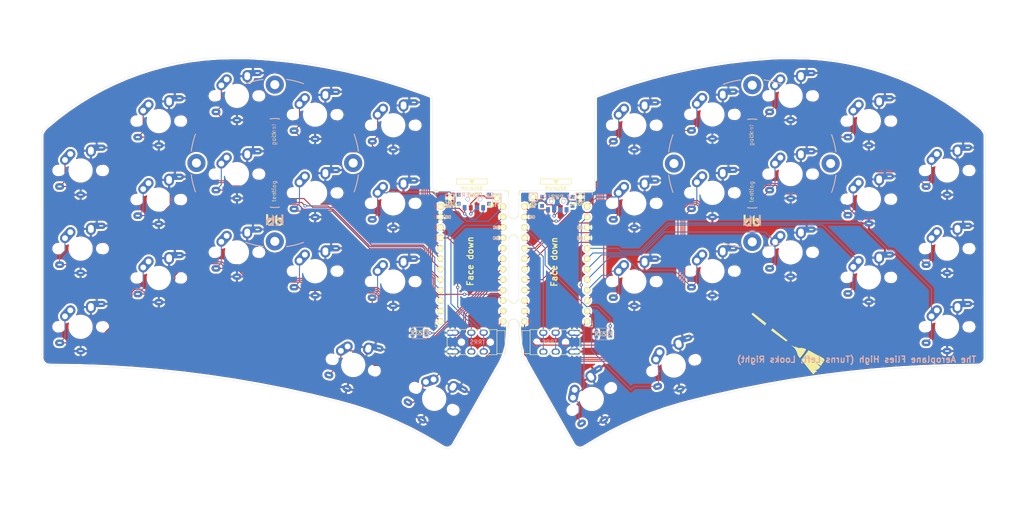
<source format=kicad_pcb>
(kicad_pcb (version 20171130) (host pcbnew "(5.1.4)-1")
  (layers (0 F.Cu signal) (31 B.Cu signal) (34 B.Paste user) (35 F.Paste user) (36 B.SilkS user) (37 F.SilkS user) (38 B.Mask user) (39 F.Mask user) (44 Edge.Cuts user))
  (net 0 "")
  (net 1 BT+)
  (net 2 gnd)
  (net 3 vcc)
  (net 4 Switch18)
  (net 5 reset)
  (net 6 Switch1)
  (net 7 Switch2)
  (net 8 Switch3)
  (net 9 Switch4)
  (net 10 Switch5)
  (net 11 Switch6)
  (net 12 Switch7)
  (net 13 Switch8)
  (net 14 Switch9)
  (net 15 Switch10)
  (net 16 Switch11)
  (net 17 Switch12)
  (net 18 Switch13)
  (net 19 Switch14)
  (net 20 Switch15)
  (net 21 Switch16)
  (net 22 Switch17)
  (net 23 "Net-(SW_POWER1-Pad1)")
  (net 24 raw)
  (net 25 BT+_r)
  (net 26 Switch18_r)
  (net 27 reset_r)
  (net 28 Switch9_r)
  (net 29 Switch10_r)
  (net 30 Switch11_r)
  (net 31 Switch12_r)
  (net 32 Switch13_r)
  (net 33 Switch14_r)
  (net 34 Switch15_r)
  (net 35 Switch16_r)
  (net 36 Switch17_r)
  (net 37 Switch1_r)
  (net 38 Switch2_r)
  (net 39 Switch3_r)
  (net 40 Switch4_r)
  (net 41 Switch5_r)
  (net 42 Switch6_r)
  (net 43 Switch7_r)
  (net 44 Switch8_r)
  (net 45 "Net-(SW_POWERR1-Pad1)")
  (module Duckyb-Parts:mouse-bite-5mm-slot-with-space-for-track (layer F.Cu) (at 150.241 111.1885)
    (fp_text reference mouse-bite-5mm-slot hide)
    (fp_text value VAL** hide)
    (pad "" np_thru_hole circle (at 1.016 0) (size 0.5 0.5) (drill 0.5) (layers *.Cu *.Mask))
    (pad "" np_thru_hole circle (at -1.016 0) (size 0.5 0.5) (drill 0.5) (layers *.Cu *.Mask))
    (pad "" np_thru_hole circle (at 1.016 2.032) (size 0.5 0.5) (drill 0.5) (layers *.Cu *.Mask))
    (pad "" np_thru_hole circle (at -1.016 2.032) (size 0.5 0.5) (drill 0.5) (layers *.Cu *.Mask))
    (pad "" np_thru_hole circle (at 1.016 -2.032) (size 0.5 0.5) (drill 0.5) (layers *.Cu *.Mask))
    (pad "" np_thru_hole circle (at -1.016 -2.032) (size 0.5 0.5) (drill 0.5) (layers *.Cu *.Mask))
    (pad "" np_thru_hole circle (at 1.016 -1.016) (size 0.5 0.5) (drill 0.5) (layers *.Cu *.Mask))
    (pad "" np_thru_hole circle (at 1.016 1.016) (size 0.5 0.5) (drill 0.5) (layers *.Cu *.Mask))
    (pad "" np_thru_hole circle (at -1.016 1.016) (size 0.5 0.5) (drill 0.5) (layers *.Cu *.Mask))
    (pad "" np_thru_hole circle (at -1.016 -1.016) (size 0.5 0.5) (drill 0.5) (layers *.Cu *.Mask))
  )
  (module Duckyb-Parts:mouse-bite-5mm-slot-with-space-for-track (layer F.Cu) (at 150.241 90.678)
    (fp_text reference mouse-bite-5mm-slot hide)
    (fp_text value VAL** hide)
    (pad "" np_thru_hole circle (at 1.016 0) (size 0.5 0.5) (drill 0.5) (layers *.Cu *.Mask))
    (pad "" np_thru_hole circle (at -1.016 0) (size 0.5 0.5) (drill 0.5) (layers *.Cu *.Mask))
    (pad "" np_thru_hole circle (at 1.016 2.032) (size 0.5 0.5) (drill 0.5) (layers *.Cu *.Mask))
    (pad "" np_thru_hole circle (at -1.016 2.032) (size 0.5 0.5) (drill 0.5) (layers *.Cu *.Mask))
    (pad "" np_thru_hole circle (at 1.016 -2.032) (size 0.5 0.5) (drill 0.5) (layers *.Cu *.Mask))
    (pad "" np_thru_hole circle (at -1.016 -2.032) (size 0.5 0.5) (drill 0.5) (layers *.Cu *.Mask))
    (pad "" np_thru_hole circle (at 1.016 -1.016) (size 0.5 0.5) (drill 0.5) (layers *.Cu *.Mask))
    (pad "" np_thru_hole circle (at 1.016 1.016) (size 0.5 0.5) (drill 0.5) (layers *.Cu *.Mask))
    (pad "" np_thru_hole circle (at -1.016 1.016) (size 0.5 0.5) (drill 0.5) (layers *.Cu *.Mask))
    (pad "" np_thru_hole circle (at -1.016 -1.016) (size 0.5 0.5) (drill 0.5) (layers *.Cu *.Mask))
  )
  (module kbd:ProMicro_v3_min (layer F.Cu) (at 160.51784 100.246)
    (fp_text reference U2 hide)
    (fp_text value ProMicro-kbd hide)
    (fp_text user GND (at 5.86 -6.8) (layer F.SilkS) (effects (font (size 0.75 0.5) (thickness 0.125))))
    (fp_text user GND (at 5.86 -6.77) (layer B.SilkS) (effects (font (size 0.75 0.5) (thickness 0.125)) (justify mirror)))
    (fp_text user GND (at 5.88 -9.38) (layer F.SilkS) (effects (font (size 0.75 0.5) (thickness 0.125))))
    (fp_text user GND (at 5.88 -9.35) (layer B.SilkS) (effects (font (size 0.75 0.5) (thickness 0.125)) (justify mirror)))
    (fp_text user GND (at -5.77 -11.88) (layer B.SilkS) (effects (font (size 0.75 0.5) (thickness 0.125)) (justify mirror)))
    (fp_text user GND (at -5.77 -11.91) (layer F.SilkS) (effects (font (size 0.75 0.5) (thickness 0.125))))
    (fp_text user RAW (at -5.67 -14.52) (layer F.SilkS) (effects (font (size 0.75 0.5) (thickness 0.125))))
    (fp_text user MicroUSB (at -0.05 -18.95) (layer F.SilkS) (effects (font (size 0.75 0.75) (thickness 0.12))))
    (fp_text user RAW (at -5.64 -14.52 unlocked) (layer B.SilkS) (effects (font (size 0.75 0.5) (thickness 0.125)) (justify mirror)))
    (fp_text user "" (at -0.5 -17.25) (layer F.SilkS))
    (fp_text user "" (at -1.2065 -16.256) (layer B.SilkS) (effects (justify mirror)))
    (pad 1 thru_hole circle (at 7.6114 -14.478) (size 1.524 1.524) (drill 0.8128) (layers *.Cu F.SilkS B.Mask) (net 29 Switch10_r))
    (pad 2 thru_hole circle (at 7.6114 -11.938) (size 1.524 1.524) (drill 0.8128) (layers *.Cu F.SilkS B.Mask) (net 26 Switch18_r))
    (pad 3 thru_hole circle (at 7.6114 -9.398) (size 1.524 1.524) (drill 0.8128) (layers *.Cu F.SilkS B.Mask) (net 2 gnd))
    (pad 4 thru_hole circle (at 7.6114 -6.858) (size 1.524 1.524) (drill 0.8128) (layers *.Cu F.SilkS B.Mask) (net 2 gnd))
    (pad 5 thru_hole circle (at 7.6114 -4.318) (size 1.524 1.524) (drill 0.8128) (layers *.Cu F.SilkS B.Mask) (net 30 Switch11_r))
    (pad 6 thru_hole circle (at 7.6114 -1.778) (size 1.524 1.524) (drill 0.8128) (layers *.Cu F.SilkS B.Mask) (net 31 Switch12_r))
    (pad 7 thru_hole circle (at 7.6114 0.762) (size 1.524 1.524) (drill 0.8128) (layers *.Cu F.SilkS B.Mask) (net 32 Switch13_r))
    (pad 8 thru_hole circle (at 7.6114 3.302) (size 1.524 1.524) (drill 0.8128) (layers *.Cu F.SilkS B.Mask) (net 33 Switch14_r))
    (pad 9 thru_hole circle (at 7.6114 5.842) (size 1.524 1.524) (drill 0.8128) (layers *.Cu F.SilkS B.Mask) (net 34 Switch15_r))
    (pad 10 thru_hole circle (at 7.6114 8.382) (size 1.524 1.524) (drill 0.8128) (layers *.Cu F.SilkS B.Mask) (net 37 Switch1_r))
    (pad 11 thru_hole circle (at 7.6114 10.922) (size 1.524 1.524) (drill 0.8128) (layers *.Cu F.SilkS B.Mask) (net 35 Switch16_r))
    (pad 12 thru_hole circle (at 7.6114 13.462) (size 1.524 1.524) (drill 0.8128) (layers *.Cu F.SilkS B.Mask) (net 36 Switch17_r))
    (pad 13 thru_hole circle (at -7.6086 13.462) (size 1.524 1.524) (drill 0.8128) (layers *.Cu F.SilkS B.Mask) (net 28 Switch9_r))
    (pad 14 thru_hole circle (at -7.6086 10.922) (size 1.524 1.524) (drill 0.8128) (layers *.Cu F.SilkS B.Mask) (net 44 Switch8_r))
    (pad 15 thru_hole circle (at -7.6086 8.382) (size 1.524 1.524) (drill 0.8128) (layers *.Cu F.SilkS B.Mask) (net 43 Switch7_r))
    (pad 16 thru_hole circle (at -7.6086 5.842) (size 1.524 1.524) (drill 0.8128) (layers *.Cu F.SilkS B.Mask) (net 42 Switch6_r))
    (pad 17 thru_hole circle (at -7.6086 3.302) (size 1.524 1.524) (drill 0.8128) (layers *.Cu F.SilkS B.Mask) (net 38 Switch2_r))
    (pad 18 thru_hole circle (at -7.6086 0.762) (size 1.524 1.524) (drill 0.8128) (layers *.Cu F.SilkS B.Mask) (net 39 Switch3_r))
    (pad 19 thru_hole circle (at -7.6086 -1.778) (size 1.524 1.524) (drill 0.8128) (layers *.Cu F.SilkS B.Mask) (net 40 Switch4_r))
    (pad 20 thru_hole circle (at -7.6086 -4.318) (size 1.524 1.524) (drill 0.8128) (layers *.Cu F.SilkS B.Mask) (net 41 Switch5_r))
    (pad 21 thru_hole circle (at -7.6086 -6.858) (size 1.524 1.524) (drill 0.8128) (layers *.Cu F.SilkS B.Mask) (net 3 vcc))
    (pad 22 thru_hole circle (at -7.6086 -9.398) (size 1.524 1.524) (drill 0.8128) (layers *.Cu F.SilkS B.Mask) (net 27 reset_r))
    (pad 23 thru_hole circle (at -7.6086 -11.938) (size 1.524 1.524) (drill 0.8128) (layers *.Cu F.SilkS B.Mask) (net 2 gnd))
    (pad 24 thru_hole circle (at -7.6086 -14.478) (size 1.524 1.524) (drill 0.8128) (layers *.Cu F.SilkS B.Mask) (net 24 raw))
  )
  (module kbd:ProMicro_v3_min (layer F.Cu) (at 140.094 100.246)
    (fp_text reference U1 hide)
    (fp_text value ProMicro-kbd hide)
    (fp_text user GND (at 5.86 -6.8) (layer F.SilkS) (effects (font (size 0.75 0.5) (thickness 0.125))))
    (fp_text user GND (at 5.86 -6.77) (layer B.SilkS) (effects (font (size 0.75 0.5) (thickness 0.125)) (justify mirror)))
    (fp_text user GND (at 5.88 -9.38) (layer F.SilkS) (effects (font (size 0.75 0.5) (thickness 0.125))))
    (fp_text user GND (at 5.88 -9.35) (layer B.SilkS) (effects (font (size 0.75 0.5) (thickness 0.125)) (justify mirror)))
    (fp_text user GND (at -5.77 -11.88) (layer B.SilkS) (effects (font (size 0.75 0.5) (thickness 0.125)) (justify mirror)))
    (fp_text user GND (at -5.77 -11.91) (layer F.SilkS) (effects (font (size 0.75 0.5) (thickness 0.125))))
    (fp_text user RAW (at -5.67 -14.52) (layer F.SilkS) (effects (font (size 0.75 0.5) (thickness 0.125))))
    (fp_text user MicroUSB (at -0.05 -18.95) (layer F.SilkS) (effects (font (size 0.75 0.75) (thickness 0.12))))
    (fp_text user RAW (at -5.64 -14.52 unlocked) (layer B.SilkS) (effects (font (size 0.75 0.5) (thickness 0.125)) (justify mirror)))
    (fp_text user "" (at -0.5 -17.25) (layer F.SilkS))
    (fp_text user "" (at -1.2065 -16.256) (layer B.SilkS) (effects (justify mirror)))
    (pad 1 thru_hole circle (at 7.6114 -14.478) (size 1.524 1.524) (drill 0.8128) (layers *.Cu F.SilkS B.Mask) (net 15 Switch10))
    (pad 2 thru_hole circle (at 7.6114 -11.938) (size 1.524 1.524) (drill 0.8128) (layers *.Cu F.SilkS B.Mask) (net 4 Switch18))
    (pad 3 thru_hole circle (at 7.6114 -9.398) (size 1.524 1.524) (drill 0.8128) (layers *.Cu F.SilkS B.Mask) (net 2 gnd))
    (pad 4 thru_hole circle (at 7.6114 -6.858) (size 1.524 1.524) (drill 0.8128) (layers *.Cu F.SilkS B.Mask) (net 2 gnd))
    (pad 5 thru_hole circle (at 7.6114 -4.318) (size 1.524 1.524) (drill 0.8128) (layers *.Cu F.SilkS B.Mask) (net 16 Switch11))
    (pad 6 thru_hole circle (at 7.6114 -1.778) (size 1.524 1.524) (drill 0.8128) (layers *.Cu F.SilkS B.Mask) (net 17 Switch12))
    (pad 7 thru_hole circle (at 7.6114 0.762) (size 1.524 1.524) (drill 0.8128) (layers *.Cu F.SilkS B.Mask) (net 18 Switch13))
    (pad 8 thru_hole circle (at 7.6114 3.302) (size 1.524 1.524) (drill 0.8128) (layers *.Cu F.SilkS B.Mask) (net 19 Switch14))
    (pad 9 thru_hole circle (at 7.6114 5.842) (size 1.524 1.524) (drill 0.8128) (layers *.Cu F.SilkS B.Mask) (net 20 Switch15))
    (pad 10 thru_hole circle (at 7.6114 8.382) (size 1.524 1.524) (drill 0.8128) (layers *.Cu F.SilkS B.Mask) (net 6 Switch1))
    (pad 11 thru_hole circle (at 7.6114 10.922) (size 1.524 1.524) (drill 0.8128) (layers *.Cu F.SilkS B.Mask) (net 21 Switch16))
    (pad 12 thru_hole circle (at 7.6114 13.462) (size 1.524 1.524) (drill 0.8128) (layers *.Cu F.SilkS B.Mask) (net 22 Switch17))
    (pad 13 thru_hole circle (at -7.6086 13.462) (size 1.524 1.524) (drill 0.8128) (layers *.Cu F.SilkS B.Mask) (net 14 Switch9))
    (pad 14 thru_hole circle (at -7.6086 10.922) (size 1.524 1.524) (drill 0.8128) (layers *.Cu F.SilkS B.Mask) (net 13 Switch8))
    (pad 15 thru_hole circle (at -7.6086 8.382) (size 1.524 1.524) (drill 0.8128) (layers *.Cu F.SilkS B.Mask) (net 12 Switch7))
    (pad 16 thru_hole circle (at -7.6086 5.842) (size 1.524 1.524) (drill 0.8128) (layers *.Cu F.SilkS B.Mask) (net 11 Switch6))
    (pad 17 thru_hole circle (at -7.6086 3.302) (size 1.524 1.524) (drill 0.8128) (layers *.Cu F.SilkS B.Mask) (net 7 Switch2))
    (pad 18 thru_hole circle (at -7.6086 0.762) (size 1.524 1.524) (drill 0.8128) (layers *.Cu F.SilkS B.Mask) (net 8 Switch3))
    (pad 19 thru_hole circle (at -7.6086 -1.778) (size 1.524 1.524) (drill 0.8128) (layers *.Cu F.SilkS B.Mask) (net 9 Switch4))
    (pad 20 thru_hole circle (at -7.6086 -4.318) (size 1.524 1.524) (drill 0.8128) (layers *.Cu F.SilkS B.Mask) (net 10 Switch5))
    (pad 21 thru_hole circle (at -7.6086 -6.858) (size 1.524 1.524) (drill 0.8128) (layers *.Cu F.SilkS B.Mask) (net 3 vcc))
    (pad 22 thru_hole circle (at -7.6086 -9.398) (size 1.524 1.524) (drill 0.8128) (layers *.Cu F.SilkS B.Mask) (net 5 reset))
    (pad 23 thru_hole circle (at -7.6086 -11.938) (size 1.524 1.524) (drill 0.8128) (layers *.Cu F.SilkS B.Mask) (net 2 gnd))
    (pad 24 thru_hole circle (at -7.6086 -14.478) (size 1.524 1.524) (drill 0.8128) (layers *.Cu F.SilkS B.Mask) (net 24 raw))
  )
  (module kbd:SW_SPST_B3U-1000P (layer B.Cu) (at 127.394 116.502)
    (fp_text reference RSW1 hide)
    (fp_text value SW_Push)
    (fp_text user RESET (at 0.127 0) (layer F.SilkS))
    (pad 2 smd rect (at 1.7 0) (size 0.9 1.7) (layers B.Cu B.Paste B.Mask) (net 5 reset))
    (pad 1 smd rect (at -1.7 0) (size 0.9 1.7) (layers B.Cu B.Paste B.Mask) (net 2 gnd))
  )
  (module kbd:SW_SPST_B3U-1000P (layer F.Cu) (at 127.394 116.502)
    (fp_text reference RSW1 hide)
    (fp_text value SW_Push)
    (fp_text user RESET (at 0.127 0) (layer B.SilkS) (effects (justify mirror)))
    (pad 1 smd rect (at -1.7 0) (size 0.9 1.7) (layers F.Cu F.Paste F.Mask) (net 2 gnd))
    (pad 2 smd rect (at 1.7 0) (size 0.9 1.7) (layers F.Cu F.Paste F.Mask) (net 5 reset))
  )
  (module Kailh:keyswitch_cherrymx_alps_choc12_1u (layer F.Cu) (at 120.98 104.008)
    (fp_text reference SW18 hide)
    (fp_text value SW_Push hide)
    (pad "" np_thru_hole circle (at -5.08 0) (size 1.7 1.7) (drill 1.7) (layers *.Cu))
    (pad "" np_thru_hole circle (at 5.08 0) (size 1.7 1.7) (drill 1.7) (layers *.Cu))
    (pad 2 thru_hole oval (at 0 5.9) (size 2.2 1.5) (drill oval 1 0.3) (layers *.Cu B.Mask) (net 2 gnd))
    (pad "" np_thru_hole circle (at 5.5 0 90) (size 1.8 1.8) (drill 1.8) (layers *.Cu))
    (pad "" np_thru_hole circle (at -5.5 0 90) (size 1.8 1.8) (drill 1.8) (layers *.Cu))
    (pad "" np_thru_hole circle (at 0 0 90) (size 4.9 4.9) (drill 4.9) (layers *.Cu))
    (pad 1 thru_hole oval (at -5.1 3.9) (size 2.2 1.6) (drill oval 1 0.4) (layers *.Cu B.Mask) (net 20 Switch15))
    (pad 2 thru_hole oval (at 5 -5.55 0.5) (size 4.4 1.5) (drill oval 1 0.3 (offset -1.1 0)) (layers *.Cu B.Mask) (net 2 gnd))
    (pad 1 thru_hole circle (at -2.5 -4) (size 2.4 2.4) (drill 1.4) (layers *.Cu B.Mask) (net 20 Switch15))
    (pad 2 thru_hole oval (at 2.5 -4.8) (size 2.4 2.95) (drill oval 1.4 1.95) (layers *.Cu B.Mask) (net 2 gnd))
    (pad 1 thru_hole oval (at -3.8 -2.55 318) (size 2.4 4.4) (drill 1.4 (offset 0 -1)) (layers *.Cu B.Mask) (net 20 Switch15))
  )
  (module Kailh:keyswitch_cherrymx_alps_choc12_1u (layer F.Cu) (at 111.272 124.288 345)
    (fp_text reference SW21 hide)
    (fp_text value SW_Push hide)
    (pad "" np_thru_hole circle (at -5.08 0 345) (size 1.7 1.7) (drill 1.7) (layers *.Cu))
    (pad "" np_thru_hole circle (at 5.08 0 345) (size 1.7 1.7) (drill 1.7) (layers *.Cu))
    (pad 2 thru_hole oval (at 0 5.9 345) (size 2.2 1.5) (drill oval 1 0.3) (layers *.Cu B.Mask) (net 2 gnd))
    (pad "" np_thru_hole circle (at 5.5 0 75) (size 1.8 1.8) (drill 1.8) (layers *.Cu))
    (pad "" np_thru_hole circle (at -5.5 0 75) (size 1.8 1.8) (drill 1.8) (layers *.Cu))
    (pad "" np_thru_hole circle (at 0 0 75) (size 4.9 4.9) (drill 4.9) (layers *.Cu))
    (pad 1 thru_hole oval (at -5.1 3.9 345) (size 2.2 1.6) (drill oval 1 0.4) (layers *.Cu B.Mask) (net 21 Switch16))
    (pad 2 thru_hole oval (at 5 -5.55 345.5) (size 4.4 1.5) (drill oval 1 0.3 (offset -1.1 0)) (layers *.Cu B.Mask) (net 2 gnd))
    (pad 1 thru_hole circle (at -2.5 -4 345) (size 2.4 2.4) (drill 1.4) (layers *.Cu B.Mask) (net 21 Switch16))
    (pad 2 thru_hole oval (at 2.5 -4.8 345) (size 2.4 2.95) (drill oval 1.4 1.95) (layers *.Cu B.Mask) (net 2 gnd))
    (pad 1 thru_hole oval (at -3.8 -2.55 303) (size 2.4 4.4) (drill 1.4 (offset 0 -1)) (layers *.Cu B.Mask) (net 21 Switch16))
  )
  (module Kailh:keyswitch_cherrymx_alps_choc12_1u (layer F.Cu) (at 189.17984 124.41 15)
    (fp_text reference SW21_r1 hide)
    (fp_text value SW_Push hide)
    (pad "" np_thru_hole circle (at -5.08 0 15) (size 1.7 1.7) (drill 1.7) (layers *.Cu))
    (pad "" np_thru_hole circle (at 5.08 0 15) (size 1.7 1.7) (drill 1.7) (layers *.Cu))
    (pad 2 thru_hole oval (at 0 5.9 15) (size 2.2 1.5) (drill oval 1 0.3) (layers *.Cu B.Mask) (net 2 gnd))
    (pad "" np_thru_hole circle (at 5.5 0 105) (size 1.8 1.8) (drill 1.8) (layers *.Cu))
    (pad "" np_thru_hole circle (at -5.5 0 105) (size 1.8 1.8) (drill 1.8) (layers *.Cu))
    (pad "" np_thru_hole circle (at 0 0 105) (size 4.9 4.9) (drill 4.9) (layers *.Cu))
    (pad 1 thru_hole oval (at -5.1 3.9 15) (size 2.2 1.6) (drill oval 1 0.4) (layers *.Cu B.Mask) (net 35 Switch16_r))
    (pad 2 thru_hole oval (at 5 -5.55 15.5) (size 4.4 1.5) (drill oval 1 0.3 (offset -1.1 0)) (layers *.Cu B.Mask) (net 2 gnd))
    (pad 1 thru_hole circle (at -2.5 -4 15) (size 2.4 2.4) (drill 1.4) (layers *.Cu B.Mask) (net 35 Switch16_r))
    (pad 2 thru_hole oval (at 2.5 -4.8 15) (size 2.4 2.95) (drill oval 1.4 1.95) (layers *.Cu B.Mask) (net 2 gnd))
    (pad 1 thru_hole oval (at -3.8 -2.55 333) (size 2.4 4.4) (drill 1.4 (offset 0 -1)) (layers *.Cu B.Mask) (net 35 Switch16_r))
  )
  (module Kailh:keyswitch_cherrymx_alps_choc12_1u (layer F.Cu) (at 169.251 132.542 30)
    (fp_text reference SW20_r1 hide)
    (fp_text value SW_Push hide)
    (pad "" np_thru_hole circle (at -5.08 0 30) (size 1.7 1.7) (drill 1.7) (layers *.Cu))
    (pad "" np_thru_hole circle (at 5.08 0 30) (size 1.7 1.7) (drill 1.7) (layers *.Cu))
    (pad 2 thru_hole oval (at 0 5.9 30) (size 2.2 1.5) (drill oval 1 0.3) (layers *.Cu B.Mask) (net 2 gnd))
    (pad "" np_thru_hole circle (at 5.5 0 120) (size 1.8 1.8) (drill 1.8) (layers *.Cu))
    (pad "" np_thru_hole circle (at -5.5 0 120) (size 1.8 1.8) (drill 1.8) (layers *.Cu))
    (pad "" np_thru_hole circle (at 0 0 120) (size 4.9 4.9) (drill 4.9) (layers *.Cu))
    (pad 1 thru_hole oval (at -5.1 3.9 30) (size 2.2 1.6) (drill oval 1 0.4) (layers *.Cu B.Mask) (net 36 Switch17_r))
    (pad 2 thru_hole oval (at 5 -5.55 30.5) (size 4.4 1.5) (drill oval 1 0.3 (offset -1.1 0)) (layers *.Cu B.Mask) (net 2 gnd))
    (pad 1 thru_hole circle (at -2.5 -4 30) (size 2.4 2.4) (drill 1.4) (layers *.Cu B.Mask) (net 36 Switch17_r))
    (pad 2 thru_hole oval (at 2.5 -4.8 30) (size 2.4 2.95) (drill oval 1.4 1.95) (layers *.Cu B.Mask) (net 2 gnd))
    (pad 1 thru_hole oval (at -3.8 -2.55 348) (size 2.4 4.4) (drill 1.4 (offset 0 -1)) (layers *.Cu B.Mask) (net 36 Switch17_r))
  )
  (module Kailh:keyswitch_cherrymx_alps_choc12_1u (layer F.Cu) (at 217.58784 77.878)
    (fp_text reference SW9_r1 hide)
    (fp_text value SW_Push hide)
    (pad "" np_thru_hole circle (at -5.08 0) (size 1.7 1.7) (drill 1.7) (layers *.Cu))
    (pad "" np_thru_hole circle (at 5.08 0) (size 1.7 1.7) (drill 1.7) (layers *.Cu))
    (pad 2 thru_hole oval (at 0 5.9) (size 2.2 1.5) (drill oval 1 0.3) (layers *.Cu B.Mask) (net 2 gnd))
    (pad "" np_thru_hole circle (at 5.5 0 90) (size 1.8 1.8) (drill 1.8) (layers *.Cu))
    (pad "" np_thru_hole circle (at -5.5 0 90) (size 1.8 1.8) (drill 1.8) (layers *.Cu))
    (pad "" np_thru_hole circle (at 0 0 90) (size 4.9 4.9) (drill 4.9) (layers *.Cu))
    (pad 1 thru_hole oval (at -5.1 3.9) (size 2.2 1.6) (drill oval 1 0.4) (layers *.Cu B.Mask) (net 44 Switch8_r))
    (pad 2 thru_hole oval (at 5 -5.55 0.5) (size 4.4 1.5) (drill oval 1 0.3 (offset -1.1 0)) (layers *.Cu B.Mask) (net 2 gnd))
    (pad 1 thru_hole circle (at -2.5 -4) (size 2.4 2.4) (drill 1.4) (layers *.Cu B.Mask) (net 44 Switch8_r))
    (pad 2 thru_hole oval (at 2.5 -4.8) (size 2.4 2.95) (drill oval 1.4 1.95) (layers *.Cu B.Mask) (net 2 gnd))
    (pad 1 thru_hole oval (at -3.8 -2.55 318) (size 2.4 4.4) (drill 1.4 (offset 0 -1)) (layers *.Cu B.Mask) (net 44 Switch8_r))
  )
  (module Kailh:keyswitch_cherrymx_alps_choc12_1u (layer F.Cu) (at 236.61384 83.974)
    (fp_text reference SW8_r1 hide)
    (fp_text value SW_Push hide)
    (pad "" np_thru_hole circle (at -5.08 0) (size 1.7 1.7) (drill 1.7) (layers *.Cu))
    (pad "" np_thru_hole circle (at 5.08 0) (size 1.7 1.7) (drill 1.7) (layers *.Cu))
    (pad 2 thru_hole oval (at 0 5.9) (size 2.2 1.5) (drill oval 1 0.3) (layers *.Cu B.Mask) (net 2 gnd))
    (pad "" np_thru_hole circle (at 5.5 0 90) (size 1.8 1.8) (drill 1.8) (layers *.Cu))
    (pad "" np_thru_hole circle (at -5.5 0 90) (size 1.8 1.8) (drill 1.8) (layers *.Cu))
    (pad "" np_thru_hole circle (at 0 0 90) (size 4.9 4.9) (drill 4.9) (layers *.Cu))
    (pad 1 thru_hole oval (at -5.1 3.9) (size 2.2 1.6) (drill oval 1 0.4) (layers *.Cu B.Mask) (net 43 Switch7_r))
    (pad 2 thru_hole oval (at 5 -5.55 0.5) (size 4.4 1.5) (drill oval 1 0.3 (offset -1.1 0)) (layers *.Cu B.Mask) (net 2 gnd))
    (pad 1 thru_hole circle (at -2.5 -4) (size 2.4 2.4) (drill 1.4) (layers *.Cu B.Mask) (net 43 Switch7_r))
    (pad 2 thru_hole oval (at 2.5 -4.8) (size 2.4 2.95) (drill oval 1.4 1.95) (layers *.Cu B.Mask) (net 2 gnd))
    (pad 1 thru_hole oval (at -3.8 -2.55 318) (size 2.4 4.4) (drill 1.4 (offset 0 -1)) (layers *.Cu B.Mask) (net 43 Switch7_r))
  )
  (module Kailh:keyswitch_cherrymx_alps_choc12_1u (layer F.Cu) (at 255.63184 96)
    (fp_text reference SW7_r1 hide)
    (fp_text value SW_Push hide)
    (pad "" np_thru_hole circle (at -5.08 0) (size 1.7 1.7) (drill 1.7) (layers *.Cu))
    (pad "" np_thru_hole circle (at 5.08 0) (size 1.7 1.7) (drill 1.7) (layers *.Cu))
    (pad 2 thru_hole oval (at 0 5.9) (size 2.2 1.5) (drill oval 1 0.3) (layers *.Cu B.Mask) (net 2 gnd))
    (pad "" np_thru_hole circle (at 5.5 0 90) (size 1.8 1.8) (drill 1.8) (layers *.Cu))
    (pad "" np_thru_hole circle (at -5.5 0 90) (size 1.8 1.8) (drill 1.8) (layers *.Cu))
    (pad "" np_thru_hole circle (at 0 0 90) (size 4.9 4.9) (drill 4.9) (layers *.Cu))
    (pad 1 thru_hole oval (at -5.1 3.9) (size 2.2 1.6) (drill oval 1 0.4) (layers *.Cu B.Mask) (net 42 Switch6_r))
    (pad 2 thru_hole oval (at 5 -5.55 0.5) (size 4.4 1.5) (drill oval 1 0.3 (offset -1.1 0)) (layers *.Cu B.Mask) (net 2 gnd))
    (pad 1 thru_hole circle (at -2.5 -4) (size 2.4 2.4) (drill 1.4) (layers *.Cu B.Mask) (net 42 Switch6_r))
    (pad 2 thru_hole oval (at 2.5 -4.8) (size 2.4 2.95) (drill oval 1.4 1.95) (layers *.Cu B.Mask) (net 2 gnd))
    (pad 1 thru_hole oval (at -3.8 -2.55 318) (size 2.4 4.4) (drill 1.4 (offset 0 -1)) (layers *.Cu B.Mask) (net 42 Switch6_r))
  )
  (module Kailh:keyswitch_cherrymx_alps_choc12_1u (layer F.Cu) (at 179.58584 66)
    (fp_text reference SW6_r1 hide)
    (fp_text value SW_Push hide)
    (pad "" np_thru_hole circle (at -5.08 0) (size 1.7 1.7) (drill 1.7) (layers *.Cu))
    (pad "" np_thru_hole circle (at 5.08 0) (size 1.7 1.7) (drill 1.7) (layers *.Cu))
    (pad 2 thru_hole oval (at 0 5.9) (size 2.2 1.5) (drill oval 1 0.3) (layers *.Cu B.Mask) (net 2 gnd))
    (pad "" np_thru_hole circle (at 5.5 0 90) (size 1.8 1.8) (drill 1.8) (layers *.Cu))
    (pad "" np_thru_hole circle (at -5.5 0 90) (size 1.8 1.8) (drill 1.8) (layers *.Cu))
    (pad "" np_thru_hole circle (at 0 0 90) (size 4.9 4.9) (drill 4.9) (layers *.Cu))
    (pad 1 thru_hole oval (at -5.1 3.9) (size 2.2 1.6) (drill oval 1 0.4) (layers *.Cu B.Mask) (net 41 Switch5_r))
    (pad 2 thru_hole oval (at 5 -5.55 0.5) (size 4.4 1.5) (drill oval 1 0.3 (offset -1.1 0)) (layers *.Cu B.Mask) (net 2 gnd))
    (pad 1 thru_hole circle (at -2.5 -4) (size 2.4 2.4) (drill 1.4) (layers *.Cu B.Mask) (net 41 Switch5_r))
    (pad 2 thru_hole oval (at 2.5 -4.8) (size 2.4 2.95) (drill oval 1.4 1.95) (layers *.Cu B.Mask) (net 2 gnd))
    (pad 1 thru_hole oval (at -3.8 -2.55 318) (size 2.4 4.4) (drill 1.4 (offset 0 -1)) (layers *.Cu B.Mask) (net 41 Switch5_r))
  )
  (module Kailh:keyswitch_cherrymx_alps_choc12_1u (layer F.Cu) (at 198.58584 63.368)
    (fp_text reference SW5_r1 hide)
    (fp_text value SW_Push hide)
    (pad "" np_thru_hole circle (at -5.08 0) (size 1.7 1.7) (drill 1.7) (layers *.Cu))
    (pad "" np_thru_hole circle (at 5.08 0) (size 1.7 1.7) (drill 1.7) (layers *.Cu))
    (pad 2 thru_hole oval (at 0 5.9) (size 2.2 1.5) (drill oval 1 0.3) (layers *.Cu B.Mask) (net 2 gnd))
    (pad "" np_thru_hole circle (at 5.5 0 90) (size 1.8 1.8) (drill 1.8) (layers *.Cu))
    (pad "" np_thru_hole circle (at -5.5 0 90) (size 1.8 1.8) (drill 1.8) (layers *.Cu))
    (pad "" np_thru_hole circle (at 0 0 90) (size 4.9 4.9) (drill 4.9) (layers *.Cu))
    (pad 1 thru_hole oval (at -5.1 3.9) (size 2.2 1.6) (drill oval 1 0.4) (layers *.Cu B.Mask) (net 40 Switch4_r))
    (pad 2 thru_hole oval (at 5 -5.55 0.5) (size 4.4 1.5) (drill oval 1 0.3 (offset -1.1 0)) (layers *.Cu B.Mask) (net 2 gnd))
    (pad 1 thru_hole circle (at -2.5 -4) (size 2.4 2.4) (drill 1.4) (layers *.Cu B.Mask) (net 40 Switch4_r))
    (pad 2 thru_hole oval (at 2.5 -4.8) (size 2.4 2.95) (drill oval 1.4 1.95) (layers *.Cu B.Mask) (net 2 gnd))
    (pad 1 thru_hole oval (at -3.8 -2.55 318) (size 2.4 4.4) (drill 1.4 (offset 0 -1)) (layers *.Cu B.Mask) (net 40 Switch4_r))
  )
  (module Kailh:keyswitch_cherrymx_alps_choc12_1u (layer F.Cu) (at 217.58784 58.86)
    (fp_text reference SW4_r1 hide)
    (fp_text value SW_Push hide)
    (pad "" np_thru_hole circle (at -5.08 0) (size 1.7 1.7) (drill 1.7) (layers *.Cu))
    (pad "" np_thru_hole circle (at 5.08 0) (size 1.7 1.7) (drill 1.7) (layers *.Cu))
    (pad 2 thru_hole oval (at 0 5.9) (size 2.2 1.5) (drill oval 1 0.3) (layers *.Cu B.Mask) (net 2 gnd))
    (pad "" np_thru_hole circle (at 5.5 0 90) (size 1.8 1.8) (drill 1.8) (layers *.Cu))
    (pad "" np_thru_hole circle (at -5.5 0 90) (size 1.8 1.8) (drill 1.8) (layers *.Cu))
    (pad "" np_thru_hole circle (at 0 0 90) (size 4.9 4.9) (drill 4.9) (layers *.Cu))
    (pad 1 thru_hole oval (at -5.1 3.9) (size 2.2 1.6) (drill oval 1 0.4) (layers *.Cu B.Mask) (net 39 Switch3_r))
    (pad 2 thru_hole oval (at 5 -5.55 0.5) (size 4.4 1.5) (drill oval 1 0.3 (offset -1.1 0)) (layers *.Cu B.Mask) (net 2 gnd))
    (pad 1 thru_hole circle (at -2.5 -4) (size 2.4 2.4) (drill 1.4) (layers *.Cu B.Mask) (net 39 Switch3_r))
    (pad 2 thru_hole oval (at 2.5 -4.8) (size 2.4 2.95) (drill oval 1.4 1.95) (layers *.Cu B.Mask) (net 2 gnd))
    (pad 1 thru_hole oval (at -3.8 -2.55 318) (size 2.4 4.4) (drill 1.4 (offset 0 -1)) (layers *.Cu B.Mask) (net 39 Switch3_r))
  )
  (module Kailh:keyswitch_cherrymx_alps_choc12_1u (layer F.Cu) (at 236.61384 65)
    (fp_text reference SW3_r1 hide)
    (fp_text value SW_Push hide)
    (pad "" np_thru_hole circle (at -5.08 0) (size 1.7 1.7) (drill 1.7) (layers *.Cu))
    (pad "" np_thru_hole circle (at 5.08 0) (size 1.7 1.7) (drill 1.7) (layers *.Cu))
    (pad 2 thru_hole oval (at 0 5.9) (size 2.2 1.5) (drill oval 1 0.3) (layers *.Cu B.Mask) (net 2 gnd))
    (pad "" np_thru_hole circle (at 5.5 0 90) (size 1.8 1.8) (drill 1.8) (layers *.Cu))
    (pad "" np_thru_hole circle (at -5.5 0 90) (size 1.8 1.8) (drill 1.8) (layers *.Cu))
    (pad "" np_thru_hole circle (at 0 0 90) (size 4.9 4.9) (drill 4.9) (layers *.Cu))
    (pad 1 thru_hole oval (at -5.1 3.9) (size 2.2 1.6) (drill oval 1 0.4) (layers *.Cu B.Mask) (net 38 Switch2_r))
    (pad 2 thru_hole oval (at 5 -5.55 0.5) (size 4.4 1.5) (drill oval 1 0.3 (offset -1.1 0)) (layers *.Cu B.Mask) (net 2 gnd))
    (pad 1 thru_hole circle (at -2.5 -4) (size 2.4 2.4) (drill 1.4) (layers *.Cu B.Mask) (net 38 Switch2_r))
    (pad 2 thru_hole oval (at 2.5 -4.8) (size 2.4 2.95) (drill oval 1.4 1.95) (layers *.Cu B.Mask) (net 2 gnd))
    (pad 1 thru_hole oval (at -3.8 -2.55 318) (size 2.4 4.4) (drill 1.4 (offset 0 -1)) (layers *.Cu B.Mask) (net 38 Switch2_r))
  )
  (module Kailh:keyswitch_cherrymx_alps_choc12_1u (layer F.Cu) (at 255.63184 77)
    (fp_text reference SW2_r1 hide)
    (fp_text value SW_Push hide)
    (pad "" np_thru_hole circle (at -5.08 0) (size 1.7 1.7) (drill 1.7) (layers *.Cu))
    (pad "" np_thru_hole circle (at 5.08 0) (size 1.7 1.7) (drill 1.7) (layers *.Cu))
    (pad 2 thru_hole oval (at 0 5.9) (size 2.2 1.5) (drill oval 1 0.3) (layers *.Cu B.Mask) (net 2 gnd))
    (pad "" np_thru_hole circle (at 5.5 0 90) (size 1.8 1.8) (drill 1.8) (layers *.Cu))
    (pad "" np_thru_hole circle (at -5.5 0 90) (size 1.8 1.8) (drill 1.8) (layers *.Cu))
    (pad "" np_thru_hole circle (at 0 0 90) (size 4.9 4.9) (drill 4.9) (layers *.Cu))
    (pad 1 thru_hole oval (at -5.1 3.9) (size 2.2 1.6) (drill oval 1 0.4) (layers *.Cu B.Mask) (net 37 Switch1_r))
    (pad 2 thru_hole oval (at 5 -5.55 0.5) (size 4.4 1.5) (drill oval 1 0.3 (offset -1.1 0)) (layers *.Cu B.Mask) (net 2 gnd))
    (pad 1 thru_hole circle (at -2.5 -4) (size 2.4 2.4) (drill 1.4) (layers *.Cu B.Mask) (net 37 Switch1_r))
    (pad 2 thru_hole oval (at 2.5 -4.8) (size 2.4 2.95) (drill oval 1.4 1.95) (layers *.Cu B.Mask) (net 2 gnd))
    (pad 1 thru_hole oval (at -3.8 -2.55 318) (size 2.4 4.4) (drill 1.4 (offset 0 -1)) (layers *.Cu B.Mask) (net 37 Switch1_r))
  )
  (module Kailh:keyswitch_cherrymx_alps_choc12_1u (layer F.Cu) (at 236.61384 102.992)
    (fp_text reference SW18_r1 hide)
    (fp_text value SW_Push hide)
    (pad "" np_thru_hole circle (at -5.08 0) (size 1.7 1.7) (drill 1.7) (layers *.Cu))
    (pad "" np_thru_hole circle (at 5.08 0) (size 1.7 1.7) (drill 1.7) (layers *.Cu))
    (pad 2 thru_hole oval (at 0 5.9) (size 2.2 1.5) (drill oval 1 0.3) (layers *.Cu B.Mask) (net 2 gnd))
    (pad "" np_thru_hole circle (at 5.5 0 90) (size 1.8 1.8) (drill 1.8) (layers *.Cu))
    (pad "" np_thru_hole circle (at -5.5 0 90) (size 1.8 1.8) (drill 1.8) (layers *.Cu))
    (pad "" np_thru_hole circle (at 0 0 90) (size 4.9 4.9) (drill 4.9) (layers *.Cu))
    (pad 1 thru_hole oval (at -5.1 3.9) (size 2.2 1.6) (drill oval 1 0.4) (layers *.Cu B.Mask) (net 31 Switch12_r))
    (pad 2 thru_hole oval (at 5 -5.55 0.5) (size 4.4 1.5) (drill oval 1 0.3 (offset -1.1 0)) (layers *.Cu B.Mask) (net 2 gnd))
    (pad 1 thru_hole circle (at -2.5 -4) (size 2.4 2.4) (drill 1.4) (layers *.Cu B.Mask) (net 31 Switch12_r))
    (pad 2 thru_hole oval (at 2.5 -4.8) (size 2.4 2.95) (drill oval 1.4 1.95) (layers *.Cu B.Mask) (net 2 gnd))
    (pad 1 thru_hole oval (at -3.8 -2.55 318) (size 2.4 4.4) (drill 1.4 (offset 0 -1)) (layers *.Cu B.Mask) (net 31 Switch12_r))
  )
  (module Kailh:keyswitch_cherrymx_alps_choc12_1u (layer F.Cu) (at 179.58584 104.008)
    (fp_text reference SW17_r1 hide)
    (fp_text value SW_Push hide)
    (pad "" np_thru_hole circle (at -5.08 0) (size 1.7 1.7) (drill 1.7) (layers *.Cu))
    (pad "" np_thru_hole circle (at 5.08 0) (size 1.7 1.7) (drill 1.7) (layers *.Cu))
    (pad 2 thru_hole oval (at 0 5.9) (size 2.2 1.5) (drill oval 1 0.3) (layers *.Cu B.Mask) (net 2 gnd))
    (pad "" np_thru_hole circle (at 5.5 0 90) (size 1.8 1.8) (drill 1.8) (layers *.Cu))
    (pad "" np_thru_hole circle (at -5.5 0 90) (size 1.8 1.8) (drill 1.8) (layers *.Cu))
    (pad "" np_thru_hole circle (at 0 0 90) (size 4.9 4.9) (drill 4.9) (layers *.Cu))
    (pad 1 thru_hole oval (at -5.1 3.9) (size 2.2 1.6) (drill oval 1 0.4) (layers *.Cu B.Mask) (net 34 Switch15_r))
    (pad 2 thru_hole oval (at 5 -5.55 0.5) (size 4.4 1.5) (drill oval 1 0.3 (offset -1.1 0)) (layers *.Cu B.Mask) (net 2 gnd))
    (pad 1 thru_hole circle (at -2.5 -4) (size 2.4 2.4) (drill 1.4) (layers *.Cu B.Mask) (net 34 Switch15_r))
    (pad 2 thru_hole oval (at 2.5 -4.8) (size 2.4 2.95) (drill oval 1.4 1.95) (layers *.Cu B.Mask) (net 2 gnd))
    (pad 1 thru_hole oval (at -3.8 -2.55 318) (size 2.4 4.4) (drill 1.4 (offset 0 -1)) (layers *.Cu B.Mask) (net 34 Switch15_r))
  )
  (module Kailh:keyswitch_cherrymx_alps_choc12_1u (layer F.Cu) (at 198.58584 101.468)
    (fp_text reference SW16_r1 hide)
    (fp_text value SW_Push hide)
    (pad "" np_thru_hole circle (at -5.08 0) (size 1.7 1.7) (drill 1.7) (layers *.Cu))
    (pad "" np_thru_hole circle (at 5.08 0) (size 1.7 1.7) (drill 1.7) (layers *.Cu))
    (pad 2 thru_hole oval (at 0 5.9) (size 2.2 1.5) (drill oval 1 0.3) (layers *.Cu B.Mask) (net 2 gnd))
    (pad "" np_thru_hole circle (at 5.5 0 90) (size 1.8 1.8) (drill 1.8) (layers *.Cu))
    (pad "" np_thru_hole circle (at -5.5 0 90) (size 1.8 1.8) (drill 1.8) (layers *.Cu))
    (pad "" np_thru_hole circle (at 0 0 90) (size 4.9 4.9) (drill 4.9) (layers *.Cu))
    (pad 1 thru_hole oval (at -5.1 3.9) (size 2.2 1.6) (drill oval 1 0.4) (layers *.Cu B.Mask) (net 33 Switch14_r))
    (pad 2 thru_hole oval (at 5 -5.55 0.5) (size 4.4 1.5) (drill oval 1 0.3 (offset -1.1 0)) (layers *.Cu B.Mask) (net 2 gnd))
    (pad 1 thru_hole circle (at -2.5 -4) (size 2.4 2.4) (drill 1.4) (layers *.Cu B.Mask) (net 33 Switch14_r))
    (pad 2 thru_hole oval (at 2.5 -4.8) (size 2.4 2.95) (drill oval 1.4 1.95) (layers *.Cu B.Mask) (net 2 gnd))
    (pad 1 thru_hole oval (at -3.8 -2.55 318) (size 2.4 4.4) (drill 1.4 (offset 0 -1)) (layers *.Cu B.Mask) (net 33 Switch14_r))
  )
  (module Kailh:keyswitch_cherrymx_alps_choc12_1u (layer F.Cu) (at 217.58784 96.896)
    (fp_text reference SW15_r1 hide)
    (fp_text value SW_Push hide)
    (pad "" np_thru_hole circle (at -5.08 0) (size 1.7 1.7) (drill 1.7) (layers *.Cu))
    (pad "" np_thru_hole circle (at 5.08 0) (size 1.7 1.7) (drill 1.7) (layers *.Cu))
    (pad 2 thru_hole oval (at 0 5.9) (size 2.2 1.5) (drill oval 1 0.3) (layers *.Cu B.Mask) (net 2 gnd))
    (pad "" np_thru_hole circle (at 5.5 0 90) (size 1.8 1.8) (drill 1.8) (layers *.Cu))
    (pad "" np_thru_hole circle (at -5.5 0 90) (size 1.8 1.8) (drill 1.8) (layers *.Cu))
    (pad "" np_thru_hole circle (at 0 0 90) (size 4.9 4.9) (drill 4.9) (layers *.Cu))
    (pad 1 thru_hole oval (at -5.1 3.9) (size 2.2 1.6) (drill oval 1 0.4) (layers *.Cu B.Mask) (net 32 Switch13_r))
    (pad 2 thru_hole oval (at 5 -5.55 0.5) (size 4.4 1.5) (drill oval 1 0.3 (offset -1.1 0)) (layers *.Cu B.Mask) (net 2 gnd))
    (pad 1 thru_hole circle (at -2.5 -4) (size 2.4 2.4) (drill 1.4) (layers *.Cu B.Mask) (net 32 Switch13_r))
    (pad 2 thru_hole oval (at 2.5 -4.8) (size 2.4 2.95) (drill oval 1.4 1.95) (layers *.Cu B.Mask) (net 2 gnd))
    (pad 1 thru_hole oval (at -3.8 -2.55 318) (size 2.4 4.4) (drill 1.4 (offset 0 -1)) (layers *.Cu B.Mask) (net 32 Switch13_r))
  )
  (module Kailh:keyswitch_cherrymx_alps_choc12_1u (layer F.Cu) (at 255.63184 115)
    (fp_text reference SW13_r1 hide)
    (fp_text value SW_Push hide)
    (pad "" np_thru_hole circle (at -5.08 0) (size 1.7 1.7) (drill 1.7) (layers *.Cu))
    (pad "" np_thru_hole circle (at 5.08 0) (size 1.7 1.7) (drill 1.7) (layers *.Cu))
    (pad 2 thru_hole oval (at 0 5.9) (size 2.2 1.5) (drill oval 1 0.3) (layers *.Cu B.Mask) (net 2 gnd))
    (pad "" np_thru_hole circle (at 5.5 0 90) (size 1.8 1.8) (drill 1.8) (layers *.Cu))
    (pad "" np_thru_hole circle (at -5.5 0 90) (size 1.8 1.8) (drill 1.8) (layers *.Cu))
    (pad "" np_thru_hole circle (at 0 0 90) (size 4.9 4.9) (drill 4.9) (layers *.Cu))
    (pad 1 thru_hole oval (at -5.1 3.9) (size 2.2 1.6) (drill oval 1 0.4) (layers *.Cu B.Mask) (net 30 Switch11_r))
    (pad 2 thru_hole oval (at 5 -5.55 0.5) (size 4.4 1.5) (drill oval 1 0.3 (offset -1.1 0)) (layers *.Cu B.Mask) (net 2 gnd))
    (pad 1 thru_hole circle (at -2.5 -4) (size 2.4 2.4) (drill 1.4) (layers *.Cu B.Mask) (net 30 Switch11_r))
    (pad 2 thru_hole oval (at 2.5 -4.8) (size 2.4 2.95) (drill oval 1.4 1.95) (layers *.Cu B.Mask) (net 2 gnd))
    (pad 1 thru_hole oval (at -3.8 -2.55 318) (size 2.4 4.4) (drill 1.4 (offset 0 -1)) (layers *.Cu B.Mask) (net 30 Switch11_r))
  )
  (module Kailh:keyswitch_cherrymx_alps_choc12_1u (layer F.Cu) (at 179.58584 84.99)
    (fp_text reference SW12_r1 hide)
    (fp_text value SW_Push hide)
    (pad "" np_thru_hole circle (at -5.08 0) (size 1.7 1.7) (drill 1.7) (layers *.Cu))
    (pad "" np_thru_hole circle (at 5.08 0) (size 1.7 1.7) (drill 1.7) (layers *.Cu))
    (pad 2 thru_hole oval (at 0 5.9) (size 2.2 1.5) (drill oval 1 0.3) (layers *.Cu B.Mask) (net 2 gnd))
    (pad "" np_thru_hole circle (at 5.5 0 90) (size 1.8 1.8) (drill 1.8) (layers *.Cu))
    (pad "" np_thru_hole circle (at -5.5 0 90) (size 1.8 1.8) (drill 1.8) (layers *.Cu))
    (pad "" np_thru_hole circle (at 0 0 90) (size 4.9 4.9) (drill 4.9) (layers *.Cu))
    (pad 1 thru_hole oval (at -5.1 3.9) (size 2.2 1.6) (drill oval 1 0.4) (layers *.Cu B.Mask) (net 29 Switch10_r))
    (pad 2 thru_hole oval (at 5 -5.55 0.5) (size 4.4 1.5) (drill oval 1 0.3 (offset -1.1 0)) (layers *.Cu B.Mask) (net 2 gnd))
    (pad 1 thru_hole circle (at -2.5 -4) (size 2.4 2.4) (drill 1.4) (layers *.Cu B.Mask) (net 29 Switch10_r))
    (pad 2 thru_hole oval (at 2.5 -4.8) (size 2.4 2.95) (drill oval 1.4 1.95) (layers *.Cu B.Mask) (net 2 gnd))
    (pad 1 thru_hole oval (at -3.8 -2.55 318) (size 2.4 4.4) (drill 1.4 (offset 0 -1)) (layers *.Cu B.Mask) (net 29 Switch10_r))
  )
  (module Kailh:keyswitch_cherrymx_alps_choc12_1u (layer F.Cu) (at 198.58584 82.418)
    (fp_text reference SW11_r1 hide)
    (fp_text value SW_Push hide)
    (pad "" np_thru_hole circle (at -5.08 0) (size 1.7 1.7) (drill 1.7) (layers *.Cu))
    (pad "" np_thru_hole circle (at 5.08 0) (size 1.7 1.7) (drill 1.7) (layers *.Cu))
    (pad 2 thru_hole oval (at 0 5.9) (size 2.2 1.5) (drill oval 1 0.3) (layers *.Cu B.Mask) (net 2 gnd))
    (pad "" np_thru_hole circle (at 5.5 0 90) (size 1.8 1.8) (drill 1.8) (layers *.Cu))
    (pad "" np_thru_hole circle (at -5.5 0 90) (size 1.8 1.8) (drill 1.8) (layers *.Cu))
    (pad "" np_thru_hole circle (at 0 0 90) (size 4.9 4.9) (drill 4.9) (layers *.Cu))
    (pad 1 thru_hole oval (at -5.1 3.9) (size 2.2 1.6) (drill oval 1 0.4) (layers *.Cu B.Mask) (net 28 Switch9_r))
    (pad 2 thru_hole oval (at 5 -5.55 0.5) (size 4.4 1.5) (drill oval 1 0.3 (offset -1.1 0)) (layers *.Cu B.Mask) (net 2 gnd))
    (pad 1 thru_hole circle (at -2.5 -4) (size 2.4 2.4) (drill 1.4) (layers *.Cu B.Mask) (net 28 Switch9_r))
    (pad 2 thru_hole oval (at 2.5 -4.8) (size 2.4 2.95) (drill oval 1.4 1.95) (layers *.Cu B.Mask) (net 2 gnd))
    (pad 1 thru_hole oval (at -3.8 -2.55 318) (size 2.4 4.4) (drill 1.4 (offset 0 -1)) (layers *.Cu B.Mask) (net 28 Switch9_r))
  )
  (module Kailh:keyswitch_cherrymx_alps_choc12_1u (layer F.Cu) (at 130.95 132.504 330)
    (fp_text reference SW20 hide)
    (fp_text value SW_Push hide)
    (pad "" np_thru_hole circle (at -5.08 0 330) (size 1.7 1.7) (drill 1.7) (layers *.Cu))
    (pad "" np_thru_hole circle (at 5.08 0 330) (size 1.7 1.7) (drill 1.7) (layers *.Cu))
    (pad 2 thru_hole oval (at 0 5.9 330) (size 2.2 1.5) (drill oval 1 0.3) (layers *.Cu B.Mask) (net 2 gnd))
    (pad "" np_thru_hole circle (at 5.5 0 60) (size 1.8 1.8) (drill 1.8) (layers *.Cu))
    (pad "" np_thru_hole circle (at -5.5 0 60) (size 1.8 1.8) (drill 1.8) (layers *.Cu))
    (pad "" np_thru_hole circle (at 0 0 60) (size 4.9 4.9) (drill 4.9) (layers *.Cu))
    (pad 1 thru_hole oval (at -5.1 3.9 330) (size 2.2 1.6) (drill oval 1 0.4) (layers *.Cu B.Mask) (net 22 Switch17))
    (pad 2 thru_hole oval (at 5 -5.55 330.5) (size 4.4 1.5) (drill oval 1 0.3 (offset -1.1 0)) (layers *.Cu B.Mask) (net 2 gnd))
    (pad 1 thru_hole circle (at -2.5 -4 330) (size 2.4 2.4) (drill 1.4) (layers *.Cu B.Mask) (net 22 Switch17))
    (pad 2 thru_hole oval (at 2.5 -4.8 330) (size 2.4 2.95) (drill oval 1.4 1.95) (layers *.Cu B.Mask) (net 2 gnd))
    (pad 1 thru_hole oval (at -3.8 -2.55 288) (size 2.4 4.4) (drill 1.4 (offset 0 -1)) (layers *.Cu B.Mask) (net 22 Switch17))
  )
  (module Kailh:keyswitch_cherrymx_alps_choc12_1u (layer F.Cu) (at 102 101.468)
    (fp_text reference SW17 hide)
    (fp_text value SW_Push hide)
    (pad "" np_thru_hole circle (at -5.08 0) (size 1.7 1.7) (drill 1.7) (layers *.Cu))
    (pad "" np_thru_hole circle (at 5.08 0) (size 1.7 1.7) (drill 1.7) (layers *.Cu))
    (pad 2 thru_hole oval (at 0 5.9) (size 2.2 1.5) (drill oval 1 0.3) (layers *.Cu B.Mask) (net 2 gnd))
    (pad "" np_thru_hole circle (at 5.5 0 90) (size 1.8 1.8) (drill 1.8) (layers *.Cu))
    (pad "" np_thru_hole circle (at -5.5 0 90) (size 1.8 1.8) (drill 1.8) (layers *.Cu))
    (pad "" np_thru_hole circle (at 0 0 90) (size 4.9 4.9) (drill 4.9) (layers *.Cu))
    (pad 1 thru_hole oval (at -5.1 3.9) (size 2.2 1.6) (drill oval 1 0.4) (layers *.Cu B.Mask) (net 19 Switch14))
    (pad 2 thru_hole oval (at 5 -5.55 0.5) (size 4.4 1.5) (drill oval 1 0.3 (offset -1.1 0)) (layers *.Cu B.Mask) (net 2 gnd))
    (pad 1 thru_hole circle (at -2.5 -4) (size 2.4 2.4) (drill 1.4) (layers *.Cu B.Mask) (net 19 Switch14))
    (pad 2 thru_hole oval (at 2.5 -4.8) (size 2.4 2.95) (drill oval 1.4 1.95) (layers *.Cu B.Mask) (net 2 gnd))
    (pad 1 thru_hole oval (at -3.8 -2.55 318) (size 2.4 4.4) (drill 1.4 (offset 0 -1)) (layers *.Cu B.Mask) (net 19 Switch14))
  )
  (module Kailh:keyswitch_cherrymx_alps_choc12_1u (layer F.Cu) (at 83 96.896)
    (fp_text reference SW16 hide)
    (fp_text value SW_Push hide)
    (pad "" np_thru_hole circle (at -5.08 0) (size 1.7 1.7) (drill 1.7) (layers *.Cu))
    (pad "" np_thru_hole circle (at 5.08 0) (size 1.7 1.7) (drill 1.7) (layers *.Cu))
    (pad 2 thru_hole oval (at 0 5.9) (size 2.2 1.5) (drill oval 1 0.3) (layers *.Cu B.Mask) (net 2 gnd))
    (pad "" np_thru_hole circle (at 5.5 0 90) (size 1.8 1.8) (drill 1.8) (layers *.Cu))
    (pad "" np_thru_hole circle (at -5.5 0 90) (size 1.8 1.8) (drill 1.8) (layers *.Cu))
    (pad "" np_thru_hole circle (at 0 0 90) (size 4.9 4.9) (drill 4.9) (layers *.Cu))
    (pad 1 thru_hole oval (at -5.1 3.9) (size 2.2 1.6) (drill oval 1 0.4) (layers *.Cu B.Mask) (net 18 Switch13))
    (pad 2 thru_hole oval (at 5 -5.55 0.5) (size 4.4 1.5) (drill oval 1 0.3 (offset -1.1 0)) (layers *.Cu B.Mask) (net 2 gnd))
    (pad 1 thru_hole circle (at -2.5 -4) (size 2.4 2.4) (drill 1.4) (layers *.Cu B.Mask) (net 18 Switch13))
    (pad 2 thru_hole oval (at 2.5 -4.8) (size 2.4 2.95) (drill oval 1.4 1.95) (layers *.Cu B.Mask) (net 2 gnd))
    (pad 1 thru_hole oval (at -3.8 -2.55 318) (size 2.4 4.4) (drill 1.4 (offset 0 -1)) (layers *.Cu B.Mask) (net 18 Switch13))
  )
  (module Kailh:keyswitch_cherrymx_alps_choc12_1u (layer F.Cu) (at 64.008 103.124)
    (fp_text reference SW15 hide)
    (fp_text value SW_Push hide)
    (pad "" np_thru_hole circle (at -5.08 0) (size 1.7 1.7) (drill 1.7) (layers *.Cu))
    (pad "" np_thru_hole circle (at 5.08 0) (size 1.7 1.7) (drill 1.7) (layers *.Cu))
    (pad 2 thru_hole oval (at 0 5.9) (size 2.2 1.5) (drill oval 1 0.3) (layers *.Cu B.Mask) (net 2 gnd))
    (pad "" np_thru_hole circle (at 5.5 0 90) (size 1.8 1.8) (drill 1.8) (layers *.Cu))
    (pad "" np_thru_hole circle (at -5.5 0 90) (size 1.8 1.8) (drill 1.8) (layers *.Cu))
    (pad "" np_thru_hole circle (at 0 0 90) (size 4.9 4.9) (drill 4.9) (layers *.Cu))
    (pad 1 thru_hole oval (at -5.1 3.9) (size 2.2 1.6) (drill oval 1 0.4) (layers *.Cu B.Mask) (net 17 Switch12))
    (pad 2 thru_hole oval (at 5 -5.55 0.5) (size 4.4 1.5) (drill oval 1 0.3 (offset -1.1 0)) (layers *.Cu B.Mask) (net 2 gnd))
    (pad 1 thru_hole circle (at -2.5 -4) (size 2.4 2.4) (drill 1.4) (layers *.Cu B.Mask) (net 17 Switch12))
    (pad 2 thru_hole oval (at 2.5 -4.8) (size 2.4 2.95) (drill oval 1.4 1.95) (layers *.Cu B.Mask) (net 2 gnd))
    (pad 1 thru_hole oval (at -3.8 -2.55 318) (size 2.4 4.4) (drill 1.4 (offset 0 -1)) (layers *.Cu B.Mask) (net 17 Switch12))
  )
  (module Kailh:keyswitch_cherrymx_alps_choc12_1u (layer F.Cu) (at 45 115)
    (fp_text reference SW14 hide)
    (fp_text value SW_Push hide)
    (pad "" np_thru_hole circle (at -5.08 0) (size 1.7 1.7) (drill 1.7) (layers *.Cu))
    (pad "" np_thru_hole circle (at 5.08 0) (size 1.7 1.7) (drill 1.7) (layers *.Cu))
    (pad 2 thru_hole oval (at 0 5.9) (size 2.2 1.5) (drill oval 1 0.3) (layers *.Cu B.Mask) (net 2 gnd))
    (pad "" np_thru_hole circle (at 5.5 0 90) (size 1.8 1.8) (drill 1.8) (layers *.Cu))
    (pad "" np_thru_hole circle (at -5.5 0 90) (size 1.8 1.8) (drill 1.8) (layers *.Cu))
    (pad "" np_thru_hole circle (at 0 0 90) (size 4.9 4.9) (drill 4.9) (layers *.Cu))
    (pad 1 thru_hole oval (at -5.1 3.9) (size 2.2 1.6) (drill oval 1 0.4) (layers *.Cu B.Mask) (net 16 Switch11))
    (pad 2 thru_hole oval (at 5 -5.55 0.5) (size 4.4 1.5) (drill oval 1 0.3 (offset -1.1 0)) (layers *.Cu B.Mask) (net 2 gnd))
    (pad 1 thru_hole circle (at -2.5 -4) (size 2.4 2.4) (drill 1.4) (layers *.Cu B.Mask) (net 16 Switch11))
    (pad 2 thru_hole oval (at 2.5 -4.8) (size 2.4 2.95) (drill oval 1.4 1.95) (layers *.Cu B.Mask) (net 2 gnd))
    (pad 1 thru_hole oval (at -3.8 -2.55 318) (size 2.4 4.4) (drill 1.4 (offset 0 -1)) (layers *.Cu B.Mask) (net 16 Switch11))
  )
  (module Kailh:keyswitch_cherrymx_alps_choc12_1u (layer F.Cu) (at 120.98 84.99)
    (fp_text reference SW12 hide)
    (fp_text value SW_Push hide)
    (pad "" np_thru_hole circle (at -5.08 0) (size 1.7 1.7) (drill 1.7) (layers *.Cu))
    (pad "" np_thru_hole circle (at 5.08 0) (size 1.7 1.7) (drill 1.7) (layers *.Cu))
    (pad 2 thru_hole oval (at 0 5.9) (size 2.2 1.5) (drill oval 1 0.3) (layers *.Cu B.Mask) (net 2 gnd))
    (pad "" np_thru_hole circle (at 5.5 0 90) (size 1.8 1.8) (drill 1.8) (layers *.Cu))
    (pad "" np_thru_hole circle (at -5.5 0 90) (size 1.8 1.8) (drill 1.8) (layers *.Cu))
    (pad "" np_thru_hole circle (at 0 0 90) (size 4.9 4.9) (drill 4.9) (layers *.Cu))
    (pad 1 thru_hole oval (at -5.1 3.9) (size 2.2 1.6) (drill oval 1 0.4) (layers *.Cu B.Mask) (net 15 Switch10))
    (pad 2 thru_hole oval (at 5 -5.55 0.5) (size 4.4 1.5) (drill oval 1 0.3 (offset -1.1 0)) (layers *.Cu B.Mask) (net 2 gnd))
    (pad 1 thru_hole circle (at -2.5 -4) (size 2.4 2.4) (drill 1.4) (layers *.Cu B.Mask) (net 15 Switch10))
    (pad 2 thru_hole oval (at 2.5 -4.8) (size 2.4 2.95) (drill oval 1.4 1.95) (layers *.Cu B.Mask) (net 2 gnd))
    (pad 1 thru_hole oval (at -3.8 -2.55 318) (size 2.4 4.4) (drill 1.4 (offset 0 -1)) (layers *.Cu B.Mask) (net 15 Switch10))
  )
  (module Kailh:keyswitch_cherrymx_alps_choc12_1u (layer F.Cu) (at 102 82.45)
    (fp_text reference SW11 hide)
    (fp_text value SW_Push hide)
    (pad "" np_thru_hole circle (at -5.08 0) (size 1.7 1.7) (drill 1.7) (layers *.Cu))
    (pad "" np_thru_hole circle (at 5.08 0) (size 1.7 1.7) (drill 1.7) (layers *.Cu))
    (pad 2 thru_hole oval (at 0 5.9) (size 2.2 1.5) (drill oval 1 0.3) (layers *.Cu B.Mask) (net 2 gnd))
    (pad "" np_thru_hole circle (at 5.5 0 90) (size 1.8 1.8) (drill 1.8) (layers *.Cu))
    (pad "" np_thru_hole circle (at -5.5 0 90) (size 1.8 1.8) (drill 1.8) (layers *.Cu))
    (pad "" np_thru_hole circle (at 0 0 90) (size 4.9 4.9) (drill 4.9) (layers *.Cu))
    (pad 1 thru_hole oval (at -5.1 3.9) (size 2.2 1.6) (drill oval 1 0.4) (layers *.Cu B.Mask) (net 14 Switch9))
    (pad 2 thru_hole oval (at 5 -5.55 0.5) (size 4.4 1.5) (drill oval 1 0.3 (offset -1.1 0)) (layers *.Cu B.Mask) (net 2 gnd))
    (pad 1 thru_hole circle (at -2.5 -4) (size 2.4 2.4) (drill 1.4) (layers *.Cu B.Mask) (net 14 Switch9))
    (pad 2 thru_hole oval (at 2.5 -4.8) (size 2.4 2.95) (drill oval 1.4 1.95) (layers *.Cu B.Mask) (net 2 gnd))
    (pad 1 thru_hole oval (at -3.8 -2.55 318) (size 2.4 4.4) (drill 1.4 (offset 0 -1)) (layers *.Cu B.Mask) (net 14 Switch9))
  )
  (module Kailh:keyswitch_cherrymx_alps_choc12_1u (layer F.Cu) (at 83 77.878)
    (fp_text reference SW10 hide)
    (fp_text value SW_Push hide)
    (pad "" np_thru_hole circle (at -5.08 0) (size 1.7 1.7) (drill 1.7) (layers *.Cu))
    (pad "" np_thru_hole circle (at 5.08 0) (size 1.7 1.7) (drill 1.7) (layers *.Cu))
    (pad 2 thru_hole oval (at 0 5.9) (size 2.2 1.5) (drill oval 1 0.3) (layers *.Cu B.Mask) (net 2 gnd))
    (pad "" np_thru_hole circle (at 5.5 0 90) (size 1.8 1.8) (drill 1.8) (layers *.Cu))
    (pad "" np_thru_hole circle (at -5.5 0 90) (size 1.8 1.8) (drill 1.8) (layers *.Cu))
    (pad "" np_thru_hole circle (at 0 0 90) (size 4.9 4.9) (drill 4.9) (layers *.Cu))
    (pad 1 thru_hole oval (at -5.1 3.9) (size 2.2 1.6) (drill oval 1 0.4) (layers *.Cu B.Mask) (net 13 Switch8))
    (pad 2 thru_hole oval (at 5 -5.55 0.5) (size 4.4 1.5) (drill oval 1 0.3 (offset -1.1 0)) (layers *.Cu B.Mask) (net 2 gnd))
    (pad 1 thru_hole circle (at -2.5 -4) (size 2.4 2.4) (drill 1.4) (layers *.Cu B.Mask) (net 13 Switch8))
    (pad 2 thru_hole oval (at 2.5 -4.8) (size 2.4 2.95) (drill oval 1.4 1.95) (layers *.Cu B.Mask) (net 2 gnd))
    (pad 1 thru_hole oval (at -3.8 -2.55 318) (size 2.4 4.4) (drill 1.4 (offset 0 -1)) (layers *.Cu B.Mask) (net 13 Switch8))
  )
  (module Kailh:keyswitch_cherrymx_alps_choc12_1u (layer F.Cu) (at 64 84.074)
    (fp_text reference SW9 hide)
    (fp_text value SW_Push hide)
    (pad "" np_thru_hole circle (at -5.08 0) (size 1.7 1.7) (drill 1.7) (layers *.Cu))
    (pad "" np_thru_hole circle (at 5.08 0) (size 1.7 1.7) (drill 1.7) (layers *.Cu))
    (pad 2 thru_hole oval (at 0 5.9) (size 2.2 1.5) (drill oval 1 0.3) (layers *.Cu B.Mask) (net 2 gnd))
    (pad "" np_thru_hole circle (at 5.5 0 90) (size 1.8 1.8) (drill 1.8) (layers *.Cu))
    (pad "" np_thru_hole circle (at -5.5 0 90) (size 1.8 1.8) (drill 1.8) (layers *.Cu))
    (pad "" np_thru_hole circle (at 0 0 90) (size 4.9 4.9) (drill 4.9) (layers *.Cu))
    (pad 1 thru_hole oval (at -5.1 3.9) (size 2.2 1.6) (drill oval 1 0.4) (layers *.Cu B.Mask) (net 12 Switch7))
    (pad 2 thru_hole oval (at 5 -5.55 0.5) (size 4.4 1.5) (drill oval 1 0.3 (offset -1.1 0)) (layers *.Cu B.Mask) (net 2 gnd))
    (pad 1 thru_hole circle (at -2.5 -4) (size 2.4 2.4) (drill 1.4) (layers *.Cu B.Mask) (net 12 Switch7))
    (pad 2 thru_hole oval (at 2.5 -4.8) (size 2.4 2.95) (drill oval 1.4 1.95) (layers *.Cu B.Mask) (net 2 gnd))
    (pad 1 thru_hole oval (at -3.8 -2.55 318) (size 2.4 4.4) (drill 1.4 (offset 0 -1)) (layers *.Cu B.Mask) (net 12 Switch7))
  )
  (module Kailh:keyswitch_cherrymx_alps_choc12_1u (layer F.Cu) (at 45 96)
    (fp_text reference SW8 hide)
    (fp_text value SW_Push hide)
    (pad "" np_thru_hole circle (at -5.08 0) (size 1.7 1.7) (drill 1.7) (layers *.Cu))
    (pad "" np_thru_hole circle (at 5.08 0) (size 1.7 1.7) (drill 1.7) (layers *.Cu))
    (pad 2 thru_hole oval (at 0 5.9) (size 2.2 1.5) (drill oval 1 0.3) (layers *.Cu B.Mask) (net 2 gnd))
    (pad "" np_thru_hole circle (at 5.5 0 90) (size 1.8 1.8) (drill 1.8) (layers *.Cu))
    (pad "" np_thru_hole circle (at -5.5 0 90) (size 1.8 1.8) (drill 1.8) (layers *.Cu))
    (pad "" np_thru_hole circle (at 0 0 90) (size 4.9 4.9) (drill 4.9) (layers *.Cu))
    (pad 1 thru_hole oval (at -5.1 3.9) (size 2.2 1.6) (drill oval 1 0.4) (layers *.Cu B.Mask) (net 11 Switch6))
    (pad 2 thru_hole oval (at 5 -5.55 0.5) (size 4.4 1.5) (drill oval 1 0.3 (offset -1.1 0)) (layers *.Cu B.Mask) (net 2 gnd))
    (pad 1 thru_hole circle (at -2.5 -4) (size 2.4 2.4) (drill 1.4) (layers *.Cu B.Mask) (net 11 Switch6))
    (pad 2 thru_hole oval (at 2.5 -4.8) (size 2.4 2.95) (drill oval 1.4 1.95) (layers *.Cu B.Mask) (net 2 gnd))
    (pad 1 thru_hole oval (at -3.8 -2.55 318) (size 2.4 4.4) (drill 1.4 (offset 0 -1)) (layers *.Cu B.Mask) (net 11 Switch6))
  )
  (module Kailh:keyswitch_cherrymx_alps_choc12_1u (layer F.Cu) (at 121 66)
    (fp_text reference SW6 hide)
    (fp_text value SW_Push hide)
    (pad "" np_thru_hole circle (at -5.08 0) (size 1.7 1.7) (drill 1.7) (layers *.Cu))
    (pad "" np_thru_hole circle (at 5.08 0) (size 1.7 1.7) (drill 1.7) (layers *.Cu))
    (pad 2 thru_hole oval (at 0 5.9) (size 2.2 1.5) (drill oval 1 0.3) (layers *.Cu B.Mask) (net 2 gnd))
    (pad "" np_thru_hole circle (at 5.5 0 90) (size 1.8 1.8) (drill 1.8) (layers *.Cu))
    (pad "" np_thru_hole circle (at -5.5 0 90) (size 1.8 1.8) (drill 1.8) (layers *.Cu))
    (pad "" np_thru_hole circle (at 0 0 90) (size 4.9 4.9) (drill 4.9) (layers *.Cu))
    (pad 1 thru_hole oval (at -5.1 3.9) (size 2.2 1.6) (drill oval 1 0.4) (layers *.Cu B.Mask) (net 10 Switch5))
    (pad 2 thru_hole oval (at 5 -5.55 0.5) (size 4.4 1.5) (drill oval 1 0.3 (offset -1.1 0)) (layers *.Cu B.Mask) (net 2 gnd))
    (pad 1 thru_hole circle (at -2.5 -4) (size 2.4 2.4) (drill 1.4) (layers *.Cu B.Mask) (net 10 Switch5))
    (pad 2 thru_hole oval (at 2.5 -4.8) (size 2.4 2.95) (drill oval 1.4 1.95) (layers *.Cu B.Mask) (net 2 gnd))
    (pad 1 thru_hole oval (at -3.8 -2.55 318) (size 2.4 4.4) (drill 1.4 (offset 0 -1)) (layers *.Cu B.Mask) (net 10 Switch5))
  )
  (module Kailh:keyswitch_cherrymx_alps_choc12_1u (layer F.Cu) (at 101.994 63.432)
    (fp_text reference SW5 hide)
    (fp_text value SW_Push hide)
    (pad "" np_thru_hole circle (at -5.08 0) (size 1.7 1.7) (drill 1.7) (layers *.Cu))
    (pad "" np_thru_hole circle (at 5.08 0) (size 1.7 1.7) (drill 1.7) (layers *.Cu))
    (pad 2 thru_hole oval (at 0 5.9) (size 2.2 1.5) (drill oval 1 0.3) (layers *.Cu B.Mask) (net 2 gnd))
    (pad "" np_thru_hole circle (at 5.5 0 90) (size 1.8 1.8) (drill 1.8) (layers *.Cu))
    (pad "" np_thru_hole circle (at -5.5 0 90) (size 1.8 1.8) (drill 1.8) (layers *.Cu))
    (pad "" np_thru_hole circle (at 0 0 90) (size 4.9 4.9) (drill 4.9) (layers *.Cu))
    (pad 1 thru_hole oval (at -5.1 3.9) (size 2.2 1.6) (drill oval 1 0.4) (layers *.Cu B.Mask) (net 9 Switch4))
    (pad 2 thru_hole oval (at 5 -5.55 0.5) (size 4.4 1.5) (drill oval 1 0.3 (offset -1.1 0)) (layers *.Cu B.Mask) (net 2 gnd))
    (pad 1 thru_hole circle (at -2.5 -4) (size 2.4 2.4) (drill 1.4) (layers *.Cu B.Mask) (net 9 Switch4))
    (pad 2 thru_hole oval (at 2.5 -4.8) (size 2.4 2.95) (drill oval 1.4 1.95) (layers *.Cu B.Mask) (net 2 gnd))
    (pad 1 thru_hole oval (at -3.8 -2.55 318) (size 2.4 4.4) (drill 1.4 (offset 0 -1)) (layers *.Cu B.Mask) (net 9 Switch4))
  )
  (module Kailh:keyswitch_cherrymx_alps_choc12_1u (layer F.Cu) (at 83 58.86)
    (fp_text reference SW4 hide)
    (fp_text value SW_Push hide)
    (pad "" np_thru_hole circle (at -5.08 0) (size 1.7 1.7) (drill 1.7) (layers *.Cu))
    (pad "" np_thru_hole circle (at 5.08 0) (size 1.7 1.7) (drill 1.7) (layers *.Cu))
    (pad 2 thru_hole oval (at 0 5.9) (size 2.2 1.5) (drill oval 1 0.3) (layers *.Cu B.Mask) (net 2 gnd))
    (pad "" np_thru_hole circle (at 5.5 0 90) (size 1.8 1.8) (drill 1.8) (layers *.Cu))
    (pad "" np_thru_hole circle (at -5.5 0 90) (size 1.8 1.8) (drill 1.8) (layers *.Cu))
    (pad "" np_thru_hole circle (at 0 0 90) (size 4.9 4.9) (drill 4.9) (layers *.Cu))
    (pad 1 thru_hole oval (at -5.1 3.9) (size 2.2 1.6) (drill oval 1 0.4) (layers *.Cu B.Mask) (net 8 Switch3))
    (pad 2 thru_hole oval (at 5 -5.55 0.5) (size 4.4 1.5) (drill oval 1 0.3 (offset -1.1 0)) (layers *.Cu B.Mask) (net 2 gnd))
    (pad 1 thru_hole circle (at -2.5 -4) (size 2.4 2.4) (drill 1.4) (layers *.Cu B.Mask) (net 8 Switch3))
    (pad 2 thru_hole oval (at 2.5 -4.8) (size 2.4 2.95) (drill oval 1.4 1.95) (layers *.Cu B.Mask) (net 2 gnd))
    (pad 1 thru_hole oval (at -3.8 -2.55 318) (size 2.4 4.4) (drill 1.4 (offset 0 -1)) (layers *.Cu B.Mask) (net 8 Switch3))
  )
  (module Kailh:keyswitch_cherrymx_alps_choc12_1u (layer F.Cu) (at 64 65)
    (fp_text reference SW3 hide)
    (fp_text value SW_Push hide)
    (pad "" np_thru_hole circle (at -5.08 0) (size 1.7 1.7) (drill 1.7) (layers *.Cu))
    (pad "" np_thru_hole circle (at 5.08 0) (size 1.7 1.7) (drill 1.7) (layers *.Cu))
    (pad 2 thru_hole oval (at 0 5.9) (size 2.2 1.5) (drill oval 1 0.3) (layers *.Cu B.Mask) (net 2 gnd))
    (pad "" np_thru_hole circle (at 5.5 0 90) (size 1.8 1.8) (drill 1.8) (layers *.Cu))
    (pad "" np_thru_hole circle (at -5.5 0 90) (size 1.8 1.8) (drill 1.8) (layers *.Cu))
    (pad "" np_thru_hole circle (at 0 0 90) (size 4.9 4.9) (drill 4.9) (layers *.Cu))
    (pad 1 thru_hole oval (at -5.1 3.9) (size 2.2 1.6) (drill oval 1 0.4) (layers *.Cu B.Mask) (net 7 Switch2))
    (pad 2 thru_hole oval (at 5 -5.55 0.5) (size 4.4 1.5) (drill oval 1 0.3 (offset -1.1 0)) (layers *.Cu B.Mask) (net 2 gnd))
    (pad 1 thru_hole circle (at -2.5 -4) (size 2.4 2.4) (drill 1.4) (layers *.Cu B.Mask) (net 7 Switch2))
    (pad 2 thru_hole oval (at 2.5 -4.8) (size 2.4 2.95) (drill oval 1.4 1.95) (layers *.Cu B.Mask) (net 2 gnd))
    (pad 1 thru_hole oval (at -3.8 -2.55 318) (size 2.4 4.4) (drill 1.4 (offset 0 -1)) (layers *.Cu B.Mask) (net 7 Switch2))
  )
  (module Kailh:keyswitch_cherrymx_alps_choc12_1u (layer F.Cu) (at 45 77)
    (fp_text reference SW2 hide)
    (fp_text value SW_Push hide)
    (pad "" np_thru_hole circle (at -5.08 0) (size 1.7 1.7) (drill 1.7) (layers *.Cu))
    (pad "" np_thru_hole circle (at 5.08 0) (size 1.7 1.7) (drill 1.7) (layers *.Cu))
    (pad 2 thru_hole oval (at 0 5.9) (size 2.2 1.5) (drill oval 1 0.3) (layers *.Cu B.Mask) (net 2 gnd))
    (pad "" np_thru_hole circle (at 5.5 0 90) (size 1.8 1.8) (drill 1.8) (layers *.Cu))
    (pad "" np_thru_hole circle (at -5.5 0 90) (size 1.8 1.8) (drill 1.8) (layers *.Cu))
    (pad "" np_thru_hole circle (at 0 0 90) (size 4.9 4.9) (drill 4.9) (layers *.Cu))
    (pad 1 thru_hole oval (at -5.1 3.9) (size 2.2 1.6) (drill oval 1 0.4) (layers *.Cu B.Mask) (net 6 Switch1))
    (pad 2 thru_hole oval (at 5 -5.55 0.5) (size 4.4 1.5) (drill oval 1 0.3 (offset -1.1 0)) (layers *.Cu B.Mask) (net 2 gnd))
    (pad 1 thru_hole circle (at -2.5 -4) (size 2.4 2.4) (drill 1.4) (layers *.Cu B.Mask) (net 6 Switch1))
    (pad 2 thru_hole oval (at 2.5 -4.8) (size 2.4 2.95) (drill oval 1.4 1.95) (layers *.Cu B.Mask) (net 2 gnd))
    (pad 1 thru_hole oval (at -3.8 -2.55 318) (size 2.4 4.4) (drill 1.4 (offset 0 -1)) (layers *.Cu B.Mask) (net 6 Switch1))
  )
  (module kbd:SW_SPST_B3U-1000P (layer B.Cu) (at 172.04784 116.756)
    (fp_text reference RSW2 hide)
    (fp_text value SW_Push)
    (fp_text user RESET (at 0.127 0) (layer F.SilkS))
    (pad 2 smd rect (at 1.7 0) (size 0.9 1.7) (layers B.Cu B.Paste B.Mask) (net 27 reset_r))
    (pad 1 smd rect (at -1.7 0) (size 0.9 1.7) (layers B.Cu B.Paste B.Mask) (net 2 gnd))
  )
  (module Kailh:TRRS-PJ-DPB2 (layer F.Cu) (at 154.26784 118.734 90)
    (fp_text reference J1)
    (fp_text value AudioJack4dpb hide)
    (fp_text user TRRS (at -0.011 4.73616 180) (layer B.SilkS) (effects (justify mirror)))
    (pad R1 thru_hole oval (at -2.33 6.22 270) (size 1.6 2) (drill oval 0.9 1.3) (layers *.Cu *.Mask) (net 26 Switch18_r))
    (pad R2 thru_hole oval (at -2.33 3.22 270) (size 1.6 2) (drill oval 0.9 1.3) (layers *.Cu *.Mask) (net 3 vcc))
    (pad T thru_hole oval (at -2.33 10.22 270) (size 1.6 2) (drill oval 0.9 1.3) (layers *.Cu *.Mask) (net 2 gnd))
    (pad S thru_hole oval (at 2.27 11.32 270) (size 1.6 2) (drill oval 0.9 1.3) (layers *.Cu *.Mask) (net 2 gnd))
    (pad S thru_hole oval (at -2.3 11.3 90) (size 1.6 2) (drill oval 0.9 1.3) (layers *.Cu *.Mask) (net 2 gnd))
    (pad T thru_hole oval (at 2.3 10.2 90) (size 1.6 2) (drill oval 0.9 1.3) (layers *.Cu *.Mask) (net 2 gnd))
    (pad R2 thru_hole oval (at 2.3 3.2 90) (size 1.6 2) (drill oval 0.9 1.3) (layers *.Cu *.Mask) (net 3 vcc))
    (pad "" np_thru_hole circle (at 0 8.6 90) (size 0.8 0.8) (drill 0.8) (layers *.Cu *.Mask))
    (pad "" np_thru_hole circle (at 0 1.6 90) (size 0.8 0.8) (drill 0.8) (layers *.Cu *.Mask))
    (pad R1 thru_hole oval (at 2.3 6.2 90) (size 1.6 2) (drill oval 0.9 1.3) (layers *.Cu *.Mask) (net 26 Switch18_r))
  )
  (module Kailh:TRRS-PJ-DPB2 (layer F.Cu) (at 146.19 118.734 270)
    (fp_text reference J2)
    (fp_text value AudioJack4dpb hide)
    (fp_text user TRRS (at 0.011 4.712 180) (layer B.SilkS) (effects (justify mirror)))
    (pad R1 thru_hole oval (at -2.33 6.22 90) (size 1.6 2) (drill oval 0.9 1.3) (layers *.Cu *.Mask) (net 4 Switch18))
    (pad R2 thru_hole oval (at -2.33 3.22 90) (size 1.6 2) (drill oval 0.9 1.3) (layers *.Cu *.Mask) (net 3 vcc))
    (pad T thru_hole oval (at -2.33 10.22 90) (size 1.6 2) (drill oval 0.9 1.3) (layers *.Cu *.Mask) (net 2 gnd))
    (pad S thru_hole oval (at 2.27 11.32 90) (size 1.6 2) (drill oval 0.9 1.3) (layers *.Cu *.Mask) (net 2 gnd))
    (pad S thru_hole oval (at -2.3 11.3 270) (size 1.6 2) (drill oval 0.9 1.3) (layers *.Cu *.Mask) (net 2 gnd))
    (pad T thru_hole oval (at 2.3 10.2 270) (size 1.6 2) (drill oval 0.9 1.3) (layers *.Cu *.Mask) (net 2 gnd))
    (pad R2 thru_hole oval (at 2.3 3.2 270) (size 1.6 2) (drill oval 0.9 1.3) (layers *.Cu *.Mask) (net 3 vcc))
    (pad "" np_thru_hole circle (at 0 8.6 270) (size 0.8 0.8) (drill 0.8) (layers *.Cu *.Mask))
    (pad "" np_thru_hole circle (at 0 1.6 270) (size 0.8 0.8) (drill 0.8) (layers *.Cu *.Mask))
    (pad R1 thru_hole oval (at 2.3 6.2 270) (size 1.6 2) (drill oval 0.9 1.3) (layers *.Cu *.Mask) (net 4 Switch18))
  )
  (module Kailh:SPDT_C128955r (layer F.Cu) (at 160.87184 84.498)
    (fp_text reference SW2 (at 0 -1) (layer F.SilkS))
    (fp_text value SW_SPDT)
    (pad 0 smd rect (at -3.7 -1.1) (size 0.9 0.9) (layers F.Cu F.Paste F.Mask))
    (pad 0 smd rect (at -3.7 1.1) (size 0.9 0.9) (layers F.Cu F.Paste F.Mask))
    (pad 0 smd rect (at 3.7 1.1) (size 0.9 0.9) (layers F.Cu F.Paste F.Mask))
    (pad 0 smd rect (at 3.7 -1.1) (size 0.9 0.9) (layers F.Cu F.Paste F.Mask))
    (pad 1 smd rect (at 2.25 2.075) (size 0.9 1.25) (layers F.Cu F.Paste F.Mask))
    (pad 3 smd rect (at -2.25 2.075) (size 0.9 1.25) (layers F.Cu F.Paste F.Mask) (net 24 raw))
    (pad 2 smd rect (at -0.75 2.075) (size 0.9 1.25) (layers F.Cu F.Paste F.Mask) (net 1 BT+))
  )
  (module Kailh:SPDT_C128955r (layer F.Cu) (at 140.602 83.99)
    (fp_text reference SW2 (at 0 -1) (layer F.SilkS))
    (fp_text value SW_SPDT)
    (pad 2 smd rect (at -0.75 2.075) (size 0.9 1.25) (layers F.Cu F.Paste F.Mask) (net 25 BT+_r))
    (pad 3 smd rect (at -2.25 2.075) (size 0.9 1.25) (layers F.Cu F.Paste F.Mask) (net 24 raw))
    (pad 1 smd rect (at 2.25 2.075) (size 0.9 1.25) (layers F.Cu F.Paste F.Mask))
    (pad 0 smd rect (at 3.7 -1.1) (size 0.9 0.9) (layers F.Cu F.Paste F.Mask))
    (pad 0 smd rect (at 3.7 1.1) (size 0.9 0.9) (layers F.Cu F.Paste F.Mask))
    (pad 0 smd rect (at -3.7 1.1) (size 0.9 0.9) (layers F.Cu F.Paste F.Mask))
    (pad 0 smd rect (at -3.7 -1.1) (size 0.9 0.9) (layers F.Cu F.Paste F.Mask))
  )
  (module kbd:SW_SPST_B3U-1000P (layer F.Cu) (at 172.04784 116.756)
    (fp_text reference RSW2 hide)
    (fp_text value SW_Push)
    (fp_text user RESET (at 0.127 0) (layer B.SilkS) (effects (justify mirror)))
    (pad 1 smd rect (at -1.7 0) (size 0.9 1.7) (layers F.Cu F.Paste F.Mask) (net 2 gnd))
    (pad 2 smd rect (at 1.7 0) (size 0.9 1.7) (layers F.Cu F.Paste F.Mask) (net 27 reset_r))
  )
  (module kbd:Tenting_Puck2 (layer F.Cu) (at 208.26984 75.311)
    (fp_text reference REF**)
    (fp_text value "Tenting Puck")
    (fp_text user puck (at -0.1905 6.0325 90 unlocked) (layer B.SilkS) (effects (font (thickness 0.1)) (justify mirror)))
    (fp_text user tenting (at -0.254 -6.9215 90) (layer B.SilkS) (effects (font (thickness 0.1)) (justify mirror)))
    (fp_text user puck (at -0.254 -6.0325 90) (layer F.SilkS) (effects (font (thickness 0.1))))
    (fp_text user tenting (at -0.1905 6.858 90) (layer F.SilkS) (effects (font (thickness 0.1))))
    (pad 1 thru_hole circle (at -19.05 0) (size 4.4 4.4) (drill 2.2) (layers *.Cu *.Mask))
    (pad 1 thru_hole circle (at 0 19.05) (size 4.4 4.4) (drill 2.2) (layers *.Cu *.Mask))
    (pad 1 thru_hole circle (at 19.05 0) (size 4.4 4.4) (drill 2.2) (layers *.Cu *.Mask))
    (pad 1 thru_hole circle (at 0 -19.05) (size 4.4 4.4) (drill 2.2) (layers *.Cu *.Mask))
  )
  (module kbd:Tenting_Puck2 (layer F.Cu) (at 92.202 75.184)
    (fp_text reference REF**)
    (fp_text value "Tenting Puck")
    (fp_text user tenting (at -0.1905 6.858 90) (layer F.SilkS) (effects (font (thickness 0.1))))
    (fp_text user puck (at -0.254 -6.0325 90) (layer F.SilkS) (effects (font (thickness 0.1))))
    (fp_text user tenting (at -0.254 -6.9215 90) (layer B.SilkS) (effects (font (thickness 0.1)) (justify mirror)))
    (fp_text user puck (at -0.1905 6.0325 90 unlocked) (layer B.SilkS) (effects (font (thickness 0.1)) (justify mirror)))
    (pad 1 thru_hole circle (at 0 -19.05) (size 4.4 4.4) (drill 2.2) (layers *.Cu *.Mask))
    (pad 1 thru_hole circle (at 19.05 0) (size 4.4 4.4) (drill 2.2) (layers *.Cu *.Mask))
    (pad 1 thru_hole circle (at 0 19.05) (size 4.4 4.4) (drill 2.2) (layers *.Cu *.Mask))
    (pad 1 thru_hole circle (at -19.05 0) (size 4.4 4.4) (drill 2.2) (layers *.Cu *.Mask))
  )
  (module Kailh:ferris_broom (layer F.Cu) (at 215.84984 118.872 7)
    (fp_text reference G*** hide)
    (fp_text value LOGO hide)
    (fp_poly (pts (xy -2.070755 -5.735079) (xy -2.013767 -5.733193) (xy -1.962647 -5.729706) (xy -1.947334 -5.728157) (xy -1.91579 -5.72403) (xy -1.878997 -5.7183) (xy -1.841135 -5.711737) (xy -1.806387 -5.705109) (xy -1.778935 -5.699187) (xy -1.762962 -5.694739) (xy -1.761197 -5.693913) (xy -1.749383 -5.689933) (xy -1.733913 -5.686542) (xy -1.69976 -5.678685) (xy -1.654944 -5.666018) (xy -1.604482 -5.650132) (xy -1.553391 -5.632615) (xy -1.506685 -5.615056) (xy -1.500717 -5.612659) (xy -1.452864 -5.593201) (xy -1.41605 -5.578176) (xy -1.397757 -5.569244) (xy -1.388734 -5.561978) (xy -1.388534 -5.561206) (xy -1.381213 -5.555741) (xy -1.363354 -5.550046) (xy -1.361017 -5.54952) (xy -1.334178 -5.540519) (xy -1.312334 -5.52897) (xy -1.296618 -5.519291) (xy -1.269751 -5.503909) (xy -1.235579 -5.484988) (xy -1.20015 -5.465865) (xy -1.165151 -5.446711) (xy -1.136388 -5.43002) (xy -1.116756 -5.41754) (xy -1.109147 -5.411019) (xy -1.109134 -5.410901) (xy -1.10226 -5.403266) (xy -1.08585 -5.394053) (xy -1.067279 -5.384314) (xy -1.042639 -5.369673) (xy -1.017625 -5.353721) (xy -0.997933 -5.340048) (xy -0.9906 -5.334) (xy -0.981678 -5.327142) (xy -0.963529 -5.314319) (xy -0.950384 -5.305308) (xy -0.929902 -5.290103) (xy -0.916869 -5.277912) (xy -0.9144 -5.273582) (xy -0.907692 -5.266773) (xy -0.903817 -5.26626) (xy -0.891672 -5.261021) (xy -0.87273 -5.247713) (xy -0.861947 -5.238743) (xy -0.83469 -5.215391) (xy -0.805662 -5.191395) (xy -0.798736 -5.185833) (xy -0.783298 -5.173272) (xy -0.766052 -5.158572) (xy -0.744798 -5.139762) (xy -0.717335 -5.114874) (xy -0.681463 -5.08194) (xy -0.645536 -5.048757) (xy -0.620612 -5.023913) (xy -0.5975 -4.997804) (xy -0.57919 -4.974145) (xy -0.568671 -4.956653) (xy -0.567267 -4.951469) (xy -0.574481 -4.944193) (xy -0.592494 -4.934555) (xy -0.615857 -4.924975) (xy -0.639126 -4.917873) (xy -0.646085 -4.916446) (xy -0.66792 -4.910824) (xy -0.688468 -4.903524) (xy -0.709079 -4.896441) (xy -0.723126 -4.893733) (xy -0.736557 -4.891119) (xy -0.760155 -4.884352) (xy -0.781842 -4.877256) (xy -0.807062 -4.869305) (xy -0.824412 -4.865225) (xy -0.829734 -4.865593) (xy -0.834929 -4.865546) (xy -0.840317 -4.861881) (xy -0.855473 -4.854392) (xy -0.878215 -4.847573) (xy -0.880534 -4.847062) (xy -0.905832 -4.839411) (xy -0.926267 -4.82956) (xy -0.926868 -4.829151) (xy -0.94749 -4.819766) (xy -0.96086 -4.817533) (xy -0.979529 -4.813619) (xy -1.003289 -4.803975) (xy -1.007659 -4.801729) (xy -1.035188 -4.789332) (xy -1.062581 -4.780376) (xy -1.064684 -4.779889) (xy -1.083341 -4.77372) (xy -1.092105 -4.76673) (xy -1.0922 -4.76606) (xy -1.099409 -4.760066) (xy -1.112072 -4.758267) (xy -1.132942 -4.75281) (xy -1.151467 -4.741333) (xy -1.169281 -4.729143) (xy -1.183206 -4.7244) (xy -1.199285 -4.720663) (xy -1.217894 -4.712669) (xy -1.23352 -4.704764) (xy -1.26091 -4.691156) (xy -1.296604 -4.673555) (xy -1.337143 -4.653672) (xy -1.350434 -4.647174) (xy -1.389858 -4.627766) (xy -1.423633 -4.610852) (xy -1.448933 -4.59787) (xy -1.462935 -4.590257) (xy -1.464734 -4.589042) (xy -1.474577 -4.582584) (xy -1.492773 -4.5728) (xy -1.494367 -4.572) (xy -1.512926 -4.562153) (xy -1.523685 -4.555359) (xy -1.524 -4.555067) (xy -1.533841 -4.548685) (xy -1.552032 -4.538937) (xy -1.553634 -4.538133) (xy -1.572192 -4.528291) (xy -1.582951 -4.521505) (xy -1.583267 -4.521213) (xy -1.593061 -4.514343) (xy -1.615209 -4.501387) (xy -1.646767 -4.483895) (xy -1.66297 -4.472895) (xy -1.669742 -4.466167) (xy -1.681018 -4.458082) (xy -1.68361 -4.4577) (xy -1.694208 -4.453086) (xy -1.71368 -4.441126) (xy -1.732602 -4.428096) (xy -1.755478 -4.412672) (xy -1.77295 -4.40277) (xy -1.780117 -4.40058) (xy -1.786238 -4.396375) (xy -1.786467 -4.3942) (xy -1.79291 -4.385979) (xy -1.794934 -4.385733) (xy -1.807142 -4.380633) (xy -1.820334 -4.370917) (xy -1.840889 -4.352931) (xy -1.8542 -4.341283) (xy -1.869873 -4.33012) (xy -1.8796 -4.326467) (xy -1.887821 -4.320024) (xy -1.888067 -4.318) (xy -1.894943 -4.310532) (xy -1.901033 -4.309533) (xy -1.91516 -4.302683) (xy -1.918872 -4.296833) (xy -1.929139 -4.285588) (xy -1.934834 -4.284133) (xy -1.946994 -4.280058) (xy -1.948745 -4.277783) (xy -1.956307 -4.269799) (xy -1.973742 -4.254458) (xy -1.997562 -4.234807) (xy -2.002367 -4.23096) (xy -2.05897 -4.185366) (xy -2.107345 -4.145084) (xy -2.152571 -4.105695) (xy -2.199724 -4.062784) (xy -2.25082 -4.014837) (xy -2.282144 -3.986602) (xy -2.31506 -3.959258) (xy -2.343577 -3.937729) (xy -2.3495 -3.933712) (xy -2.382716 -3.908023) (xy -2.422294 -3.871176) (xy -2.465482 -3.826283) (xy -2.509527 -3.776456) (xy -2.551678 -3.724809) (xy -2.589183 -3.674454) (xy -2.619144 -3.628746) (xy -2.632928 -3.60764) (xy -2.652372 -3.580174) (xy -2.668043 -3.559171) (xy -2.690166 -3.527118) (xy -2.712998 -3.489087) (xy -2.727361 -3.461805) (xy -2.741979 -3.433921) (xy -2.755504 -3.412175) (xy -2.765069 -3.401168) (xy -2.765246 -3.401062) (xy -2.776185 -3.389869) (xy -2.772838 -3.38069) (xy -2.761979 -3.3782) (xy -2.745394 -3.38026) (xy -2.719645 -3.385523) (xy -2.703126 -3.389552) (xy -2.659361 -3.400905) (xy -2.296252 -3.040302) (xy -2.179516 -2.924591) (xy -2.064878 -2.811389) (xy -1.953713 -2.702039) (xy -1.847395 -2.597883) (xy -1.747298 -2.500265) (xy -1.654795 -2.410526) (xy -1.57126 -2.33001) (xy -1.498069 -2.260059) (xy -1.490134 -2.252522) (xy -1.435936 -2.201049) (xy -1.392906 -2.159989) (xy -1.359926 -2.1281) (xy -1.335881 -2.104141) (xy -1.319654 -2.086869) (xy -1.310128 -2.075042) (xy -1.306187 -2.067418) (xy -1.306715 -2.062755) (xy -1.310595 -2.05981) (xy -1.31522 -2.057912) (xy -1.335836 -2.04737) (xy -1.347003 -2.039052) (xy -1.360058 -2.029955) (xy -1.383666 -2.016257) (xy -1.413109 -2.000674) (xy -1.418167 -1.998126) (xy -1.449636 -1.981792) (xy -1.47753 -1.966258) (xy -1.496319 -1.954618) (xy -1.497626 -1.953683) (xy -1.517702 -1.942744) (xy -1.533609 -1.938867) (xy -1.546724 -1.934474) (xy -1.5494 -1.928989) (xy -1.552509 -1.92298) (xy -1.554445 -1.924155) (xy -1.564266 -1.92363) (xy -1.582504 -1.916106) (xy -1.588569 -1.912866) (xy -1.609834 -1.902294) (xy -1.625786 -1.896729) (xy -1.627975 -1.896481) (xy -1.642532 -1.89276) (xy -1.660765 -1.884708) (xy -1.69831 -1.868494) (xy -1.74143 -1.854734) (xy -1.766179 -1.849081) (xy -1.786701 -1.844) (xy -1.798574 -1.839186) (xy -1.814186 -1.832973) (xy -1.824567 -1.830496) (xy -1.846536 -1.826373) (xy -1.858182 -1.823299) (xy -1.865883 -1.819529) (xy -1.8669 -1.818913) (xy -1.880912 -1.813315) (xy -1.90606 -1.80559) (xy -1.936925 -1.797166) (xy -1.96809 -1.789471) (xy -1.994134 -1.783934) (xy -2.0066 -1.782091) (xy -2.028804 -1.778781) (xy -2.056421 -1.772863) (xy -2.061634 -1.771551) (xy -2.086245 -1.765782) (xy -2.10518 -1.762402) (xy -2.1082 -1.762121) (xy -2.124082 -1.760743) (xy -2.148861 -1.758045) (xy -2.159 -1.756841) (xy -2.305927 -1.744119) (xy -2.460366 -1.740238) (xy -2.616413 -1.745054) (xy -2.768162 -1.758421) (xy -2.878667 -1.774503) (xy -2.906407 -1.779029) (xy -2.931223 -1.782618) (xy -2.955197 -1.786837) (xy -2.983266 -1.793214) (xy -2.986257 -1.793986) (xy -3.042283 -1.808501) (xy -3.082076 -1.818429) (xy -3.105611 -1.823765) (xy -3.1115 -1.82473) (xy -3.127667 -1.82777) (xy -3.151485 -1.833749) (xy -3.174475 -1.840449) (xy -3.183467 -1.843551) (xy -3.198545 -1.847117) (xy -3.202785 -1.846988) (xy -3.21378 -1.849392) (xy -3.234258 -1.85712) (xy -3.246771 -1.862577) (xy -3.270943 -1.872644) (xy -3.289611 -1.878752) (xy -3.294782 -1.8796) (xy -3.308606 -1.882445) (xy -3.333658 -1.889919) (xy -3.365418 -1.900426) (xy -3.399364 -1.912375) (xy -3.430976 -1.924171) (xy -3.455733 -1.934221) (xy -3.469115 -1.94093) (xy -3.469422 -1.941163) (xy -3.481387 -1.946064) (xy -3.485257 -1.944699) (xy -3.494781 -1.945644) (xy -3.514807 -1.953018) (xy -3.540037 -1.964756) (xy -3.566417 -1.977743) (xy -3.586726 -1.987136) (xy -3.596168 -1.990774) (xy -3.608624 -1.995179) (xy -3.633452 -2.005979) (xy -3.667953 -2.021854) (xy -3.709424 -2.041482) (xy -3.755166 -2.063543) (xy -3.802478 -2.086715) (xy -3.848659 -2.109679) (xy -3.891009 -2.131112) (xy -3.926827 -2.149694) (xy -3.953413 -2.164103) (xy -3.966429 -2.171879) (xy -3.98478 -2.183619) (xy -4.013092 -2.201131) (xy -4.046745 -2.221575) (xy -4.066578 -2.233469) (xy -4.141123 -2.277946) (xy -4.166062 -2.263214) (xy -4.182833 -2.25204) (xy -4.190878 -2.244189) (xy -4.191 -2.243637) (xy -4.196453 -2.235762) (xy -4.211055 -2.218735) (xy -4.232176 -2.195567) (xy -4.243917 -2.183086) (xy -4.282792 -2.141536) (xy -4.311807 -2.108922) (xy -4.333329 -2.08247) (xy -4.349727 -2.059403) (xy -4.350795 -2.057765) (xy -4.365502 -2.03706) (xy -4.377267 -2.022726) (xy -4.388135 -2.008492) (xy -4.403941 -1.984977) (xy -4.419601 -1.959976) (xy -4.436055 -1.933584) (xy -4.450101 -1.912459) (xy -4.458294 -1.901656) (xy -4.465894 -1.890317) (xy -4.478754 -1.867674) (xy -4.494699 -1.837636) (xy -4.503518 -1.820333) (xy -4.521058 -1.785565) (xy -4.537267 -1.753678) (xy -4.549583 -1.7297) (xy -4.553101 -1.722967) (xy -4.56451 -1.701134) (xy -4.573819 -1.682438) (xy -4.583879 -1.660939) (xy -4.59754 -1.630694) (xy -4.599823 -1.6256) (xy -4.615489 -1.590924) (xy -4.633411 -1.55167) (xy -4.644207 -1.528233) (xy -4.655959 -1.502202) (xy -4.663982 -1.48317) (xy -4.666521 -1.475356) (xy -4.669029 -1.467185) (xy -4.676768 -1.447947) (xy -4.686716 -1.424881) (xy -4.698389 -1.397194) (xy -4.706961 -1.374454) (xy -4.710155 -1.363458) (xy -4.716227 -1.344645) (xy -4.718775 -1.339882) (xy -4.726507 -1.322361) (xy -4.728771 -1.314482) (xy -4.733021 -1.299758) (xy -4.741585 -1.272692) (xy -4.753239 -1.236938) (xy -4.766757 -1.196147) (xy -4.780914 -1.153976) (xy -4.794486 -1.114076) (xy -4.806248 -1.080102) (xy -4.814974 -1.055707) (xy -4.818906 -1.045633) (xy -4.825384 -1.028109) (xy -4.833854 -1.00132) (xy -4.83939 -0.982133) (xy -4.848012 -0.951076) (xy -4.853486 -0.931763) (xy -4.857161 -0.919616) (xy -4.860389 -0.910054) (xy -4.861855 -0.905933) (xy -4.868436 -0.885379) (xy -4.876284 -0.858025) (xy -4.883583 -0.830562) (xy -4.888513 -0.809679) (xy -4.88946 -0.804333) (xy -4.892803 -0.788878) (xy -4.899338 -0.764723) (xy -4.902643 -0.753533) (xy -4.909664 -0.729081) (xy -4.914085 -0.711191) (xy -4.914775 -0.706967) (xy -4.91934 -0.691914) (xy -4.920362 -0.690033) (xy -4.92499 -0.67698) (xy -4.930473 -0.655055) (xy -4.935276 -0.631437) (xy -4.937859 -0.613305) (xy -4.937828 -0.608491) (xy -4.942569 -0.599489) (xy -4.953337 -0.588129) (xy -4.966151 -0.569374) (xy -4.969934 -0.553568) (xy -4.972994 -0.534634) (xy -4.980814 -0.507721) (xy -4.986867 -0.491066) (xy -4.996249 -0.466605) (xy -5.002398 -0.449303) (xy -5.003801 -0.444186) (xy -4.995894 -0.442635) (xy -4.974416 -0.441374) (xy -4.942725 -0.44054) (xy -4.907471 -0.440267) (xy -4.858575 -0.441078) (xy -4.825375 -0.443592) (xy -4.806709 -0.447925) (xy -4.80243 -0.45085) (xy -4.796046 -0.465159) (xy -4.789915 -0.489191) (xy -4.787716 -0.501754) (xy -4.782751 -0.526331) (xy -4.776939 -0.543089) (xy -4.774224 -0.546704) (xy -4.767907 -0.558099) (xy -4.766734 -0.56747) (xy -4.764223 -0.585366) (xy -4.757934 -0.610759) (xy -4.755175 -0.619887) (xy -4.746726 -0.64924) (xy -4.73758 -0.685216) (xy -4.732587 -0.706967) (xy -4.725807 -0.735286) (xy -4.719432 -0.757098) (xy -4.715622 -0.766233) (xy -4.710566 -0.778721) (xy -4.703841 -0.801902) (xy -4.699102 -0.821267) (xy -4.691063 -0.852638) (xy -4.682224 -0.881313) (xy -4.677762 -0.893233) (xy -4.670016 -0.913835) (xy -4.65964 -0.944425) (xy -4.648752 -0.978736) (xy -4.647716 -0.982133) (xy -4.635131 -1.02196) (xy -4.620636 -1.065324) (xy -4.60563 -1.108299) (xy -4.591515 -1.146961) (xy -4.57969 -1.177386) (xy -4.571557 -1.195648) (xy -4.571474 -1.195802) (xy -4.564695 -1.213623) (xy -4.563534 -1.221459) (xy -4.560378 -1.233487) (xy -4.551874 -1.257388) (xy -4.539464 -1.289521) (xy -4.524594 -1.326249) (xy -4.508708 -1.363931) (xy -4.493249 -1.398928) (xy -4.492197 -1.401233) (xy -4.482454 -1.422676) (xy -4.469047 -1.45235) (xy -4.457757 -1.477433) (xy -4.443475 -1.508535) (xy -4.429785 -1.537226) (xy -4.421541 -1.553633) (xy -4.410349 -1.575105) (xy -4.402 -1.591531) (xy -4.401901 -1.591733) (xy -4.374228 -1.647385) (xy -4.350719 -1.693428) (xy -4.332188 -1.728318) (xy -4.319447 -1.750514) (xy -4.314361 -1.757723) (xy -4.305518 -1.76946) (xy -4.29126 -1.790995) (xy -4.275667 -1.816043) (xy -4.258319 -1.843548) (xy -4.242421 -1.866792) (xy -4.232387 -1.8796) (xy -4.218581 -1.897092) (xy -4.203775 -1.919536) (xy -4.203045 -1.920764) (xy -4.191271 -1.938205) (xy -4.182417 -1.947057) (xy -4.181399 -1.947333) (xy -4.173653 -1.953863) (xy -4.16148 -1.970196) (xy -4.157068 -1.977074) (xy -4.144845 -1.995788) (xy -4.133378 -2.008295) (xy -4.120158 -2.014366) (xy -4.102676 -2.013769) (xy -4.078424 -2.006275) (xy -4.044891 -1.991654) (xy -3.999569 -1.969676) (xy -3.98215 -1.961044) (xy -3.920601 -1.930654) (xy -3.866749 -1.904492) (xy -3.814863 -1.879834) (xy -3.759208 -1.853957) (xy -3.69405 -1.824138) (xy -3.690595 -1.822566) (xy -3.667203 -1.812833) (xy -3.634343 -1.800351) (xy -3.595568 -1.786334) (xy -3.554424 -1.771994) (xy -3.514464 -1.758544) (xy -3.479234 -1.747199) (xy -3.452286 -1.739171) (xy -3.437169 -1.735673) (xy -3.436214 -1.735614) (xy -3.421173 -1.731869) (xy -3.400437 -1.722871) (xy -3.399381 -1.722326) (xy -3.372649 -1.711464) (xy -3.331096 -1.698701) (xy -3.276661 -1.684554) (xy -3.211282 -1.669542) (xy -3.167996 -1.660415) (xy -3.141615 -1.654541) (xy -3.122273 -1.649356) (xy -3.116167 -1.647034) (xy -3.103222 -1.643128) (xy -3.076296 -1.637864) (xy -3.038248 -1.631654) (xy -2.991935 -1.624909) (xy -2.940217 -1.618041) (xy -2.885953 -1.611462) (xy -2.832001 -1.605582) (xy -2.8194 -1.604319) (xy -2.761684 -1.599843) (xy -2.691766 -1.596355) (xy -2.612836 -1.593855) (xy -2.528081 -1.592342) (xy -2.440689 -1.591815) (xy -2.353849 -1.592273) (xy -2.270747 -1.593714) (xy -2.194573 -1.596138) (xy -2.128513 -1.599544) (xy -2.075757 -1.603929) (xy -2.070049 -1.604571) (xy -1.991895 -1.614353) (xy -1.92762 -1.623948) (xy -1.874184 -1.633871) (xy -1.828547 -1.644635) (xy -1.820334 -1.646866) (xy -1.790994 -1.654912) (xy -1.754472 -1.664791) (xy -1.7272 -1.672091) (xy -1.69622 -1.680641) (xy -1.669898 -1.68844) (xy -1.655234 -1.693336) (xy -1.636713 -1.699579) (xy -1.610391 -1.707391) (xy -1.6002 -1.710203) (xy -1.566846 -1.720761) (xy -1.532795 -1.733816) (xy -1.526582 -1.736536) (xy -1.502363 -1.746301) (xy -1.483152 -1.751999) (xy -1.478398 -1.7526) (xy -1.464053 -1.757175) (xy -1.460903 -1.760415) (xy -1.449873 -1.767649) (xy -1.43077 -1.773788) (xy -1.413037 -1.77993) (xy -1.405471 -1.787011) (xy -1.405467 -1.787139) (xy -1.398422 -1.79362) (xy -1.389676 -1.794933) (xy -1.371408 -1.799783) (xy -1.353692 -1.80975) (xy -1.336277 -1.820751) (xy -1.309127 -1.835985) (xy -1.277778 -1.852359) (xy -1.274234 -1.854136) (xy -1.245659 -1.86879) (xy -1.223428 -1.880938) (xy -1.21155 -1.888367) (xy -1.210734 -1.889138) (xy -1.201253 -1.896357) (xy -1.18268 -1.90782) (xy -1.175471 -1.911936) (xy -1.144442 -1.929301) (xy -1.112596 -1.902334) (xy -1.088531 -1.880917) (xy -1.060275 -1.854312) (xy -1.042025 -1.836363) (xy -1.025702 -1.820447) (xy -0.998926 -1.794961) (xy -0.963711 -1.761794) (xy -0.922072 -1.722834) (xy -0.876021 -1.679972) (xy -0.827573 -1.635096) (xy -0.821267 -1.62927) (xy -0.758406 -1.571118) (xy -0.693392 -1.510779) (xy -0.628105 -1.450013) (xy -0.564426 -1.39058) (xy -0.504238 -1.334242) (xy -0.44942 -1.282756) (xy -0.401854 -1.237885) (xy -0.36342 -1.201388) (xy -0.341395 -1.180254) (xy -0.305485 -1.145541) (xy -0.420701 -1.139759) (xy -0.463656 -1.137225) (xy -0.500768 -1.134325) (xy -0.528627 -1.131378) (xy -0.543824 -1.128703) (xy -0.545242 -1.128116) (xy -0.561252 -1.124209) (xy -0.569084 -1.124643) (xy -0.583235 -1.124223) (xy -0.608998 -1.121125) (xy -0.642426 -1.116058) (xy -0.679575 -1.109732) (xy -0.716499 -1.102856) (xy -0.74925 -1.096139) (xy -0.773883 -1.09029) (xy -0.786453 -1.086019) (xy -0.787151 -1.085444) (xy -0.797928 -1.08073) (xy -0.817879 -1.077463) (xy -0.819 -1.077371) (xy -0.836751 -1.074004) (xy -0.866821 -1.066208) (xy -0.905506 -1.055025) (xy -0.949098 -1.041497) (xy -0.965303 -1.036245) (xy -1.012778 -1.020346) (xy -1.046641 -1.007985) (xy -1.069526 -0.997914) (xy -1.084063 -0.988883) (xy -1.092884 -0.979642) (xy -1.096214 -0.974091) (xy -1.10685 -0.957332) (xy -1.125236 -0.931971) (xy -1.148181 -0.902334) (xy -1.159584 -0.888217) (xy -1.192382 -0.843994) (xy -1.225498 -0.792074) (xy -1.255957 -0.737724) (xy -1.280781 -0.686208) (xy -1.29551 -0.6477) (xy -1.306217 -0.618567) (xy -1.320309 -0.586012) (xy -1.325393 -0.575471) (xy -1.337269 -0.549663) (xy -1.345601 -0.52771) (xy -1.34752 -0.520437) (xy -1.354654 -0.50122) (xy -1.359971 -0.493624) (xy -1.366894 -0.482099) (xy -1.378513 -0.458431) (xy -1.393159 -0.426168) (xy -1.407835 -0.392024) (xy -1.473801 -0.219116) (xy -1.524288 -0.052216) (xy -1.559283 0.108567) (xy -1.578773 0.263125) (xy -1.582746 0.411347) (xy -1.571188 0.553125) (xy -1.544087 0.68835) (xy -1.536763 0.714729) (xy -1.522625 0.76045) (xy -1.508301 0.801795) (xy -1.49491 0.835961) (xy -1.483571 0.860144) (xy -1.475403 0.871543) (xy -1.47396 0.872067) (xy -1.468704 0.879132) (xy -1.467179 0.887449) (xy -1.462511 0.902042) (xy -1.451301 0.926091) (xy -1.435883 0.954633) (xy -1.434341 0.957299) (xy -1.357519 1.072624) (xy -1.265833 1.18015) (xy -1.159586 1.279612) (xy -1.039079 1.370748) (xy -0.904613 1.453292) (xy -0.814617 1.499918) (xy -0.773639 1.518889) (xy -0.72857 1.538253) (xy -0.682266 1.556952) (xy -0.637585 1.573932) (xy -0.597387 1.588137) (xy -0.564528 1.598512) (xy -0.541866 1.604) (xy -0.532748 1.60403) (xy -0.525402 1.604743) (xy -0.524934 1.607162) (xy -0.517545 1.613712) (xy -0.499407 1.620868) (xy -0.476559 1.62704) (xy -0.455041 1.630639) (xy -0.440893 1.630074) (xy -0.439833 1.629565) (xy -0.432348 1.63066) (xy -0.4318 1.633567) (xy -0.424558 1.640306) (xy -0.410634 1.642534) (xy -0.389467 1.642534) (xy -0.389467 1.748482) (xy -0.388853 1.790316) (xy -0.38718 1.826869) (xy -0.384698 1.854316) (xy -0.381661 1.868834) (xy -0.381511 1.869132) (xy -0.373766 1.884174) (xy -0.361457 1.908828) (xy -0.348776 1.934634) (xy -0.313665 2.00279) (xy -0.273086 2.075146) (xy -0.228941 2.148772) (xy -0.183132 2.220739) (xy -0.137562 2.288116) (xy -0.094131 2.347974) (xy -0.054741 2.397383) (xy -0.03175 2.422984) (xy -0.020508 2.436165) (xy -0.016934 2.442634) (xy -0.011132 2.451404) (xy 0.004838 2.46966) (xy 0.028827 2.495271) (xy 0.058685 2.526104) (xy 0.09226 2.56003) (xy 0.127403 2.594915) (xy 0.161962 2.628629) (xy 0.193787 2.659039) (xy 0.220729 2.684016) (xy 0.240635 2.701426) (xy 0.251357 2.709139) (xy 0.252143 2.709334) (xy 0.261604 2.715446) (xy 0.270933 2.726267) (xy 0.284385 2.739382) (xy 0.293969 2.7432) (xy 0.303989 2.7477) (xy 0.3048 2.75044) (xy 0.311272 2.758407) (xy 0.328396 2.772893) (xy 0.352727 2.791029) (xy 0.357716 2.794536) (xy 0.383427 2.813027) (xy 0.403076 2.828255) (xy 0.412996 2.837355) (xy 0.413455 2.838096) (xy 0.423196 2.844228) (xy 0.428272 2.8448) (xy 0.439078 2.849604) (xy 0.440266 2.853267) (xy 0.447072 2.860895) (xy 0.452261 2.861734) (xy 0.464911 2.866014) (xy 0.467077 2.868912) (xy 0.47555 2.877099) (xy 0.494468 2.890737) (xy 0.519452 2.907097) (xy 0.546122 2.923451) (xy 0.570095 2.93707) (xy 0.586994 2.945224) (xy 0.591464 2.9464) (xy 0.600633 2.951795) (xy 0.601133 2.954296) (xy 0.608157 2.962744) (xy 0.619355 2.967976) (xy 0.637046 2.975554) (xy 0.662036 2.988495) (xy 0.676939 2.996968) (xy 0.706305 3.012717) (xy 0.735698 3.026081) (xy 0.74707 3.030331) (xy 0.767587 3.038442) (xy 0.779589 3.045721) (xy 0.780503 3.046987) (xy 0.789178 3.052009) (xy 0.811367 3.061336) (xy 0.844468 3.074065) (xy 0.885882 3.089294) (xy 0.933008 3.106119) (xy 0.983246 3.12364) (xy 1.033995 3.140952) (xy 1.082657 3.157154) (xy 1.12663 3.171344) (xy 1.163315 3.182618) (xy 1.190111 3.190075) (xy 1.198033 3.191901) (xy 1.229229 3.19867) (xy 1.256604 3.205355) (xy 1.269999 3.209185) (xy 1.28907 3.214091) (xy 1.318413 3.220158) (xy 1.350433 3.225859) (xy 1.408824 3.235135) (xy 1.461418 3.242723) (xy 1.511054 3.248826) (xy 1.560571 3.253646) (xy 1.612806 3.257387) (xy 1.6706 3.260253) (xy 1.73679 3.262445) (xy 1.814216 3.264168) (xy 1.905716 3.265623) (xy 1.90643 3.265633) (xy 2.030388 3.266781) (xy 2.140474 3.266389) (xy 2.2397 3.264223) (xy 2.331077 3.260051) (xy 2.417617 3.25364) (xy 2.50233 3.244757) (xy 2.588228 3.233168) (xy 2.678323 3.218641) (xy 2.775625 3.200942) (xy 2.798233 3.196612) (xy 2.856562 3.185156) (xy 2.90134 3.175862) (xy 2.935709 3.168038) (xy 2.962807 3.160992) (xy 2.971744 3.158408) (xy 2.998319 3.151599) (xy 3.015691 3.152138) (xy 3.027605 3.162505) (xy 3.037809 3.185179) (xy 3.045055 3.206931) (xy 3.053774 3.235226) (xy 3.059625 3.256257) (xy 3.061439 3.265787) (xy 3.061374 3.265926) (xy 3.052766 3.266895) (xy 3.029432 3.26861) (xy 2.993554 3.270936) (xy 2.947318 3.273737) (xy 2.892906 3.276877) (xy 2.832501 3.28022) (xy 2.827251 3.280505) (xy 2.762658 3.284095) (xy 2.700432 3.287736) (xy 2.643534 3.291242) (xy 2.594924 3.294424) (xy 2.557561 3.297097) (xy 2.535766 3.298934) (xy 2.495883 3.302294) (xy 2.44946 3.30534) (xy 2.408766 3.30732) (xy 2.376175 3.308145) (xy 2.329871 3.308787) (xy 2.272824 3.30925) (xy 2.208005 3.309538) (xy 2.138384 3.309654) (xy 2.066933 3.3096) (xy 1.996623 3.309381) (xy 1.930423 3.309) (xy 1.871306 3.30846) (xy 1.822241 3.307764) (xy 1.7862 3.306916) (xy 1.777999 3.306617) (xy 1.754905 3.305833) (xy 1.71691 3.304758) (xy 1.666045 3.303441) (xy 1.604339 3.30193) (xy 1.533822 3.300274) (xy 1.456524 3.298522) (xy 1.374475 3.296722) (xy 1.295399 3.295042) (xy 1.001519 3.287945) (xy 0.722297 3.279161) (xy 0.455526 3.268519) (xy 0.199 3.255844) (xy -0.04949 3.240964) (xy -0.29215 3.223706) (xy -0.531187 3.203896) (xy -0.768808 3.181363) (xy -1.007221 3.155933) (xy -1.248632 3.127432) (xy -1.495249 3.095689) (xy -1.74928 3.06053) (xy -1.811867 3.051525) (xy -2.208085 2.990355) (xy -2.608847 2.921136) (xy -3.012582 2.844292) (xy -3.417717 2.760252) (xy -3.822682 2.669439) (xy -4.225904 2.572282) (xy -4.625812 2.469205) (xy -5.020834 2.360634) (xy -5.409398 2.246997) (xy -5.789932 2.128719) (xy -6.160866 2.006226) (xy -6.520627 1.879944) (xy -6.867643 1.7503) (xy -7.200342 1.617719) (xy -7.382337 1.54127) (xy -7.504507 1.488932) (xy -7.53897 1.503934) (xy -7.647014 1.557772) (xy -7.758215 1.626224) (xy -7.870468 1.707811) (xy -7.981664 1.801055) (xy -8.042167 1.857308) (xy -8.081687 1.896583) (xy -8.109862 1.928055) (xy -8.128475 1.954615) (xy -8.139311 1.979151) (xy -8.144153 2.004554) (xy -8.144934 2.023718) (xy -8.141031 2.075149) (xy -8.129157 2.135964) (xy -8.109061 2.206842) (xy -8.080493 2.288462) (xy -8.043201 2.381503) (xy -7.996937 2.486643) (xy -7.941449 2.604561) (xy -7.898316 2.6924) (xy -7.823081 2.839647) (xy -7.740389 2.994671) (xy -7.651577 3.155278) (xy -7.557981 3.319274) (xy -7.460938 3.484463) (xy -7.361784 3.648651) (xy -7.261857 3.809643) (xy -7.162493 3.965244) (xy -7.065028 4.11326) (xy -6.9708 4.251496) (xy -6.881145 4.377757) (xy -6.828313 4.449234) (xy -6.704379 4.619897) (xy -6.58618 4.794474) (xy -6.47474 4.971103) (xy -6.371083 5.147925) (xy -6.276233 5.32308) (xy -6.191216 5.494707) (xy -6.117055 5.660945) (xy -6.054775 5.819936) (xy -6.02397 5.909733) (xy -6.005617 5.970327) (xy -5.991295 6.025477) (xy -5.98131 6.073271) (xy -5.975967 6.111796) (xy -5.975572 6.139139) (xy -5.98043 6.153387) (xy -5.984805 6.155009) (xy -5.995667 6.151072) (xy -6.007101 6.145199) (xy -6.033907 6.126357) (xy -6.071113 6.094226) (xy -6.118677 6.048848) (xy -6.176559 5.990265) (xy -6.244718 5.91852) (xy -6.323113 5.833655) (xy -6.411703 5.735712) (xy -6.510448 5.624734) (xy -6.542842 5.588) (xy -6.598388 5.526413) (xy -6.663871 5.456393) (xy -6.736569 5.380754) (xy -6.813759 5.30231) (xy -6.892721 5.223873) (xy -6.935554 5.182108) (xy -7.023286 5.096994) (xy -7.118664 5.004157) (xy -7.220607 4.904664) (xy -7.328034 4.799584) (xy -7.439863 4.689983) (xy -7.555015 4.57693) (xy -7.672407 4.461493) (xy -7.79096 4.34474) (xy -7.909591 4.227739) (xy -8.027221 4.111556) (xy -8.142768 3.997261) (xy -8.255151 3.885922) (xy -8.36329 3.778605) (xy -8.466103 3.676379) (xy -8.562509 3.580312) (xy -8.651428 3.491472) (xy -8.731778 3.410926) (xy -8.802478 3.339743) (xy -8.862449 3.27899) (xy -8.877975 3.263174) (xy -8.999074 3.139426) (xy -9.108801 3.026855) (xy -9.207809 2.924719) (xy -9.296752 2.832274) (xy -9.376285 2.748778) (xy -9.447061 2.673488) (xy -9.509735 2.605661) (xy -9.564961 2.544555) (xy -9.613393 2.489426) (xy -9.655684 2.439531) (xy -9.69249 2.394129) (xy -9.724464 2.352475) (xy -9.75226 2.313828) (xy -9.776533 2.277444) (xy -9.797936 2.24258) (xy -9.817124 2.208494) (xy -9.832228 2.179483) (xy -9.869379 2.093136) (xy -9.892885 2.009656) (xy -9.90265 1.930443) (xy -9.898581 1.856903) (xy -9.880581 1.790437) (xy -9.861201 1.751419) (xy -9.853029 1.740922) (xy -9.834833 1.719935) (xy -9.806501 1.688339) (xy -9.767924 1.646017) (xy -9.718991 1.592849) (xy -9.659592 1.528717) (xy -9.589615 1.453504) (xy -9.50895 1.367091) (xy -9.417487 1.269359) (xy -9.315115 1.160191) (xy -9.201724 1.039468) (xy -9.077202 0.907071) (xy -8.941441 0.762884) (xy -8.794328 0.606787) (xy -8.635754 0.438661) (xy -8.4709 0.263997) (xy -8.392445 0.180857) (xy -8.324845 0.109104) (xy -8.267301 0.047841) (xy -8.219011 -0.003826) (xy -8.179175 -0.046794) (xy -8.146993 -0.081959) (xy -8.121663 -0.110216) (xy -8.102386 -0.132462) (xy -8.088361 -0.149592) (xy -8.078786 -0.162503) (xy -8.072862 -0.172089) (xy -8.069788 -0.179248) (xy -8.068764 -0.184875) (xy -8.068734 -0.18605) (xy -8.073433 -0.195317) (xy -8.086997 -0.217295) (xy -8.108628 -0.250791) (xy -8.137528 -0.294613) (xy -8.172897 -0.347567) (xy -8.213937 -0.408461) (xy -8.25985 -0.4761) (xy -8.309837 -0.549292) (xy -8.363099 -0.626844) (xy -8.385824 -0.659805) (xy -8.458165 -0.764969) (xy -8.522122 -0.858675) (xy -8.57748 -0.940601) (xy -8.624026 -1.010423) (xy -8.661547 -1.067817) (xy -8.689828 -1.112459) (xy -8.708656 -1.144026) (xy -8.717816 -1.162195) (xy -8.718058 -1.162863) (xy -8.729786 -1.21456) (xy -8.733484 -1.273968) (xy -8.729298 -1.334052) (xy -8.717373 -1.387779) (xy -8.713193 -1.399409) (xy -8.686223 -1.449877) (xy -8.647879 -1.498002) (xy -8.602653 -1.539014) (xy -8.555038 -1.568142) (xy -8.553722 -1.568737) (xy -8.53999 -1.573969) (xy -8.520486 -1.579766) (xy -8.494039 -1.586353) (xy -8.459477 -1.593959) (xy -8.415626 -1.602809) (xy -8.361316 -1.613131) (xy -8.295375 -1.62515) (xy -8.216629 -1.639094) (xy -8.123907 -1.65519) (xy -8.016038 -1.673663) (xy -7.9756 -1.680543) (xy -7.883117 -1.696335) (xy -7.795612 -1.711425) (xy -7.714508 -1.72556) (xy -7.641228 -1.738484) (xy -7.577193 -1.749942) (xy -7.523828 -1.759679) (xy -7.482554 -1.76744) (xy -7.454794 -1.772969) (xy -7.44197 -1.776013) (xy -7.441274 -1.776345) (xy -7.435728 -1.785552) (xy -7.423863 -1.807026) (xy -7.407168 -1.838012) (xy -7.387137 -1.875754) (xy -7.376128 -1.896694) (xy -7.316143 -2.011156) (xy -7.536499 -2.514761) (xy -7.575079 -2.603255) (xy -7.611912 -2.688361) (xy -7.646382 -2.768614) (xy -7.677872 -2.842551) (xy -7.705765 -2.908708) (xy -7.729445 -2.965618) (xy -7.748295 -3.011819) (xy -7.761699 -3.045845) (xy -7.769041 -3.066232) (xy -7.769889 -3.069152) (xy -7.779328 -3.138016) (xy -7.773365 -3.20586) (xy -7.753418 -3.270448) (xy -7.720908 -3.32954) (xy -7.677252 -3.380899) (xy -7.623872 -3.422288) (xy -7.562185 -3.451469) (xy -7.520451 -3.462437) (xy -7.503442 -3.46366) (xy -7.47035 -3.464095) (xy -7.422006 -3.46376) (xy -7.359241 -3.462672) (xy -7.282884 -3.460851) (xy -7.193768 -3.458314) (xy -7.092723 -3.455079) (xy -6.980581 -3.451165) (xy -6.943584 -3.449813) (xy -6.849854 -3.446378) (xy -6.761281 -3.443181) (xy -6.679289 -3.440271) (xy -6.605302 -3.437696) (xy -6.540743 -3.435505) (xy -6.487035 -3.433745) (xy -6.445602 -3.432464) (xy -6.417867 -3.431711) (xy -6.405254 -3.431533) (xy -6.404627 -3.431588) (xy -6.399359 -3.438438) (xy -6.385403 -3.456254) (xy -6.364575 -3.482724) (xy -6.338696 -3.515534) (xy -6.322857 -3.535584) (xy -6.241962 -3.637935) (xy -6.359396 -4.157884) (xy -6.385338 -4.272724) (xy -6.407801 -4.372262) (xy -6.427011 -4.457716) (xy -6.443195 -4.530307) (xy -6.456582 -4.591253) (xy -6.467398 -4.641776) (xy -6.475871 -4.683094) (xy -6.482227 -4.716427) (xy -6.486693 -4.742995) (xy -6.489498 -4.764018) (xy -6.490868 -4.780715) (xy -6.49103 -4.794306) (xy -6.490211 -4.806011) (xy -6.488639 -4.817049) (xy -6.486541 -4.82864) (xy -6.485443 -4.834598) (xy -6.464751 -4.906432) (xy -6.431211 -4.96927) (xy -6.386359 -5.021701) (xy -6.331729 -5.062312) (xy -6.268858 -5.089691) (xy -6.199279 -5.102427) (xy -6.19383 -5.102753) (xy -6.180466 -5.103085) (xy -6.165697 -5.102545) (xy -6.148201 -5.100848) (xy -6.126657 -5.097706) (xy -6.099742 -5.092835) (xy -6.066136 -5.085948) (xy -6.024517 -5.076759) (xy -5.973562 -5.064982) (xy -5.911951 -5.050331) (xy -5.838361 -5.03252) (xy -5.751472 -5.011262) (xy -5.649961 -4.986272) (xy -5.609167 -4.976204) (xy -5.084234 -4.846591) (xy -4.984751 -4.931194) (xy -4.946907 -4.963556) (xy -4.920121 -4.987307) (xy -4.902484 -5.004727) (xy -4.892085 -5.018095) (xy -4.887017 -5.029692) (xy -4.885368 -5.041797) (xy -4.885227 -5.050016) (xy -4.885517 -5.067072) (xy -4.88636 -5.098594) (xy -4.887676 -5.142127) (xy -4.889388 -5.195216) (xy -4.891418 -5.255406) (xy -4.89369 -5.32024) (xy -4.894335 -5.338233) (xy -4.896579 -5.404602) (xy -4.898436 -5.467623) (xy -4.899849 -5.524704) (xy -4.900765 -5.573255) (xy -4.901127 -5.610685) (xy -4.90088 -5.634404) (xy -4.900725 -5.63775) (xy -4.897967 -5.683267) (xy -4.821767 -5.604324) (xy -4.706123 -5.484674) (xy -4.598246 -5.373404) (xy -4.494294 -5.266568) (xy -4.390426 -5.160216) (xy -4.282801 -5.0504) (xy -4.2799 -5.047446) (xy -4.209234 -4.975434) (xy -4.149474 -4.914473) (xy -4.099639 -4.863555) (xy -4.058748 -4.821671) (xy -4.025819 -4.787813) (xy -3.999871 -4.760973) (xy -3.979924 -4.740142) (xy -3.964995 -4.724312) (xy -3.955867 -4.714417) (xy -3.943396 -4.699332) (xy -3.941868 -4.688809) (xy -3.950621 -4.675081) (xy -3.952324 -4.672859) (xy -3.965858 -4.652938) (xy -3.981869 -4.626276) (xy -3.988491 -4.614333) (xy -4.001214 -4.591716) (xy -4.011127 -4.575966) (xy -4.014361 -4.572) (xy -4.019445 -4.563576) (xy -4.030899 -4.542185) (xy -4.047607 -4.510046) (xy -4.068451 -4.469382) (xy -4.092316 -4.422413) (xy -4.118085 -4.371359) (xy -4.144643 -4.318443) (xy -4.170872 -4.265885) (xy -4.195657 -4.215906) (xy -4.217881 -4.170726) (xy -4.236428 -4.132568) (xy -4.250182 -4.103652) (xy -4.254786 -4.093633) (xy -4.27113 -4.057213) (xy -4.288546 -4.018193) (xy -4.298282 -3.996266) (xy -4.311837 -3.965952) (xy -4.324613 -3.937881) (xy -4.330935 -3.9243) (xy -4.344918 -3.893675) (xy -4.360127 -3.858573) (xy -4.375022 -3.822787) (xy -4.388065 -3.790109) (xy -4.397716 -3.764332) (xy -4.402437 -3.749248) (xy -4.402667 -3.74754) (xy -4.406285 -3.734031) (xy -4.415301 -3.712829) (xy -4.418678 -3.705977) (xy -4.4306 -3.679738) (xy -4.43941 -3.655426) (xy -4.440394 -3.65184) (xy -4.447875 -3.62928) (xy -4.459169 -3.602211) (xy -4.46189 -3.596424) (xy -4.473709 -3.568315) (xy -4.482601 -3.540918) (xy -4.483645 -3.536587) (xy -4.489703 -3.518649) (xy -4.501035 -3.503529) (xy -4.520715 -3.488528) (xy -4.55182 -3.470949) (xy -4.567767 -3.462783) (xy -4.588279 -3.451052) (xy -4.616396 -3.433123) (xy -4.648966 -3.411229) (xy -4.68284 -3.387602) (xy -4.714866 -3.364474) (xy -4.741892 -3.344079) (xy -4.760766 -3.328649) (xy -4.768215 -3.320776) (xy -4.775936 -3.312544) (xy -4.792979 -3.297796) (xy -4.808936 -3.285004) (xy -4.832276 -3.265623) (xy -4.859419 -3.241264) (xy -4.887524 -3.214722) (xy -4.91375 -3.188793) (xy -4.935255 -3.166272) (xy -4.949199 -3.149954) (xy -4.953001 -3.14325) (xy -4.959575 -3.134724) (xy -4.975676 -3.122962) (xy -4.978401 -3.121313) (xy -4.995398 -3.109579) (xy -5.003652 -3.100555) (xy -5.003801 -3.099757) (xy -5.009201 -3.090821) (xy -5.023456 -3.073272) (xy -5.043651 -3.050669) (xy -5.046772 -3.047319) (xy -5.07423 -3.016804) (xy -5.102413 -2.983605) (xy -5.121962 -2.9591) (xy -5.143535 -2.93146) (xy -5.164957 -2.905127) (xy -5.176714 -2.891366) (xy -5.196327 -2.866375) (xy -5.215056 -2.83819) (xy -5.217383 -2.834217) (xy -5.229758 -2.814798) (xy -5.239395 -2.803573) (xy -5.241622 -2.802466) (xy -5.249005 -2.795784) (xy -5.261239 -2.778681) (xy -5.269702 -2.764965) (xy -5.285342 -2.740178) (xy -5.300063 -2.719879) (xy -5.305591 -2.713552) (xy -5.320221 -2.696591) (xy -5.336265 -2.674708) (xy -5.350189 -2.653165) (xy -5.358461 -2.637224) (xy -5.359401 -2.633407) (xy -5.364395 -2.622551) (xy -5.376692 -2.605416) (xy -5.379469 -2.602033) (xy -5.397652 -2.577412) (xy -5.414536 -2.55015) (xy -5.415452 -2.548465) (xy -5.431557 -2.521404) (xy -5.450521 -2.493293) (xy -5.453531 -2.489198) (xy -5.467447 -2.468119) (xy -5.485624 -2.437214) (xy -5.50493 -2.401892) (xy -5.512337 -2.3876) (xy -5.53119 -2.351387) (xy -5.549962 -2.316689) (xy -5.565535 -2.289226) (xy -5.570034 -2.281766) (xy -5.584239 -2.257618) (xy -5.603186 -2.223532) (xy -5.625633 -2.181929) (xy -5.65034 -2.135225) (xy -5.676068 -2.085839) (xy -5.701577 -2.03619) (xy -5.725626 -1.988695) (xy -5.746975 -1.945773) (xy -5.764385 -1.909843) (xy -5.776615 -1.883321) (xy -5.782426 -1.868627) (xy -5.782734 -1.866964) (xy -5.786108 -1.858387) (xy -5.795269 -1.837696) (xy -5.808778 -1.808089) (xy -5.823535 -1.776313) (xy -5.843183 -1.733514) (xy -5.863006 -1.688983) (xy -5.880143 -1.649212) (xy -5.888145 -1.629833) (xy -5.903393 -1.59264) (xy -5.919609 -1.554265) (xy -5.93201 -1.525885) (xy -5.94293 -1.500169) (xy -5.950214 -1.480347) (xy -5.952067 -1.472631) (xy -5.955656 -1.460251) (xy -5.964633 -1.43966) (xy -5.96841 -1.432024) (xy -5.977994 -1.410551) (xy -5.990916 -1.377974) (xy -6.005246 -1.339284) (xy -6.015182 -1.310946) (xy -6.045612 -1.221901) (xy -6.04329 -1.074618) (xy -6.040967 -0.927335) (xy -6.004767 -0.908388) (xy -5.968566 -0.889441) (xy -5.952432 -0.925204) (xy -5.9439 -0.946623) (xy -5.931927 -0.980024) (xy -5.917975 -1.021182) (xy -5.903505 -1.065871) (xy -5.90055 -1.075267) (xy -5.887331 -1.117063) (xy -5.875612 -1.15325) (xy -5.86644 -1.180652) (xy -5.860863 -1.196097) (xy -5.859989 -1.198033) (xy -5.854064 -1.214345) (xy -5.853632 -1.21667) (xy -5.849456 -1.229274) (xy -5.840127 -1.251932) (xy -5.829398 -1.275937) (xy -5.817056 -1.303744) (xy -5.807771 -1.326701) (xy -5.803982 -1.338254) (xy -5.79906 -1.353601) (xy -5.789747 -1.377213) (xy -5.784661 -1.389054) (xy -5.772829 -1.416598) (xy -5.758057 -1.452003) (xy -5.744235 -1.4859) (xy -5.730185 -1.519477) (xy -5.711677 -1.561831) (xy -5.691577 -1.606467) (xy -5.679602 -1.632379) (xy -5.663401 -1.667293) (xy -5.650246 -1.696183) (xy -5.641577 -1.715852) (xy -5.638801 -1.723031) (xy -5.635004 -1.733989) (xy -5.624442 -1.757451) (xy -5.608354 -1.790997) (xy -5.58798 -1.83221) (xy -5.56456 -1.878671) (xy -5.539335 -1.927962) (xy -5.513543 -1.977664) (xy -5.488426 -2.025361) (xy -5.465223 -2.068632) (xy -5.445174 -2.105061) (xy -5.429519 -2.132228) (xy -5.4261 -2.137833) (xy -5.412601 -2.160964) (xy -5.394696 -2.193543) (xy -5.375505 -2.229849) (xy -5.368404 -2.243666) (xy -5.34953 -2.279238) (xy -5.330521 -2.312579) (xy -5.314506 -2.338279) (xy -5.309597 -2.345265) (xy -5.290931 -2.372324) (xy -5.273771 -2.400437) (xy -5.271519 -2.404531) (xy -5.255047 -2.431502) (xy -5.236677 -2.456722) (xy -5.235536 -2.458099) (xy -5.222323 -2.475708) (xy -5.21566 -2.488214) (xy -5.215467 -2.489473) (xy -5.210705 -2.501396) (xy -5.198774 -2.521179) (xy -5.183207 -2.543561) (xy -5.167538 -2.563279) (xy -5.161658 -2.569619) (xy -5.149211 -2.585067) (xy -5.13343 -2.608465) (xy -5.125769 -2.621032) (xy -5.112197 -2.642334) (xy -5.101451 -2.655921) (xy -5.097688 -2.658533) (xy -5.090143 -2.665208) (xy -5.078401 -2.681987) (xy -5.073449 -2.690283) (xy -5.05564 -2.71788) (xy -5.035601 -2.744173) (xy -5.032781 -2.747433) (xy -5.014935 -2.768557) (xy -4.992852 -2.796045) (xy -4.978029 -2.815166) (xy -4.954608 -2.844348) (xy -4.92611 -2.877651) (xy -4.902839 -2.903386) (xy -4.882048 -2.92641) (xy -4.866789 -2.944877) (xy -4.85998 -2.955227) (xy -4.859867 -2.955824) (xy -4.853301 -2.964087) (xy -4.837218 -2.975717) (xy -4.834467 -2.97738) (xy -4.81746 -2.989221) (xy -4.809213 -2.998487) (xy -4.809067 -2.999317) (xy -4.803205 -3.008671) (xy -4.787511 -3.026461) (xy -4.764828 -3.049893) (xy -4.737996 -3.07617) (xy -4.709856 -3.102497) (xy -4.68325 -3.126079) (xy -4.665002 -3.14107) (xy -4.643797 -3.15825) (xy -4.628843 -3.171611) (xy -4.624282 -3.176842) (xy -4.615639 -3.185766) (xy -4.595958 -3.201699) (xy -4.568391 -3.22241) (xy -4.536089 -3.245665) (xy -4.502203 -3.269232) (xy -4.469885 -3.290879) (xy -4.442286 -3.308373) (xy -4.423834 -3.31885) (xy -4.387421 -3.338173) (xy -4.363637 -3.353861) (xy -4.349406 -3.368613) (xy -4.34165 -3.385127) (xy -4.339712 -3.392654) (xy -4.331913 -3.418501) (xy -4.320334 -3.44741) (xy -4.317957 -3.452491) (xy -4.30636 -3.479112) (xy -4.297637 -3.503645) (xy -4.29646 -3.507907) (xy -4.288756 -3.530597) (xy -4.2771 -3.557303) (xy -4.274744 -3.562043) (xy -4.264637 -3.584164) (xy -4.259095 -3.600756) (xy -4.258734 -3.603606) (xy -4.255555 -3.615272) (xy -4.247043 -3.638621) (xy -4.234737 -3.669862) (xy -4.220178 -3.705202) (xy -4.204902 -3.740848) (xy -4.190451 -3.773009) (xy -4.187002 -3.780366) (xy -4.176761 -3.802498) (xy -4.163328 -3.832191) (xy -4.154349 -3.852333) (xy -4.138804 -3.88695) (xy -4.120884 -3.926147) (xy -4.109952 -3.9497) (xy -4.098216 -3.975323) (xy -4.090351 -3.993579) (xy -4.088063 -4.0005) (xy -4.085141 -4.007637) (xy -4.075616 -4.027513) (xy -4.060659 -4.057824) (xy -4.041445 -4.096266) (xy -4.019145 -4.140536) (xy -3.994933 -4.188331) (xy -3.96998 -4.237346) (xy -3.94546 -4.285279) (xy -3.922545 -4.329825) (xy -3.902408 -4.368681) (xy -3.886221 -4.399544) (xy -3.875158 -4.420109) (xy -3.870401 -4.428067) (xy -3.863598 -4.437426) (xy -3.852142 -4.456661) (xy -3.844558 -4.4704) (xy -3.829167 -4.497296) (xy -3.813984 -4.521149) (xy -3.808574 -4.528692) (xy -3.797228 -4.54836) (xy -3.793067 -4.564175) (xy -3.789181 -4.579717) (xy -3.785138 -4.584368) (xy -3.77526 -4.594481) (xy -3.759928 -4.614337) (xy -3.741994 -4.639704) (xy -3.724312 -4.666349) (xy -3.709735 -4.69004) (xy -3.701117 -4.706546) (xy -3.699934 -4.710742) (xy -3.694093 -4.726495) (xy -3.677538 -4.752041) (xy -3.651723 -4.785395) (xy -3.618101 -4.824573) (xy -3.610107 -4.83344) (xy -3.582713 -4.865234) (xy -3.554611 -4.900464) (xy -3.534658 -4.9276) (xy -3.494217 -4.982042) (xy -3.446963 -5.039263) (xy -3.399341 -5.09151) (xy -3.393017 -5.097981) (xy -3.375305 -5.116516) (xy -3.36378 -5.129718) (xy -3.361267 -5.133614) (xy -3.35513 -5.143258) (xy -3.338135 -5.161855) (xy -3.31241 -5.187491) (xy -3.280081 -5.21825) (xy -3.243274 -5.252215) (xy -3.204117 -5.287472) (xy -3.164737 -5.322103) (xy -3.127259 -5.354194) (xy -3.093811 -5.381829) (xy -3.066518 -5.403092) (xy -3.048121 -5.415709) (xy -3.031073 -5.427489) (xy -3.02276 -5.43659) (xy -3.0226 -5.437425) (xy -3.015803 -5.443481) (xy -3.011092 -5.444067) (xy -2.998475 -5.449035) (xy -2.978209 -5.461823) (xy -2.962409 -5.473618) (xy -2.940096 -5.489958) (xy -2.922028 -5.500726) (xy -2.91465 -5.503251) (xy -2.904801 -5.507701) (xy -2.904067 -5.51022) (xy -2.896983 -5.517455) (xy -2.87945 -5.526666) (xy -2.874434 -5.528733) (xy -2.85526 -5.537903) (xy -2.845228 -5.545913) (xy -2.8448 -5.547247) (xy -2.837921 -5.553363) (xy -2.8321 -5.554133) (xy -2.820828 -5.558348) (xy -2.8194 -5.561927) (xy -2.812103 -5.568992) (xy -2.79451 -5.575187) (xy -2.794098 -5.575279) (xy -2.774624 -5.581581) (xy -2.763965 -5.588651) (xy -2.752334 -5.59535) (xy -2.743738 -5.596466) (xy -2.725457 -5.602595) (xy -2.717878 -5.609073) (xy -2.706551 -5.617818) (xy -2.701266 -5.617879) (xy -2.69049 -5.618964) (xy -2.671495 -5.626423) (xy -2.666242 -5.629031) (xy -2.64111 -5.640219) (xy -2.608908 -5.652231) (xy -2.5908 -5.658121) (xy -2.528812 -5.67687) (xy -2.480969 -5.691143) (xy -2.445242 -5.701484) (xy -2.419607 -5.708442) (xy -2.402037 -5.712563) (xy -2.390504 -5.714393) (xy -2.382982 -5.714479) (xy -2.382201 -5.714392) (xy -2.361722 -5.715323) (xy -2.353734 -5.717529) (xy -2.329853 -5.723465) (xy -2.292322 -5.728311) (xy -2.244394 -5.73198) (xy -2.189321 -5.734388) (xy -2.130357 -5.735449) (xy -2.070755 -5.735079)) (layer F.Cu) (width 0.01))
    (fp_poly (pts (xy 3.338859 -1.039943) (xy 3.381528 -1.037073) (xy 3.414098 -1.031849) (xy 3.443386 -1.022761) (xy 3.471333 -1.010616) (xy 3.542832 -0.967875) (xy 3.607733 -0.911121) (xy 3.664984 -0.842341) (xy 3.713532 -0.763523) (xy 3.752325 -0.676654) (xy 3.780309 -0.58372) (xy 3.796432 -0.486708) (xy 3.799747 -0.390693) (xy 3.797299 -0.313779) (xy 3.759199 -0.350196) (xy 3.673719 -0.423651) (xy 3.575263 -0.494102) (xy 3.467764 -0.559419) (xy 3.355157 -0.617476) (xy 3.241376 -0.666145) (xy 3.130355 -0.703298) (xy 3.084249 -0.715249) (xy 3.049708 -0.723486) (xy 3.017103 -0.731513) (xy 2.996217 -0.736878) (xy 2.969051 -0.742504) (xy 2.944627 -0.745053) (xy 2.943301 -0.745067) (xy 2.926849 -0.747477) (xy 2.920999 -0.752447) (xy 2.926114 -0.766195) (xy 2.939823 -0.789421) (xy 2.959677 -0.818764) (xy 2.983225 -0.850868) (xy 3.008019 -0.882372) (xy 3.031607 -0.90992) (xy 3.04881 -0.92765) (xy 3.109678 -0.977639) (xy 3.170468 -1.012259) (xy 3.234392 -1.032756) (xy 3.304661 -1.040371) (xy 3.338859 -1.039943)) (layer F.Cu) (width 0.01))
    (fp_poly (pts (xy 0.876959 0.512614) (xy 0.879912 0.513257) (xy 0.909731 0.520829) (xy 0.950577 0.532551) (xy 0.999376 0.547409) (xy 1.053055 0.564389) (xy 1.108539 0.582475) (xy 1.162754 0.600654) (xy 1.212625 0.617911) (xy 1.25508 0.633232) (xy 1.287043 0.645603) (xy 1.303866 0.653146) (xy 1.327085 0.664074) (xy 1.359259 0.677603) (xy 1.392766 0.690556) (xy 1.41799 0.70002) (xy 1.442859 0.709847) (xy 1.469644 0.721054) (xy 1.500622 0.734654) (xy 1.538066 0.751664) (xy 1.584249 0.773098) (xy 1.641445 0.799972) (xy 1.701799 0.828502) (xy 1.790699 0.870597) (xy 1.990634 1.072415) (xy 2.069517 1.152176) (xy 2.137023 1.220741) (xy 2.193816 1.278817) (xy 2.240566 1.327109) (xy 2.277937 1.366325) (xy 2.306597 1.39717) (xy 2.327213 1.420351) (xy 2.340451 1.436574) (xy 2.346978 1.446545) (xy 2.347727 1.450669) (xy 2.337133 1.458448) (xy 2.313359 1.470926) (xy 2.279096 1.486898) (xy 2.237036 1.50516) (xy 2.189869 1.524506) (xy 2.140286 1.543732) (xy 2.137833 1.544653) (xy 2.097444 1.559856) (xy 2.058067 1.574784) (xy 2.025451 1.587254) (xy 2.01182 1.592529) (xy 1.986019 1.601772) (xy 1.965641 1.607611) (xy 1.958789 1.608667) (xy 1.941554 1.61242) (xy 1.932401 1.616333) (xy 1.916696 1.622488) (xy 1.888261 1.631781) (xy 1.850774 1.643153) (xy 1.807909 1.655543) (xy 1.763342 1.667892) (xy 1.720749 1.679138) (xy 1.683806 1.688221) (xy 1.680633 1.688954) (xy 1.64504 1.697141) (xy 1.610788 1.705064) (xy 1.587499 1.710491) (xy 1.510641 1.726839) (xy 1.427179 1.741738) (xy 1.350433 1.752959) (xy 1.307609 1.758468) (xy 1.263139 1.764289) (xy 1.225385 1.769324) (xy 1.219199 1.770165) (xy 1.156081 1.776576) (xy 1.0818 1.780579) (xy 1.001959 1.782131) (xy 0.922164 1.781187) (xy 0.848018 1.777702) (xy 0.800099 1.773465) (xy 0.751827 1.767563) (xy 0.696348 1.759999) (xy 0.637115 1.751324) (xy 0.57758 1.742086) (xy 0.521197 1.732835) (xy 0.471419 1.724123) (xy 0.431698 1.716498) (xy 0.406399 1.710756) (xy 0.379671 1.703999) (xy 0.347122 1.696235) (xy 0.334433 1.69333) (xy 0.286755 1.6819) (xy 0.237291 1.668513) (xy 0.181713 1.65192) (xy 0.115695 1.630872) (xy 0.097366 1.624871) (xy 0.057153 1.612043) (xy 0.021585 1.601424) (xy -0.005616 1.594076) (xy -0.02073 1.59106) (xy -0.021167 1.59104) (xy -0.020533 1.588533) (xy -0.006195 1.582029) (xy 0.01937 1.572526) (xy 0.052427 1.561425) (xy 0.090109 1.548565) (xy 0.12247 1.536207) (xy 0.145654 1.525903) (xy 0.155135 1.520055) (xy 0.166798 1.512017) (xy 0.171701 1.512258) (xy 0.180836 1.510909) (xy 0.200781 1.50325) (xy 0.227383 1.490895) (xy 0.229859 1.489659) (xy 0.348134 1.421013) (xy 0.455886 1.339375) (xy 0.55229 1.245632) (xy 0.636521 1.140672) (xy 0.707755 1.025383) (xy 0.75626 0.922867) (xy 0.771785 0.882802) (xy 0.78707 0.838997) (xy 0.80115 0.794778) (xy 0.813059 0.753473) (xy 0.821834 0.718408) (xy 0.826508 0.692911) (xy 0.826433 0.680945) (xy 0.826989 0.669474) (xy 0.829813 0.667297) (xy 0.834165 0.658281) (xy 0.839539 0.636304) (xy 0.845077 0.605234) (xy 0.847767 0.586531) (xy 0.852768 0.550086) (xy 0.85688 0.527452) (xy 0.861412 0.515648) (xy 0.867669 0.511696) (xy 0.876959 0.512614)) (layer F.Cu) (width 0.01))
    (fp_poly (pts (xy 1.18609 -8.26694) (xy 1.214188 -8.264416) (xy 1.237977 -8.258478) (xy 1.263762 -8.247824) (xy 1.28018 -8.239924) (xy 1.332822 -8.207593) (xy 1.373164 -8.170943) (xy 1.383832 -8.156508) (xy 1.402225 -8.12883) (xy 1.427504 -8.089272) (xy 1.458829 -8.039199) (xy 1.495361 -7.979973) (xy 1.536259 -7.912958) (xy 1.580683 -7.839518) (xy 1.627793 -7.761017) (xy 1.676751 -7.678817) (xy 1.688673 -7.658705) (xy 1.749686 -7.555933) (xy 1.802685 -7.467207) (xy 1.848074 -7.391879) (xy 1.886258 -7.329302) (xy 1.917639 -7.278828) (xy 1.942624 -7.239812) (xy 1.961614 -7.211605) (xy 1.975016 -7.193561) (xy 1.983232 -7.185032) (xy 1.985006 -7.184165) (xy 1.99968 -7.182101) (xy 2.027464 -7.178955) (xy 2.064598 -7.175126) (xy 2.107324 -7.171015) (xy 2.114947 -7.170311) (xy 2.161716 -7.166274) (xy 2.194493 -7.164243) (xy 2.216106 -7.164256) (xy 2.229381 -7.166351) (xy 2.237146 -7.170565) (xy 2.238569 -7.171966) (xy 2.24602 -7.180248) (xy 2.26376 -7.200056) (xy 2.290799 -7.230284) (xy 2.326148 -7.269825) (xy 2.368819 -7.317574) (xy 2.417823 -7.372423) (xy 2.472171 -7.433267) (xy 2.530876 -7.498999) (xy 2.592947 -7.568512) (xy 2.606265 -7.583428) (xy 2.669458 -7.654042) (xy 2.729997 -7.721376) (xy 2.786832 -7.784281) (xy 2.838912 -7.84161) (xy 2.885185 -7.892213) (xy 2.924601 -7.934941) (xy 2.956108 -7.968647) (xy 2.978657 -7.992182) (xy 2.991195 -8.004397) (xy 2.99226 -8.005268) (xy 3.046465 -8.036544) (xy 3.108708 -8.055594) (xy 3.17475 -8.061852) (xy 3.240349 -8.054752) (xy 3.278688 -8.043487) (xy 3.335647 -8.013629) (xy 3.387009 -7.970326) (xy 3.429288 -7.916938) (xy 3.45033 -7.878233) (xy 3.457965 -7.859688) (xy 3.470674 -7.826764) (xy 3.487877 -7.78104) (xy 3.508994 -7.724098) (xy 3.533443 -7.657519) (xy 3.560645 -7.582884) (xy 3.590019 -7.501775) (xy 3.620985 -7.415771) (xy 3.652961 -7.326455) (xy 3.653977 -7.323608) (xy 3.830783 -6.828249) (xy 3.957129 -6.788924) (xy 4.083474 -6.7496) (xy 4.522832 -7.079603) (xy 4.599843 -7.137265) (xy 4.673782 -7.192281) (xy 4.74339 -7.243735) (xy 4.807407 -7.290713) (xy 4.864574 -7.332298) (xy 4.913631 -7.367577) (xy 4.953318 -7.395635) (xy 4.982376 -7.415555) (xy 4.999546 -7.426424) (xy 5.002045 -7.427717) (xy 5.051638 -7.442567) (xy 5.109023 -7.447434) (xy 5.168424 -7.442465) (xy 5.224067 -7.42781) (xy 5.239021 -7.421613) (xy 5.291008 -7.390283) (xy 5.338536 -7.347533) (xy 5.377344 -7.297853) (xy 5.401481 -7.250429) (xy 5.40705 -7.230297) (xy 5.414883 -7.193742) (xy 5.424921 -7.141113) (xy 5.437101 -7.072759) (xy 5.451364 -6.98903) (xy 5.467648 -6.890276) (xy 5.485893 -6.776845) (xy 5.506038 -6.649087) (xy 5.506066 -6.648906) (xy 5.592534 -6.095805) (xy 5.706144 -6.032403) (xy 5.74553 -6.010535) (xy 5.779427 -5.991931) (xy 5.805217 -5.978008) (xy 5.820283 -5.970187) (xy 5.823042 -5.969) (xy 5.831055 -5.972538) (xy 5.853067 -5.982745) (xy 5.887788 -5.999012) (xy 5.933927 -6.020731) (xy 5.990193 -6.047291) (xy 6.055298 -6.078083) (xy 6.127949 -6.112498) (xy 6.206858 -6.149927) (xy 6.290733 -6.189761) (xy 6.315956 -6.201749) (xy 6.405535 -6.244151) (xy 6.490678 -6.284101) (xy 6.570042 -6.32099) (xy 6.642284 -6.35421) (xy 6.706061 -6.383152) (xy 6.76003 -6.407205) (xy 6.802848 -6.425761) (xy 6.833171 -6.438211) (xy 6.849658 -6.443945) (xy 6.850123 -6.444051) (xy 6.916044 -6.449981) (xy 6.980538 -6.440513) (xy 7.041451 -6.417163) (xy 7.096626 -6.381452) (xy 7.143907 -6.334896) (xy 7.181138 -6.279016) (xy 7.206163 -6.215328) (xy 7.212072 -6.189133) (xy 7.21374 -6.172468) (xy 7.214712 -6.144306) (xy 7.214975 -6.103965) (xy 7.214516 -6.050757) (xy 7.213325 -5.983999) (xy 7.211389 -5.903004) (xy 7.208695 -5.807088) (xy 7.205232 -5.695566) (xy 7.201405 -5.580011) (xy 7.182328 -5.017456) (xy 7.20826 -4.995811) (xy 7.225251 -4.981431) (xy 7.251215 -4.959223) (xy 7.282336 -4.932458) (xy 7.308678 -4.909707) (xy 7.383165 -4.845248) (xy 7.630699 -4.906618) (xy 7.763975 -4.939661) (xy 7.881838 -4.968867) (xy 7.985311 -4.994467) (xy 8.075417 -5.016692) (xy 8.15318 -5.035774) (xy 8.219624 -5.051945) (xy 8.275773 -5.065434) (xy 8.322649 -5.076474) (xy 8.361277 -5.085295) (xy 8.39268 -5.092129) (xy 8.417882 -5.097207) (xy 8.437906 -5.100761) (xy 8.453777 -5.103021) (xy 8.466517 -5.104219) (xy 8.477151 -5.104586) (xy 8.486701 -5.104353) (xy 8.496192 -5.103751) (xy 8.501635 -5.103356) (xy 8.568814 -5.090472) (xy 8.630181 -5.063019) (xy 8.683935 -5.022877) (xy 8.728277 -4.971929) (xy 8.761406 -4.912057) (xy 8.78152 -4.845142) (xy 8.786398 -4.805777) (xy 8.786878 -4.792512) (xy 8.786526 -4.777746) (xy 8.785086 -4.760185) (xy 8.782302 -4.738534) (xy 8.777919 -4.711497) (xy 8.771679 -4.677779) (xy 8.763328 -4.636086) (xy 8.752609 -4.585123) (xy 8.739266 -4.523594) (xy 8.723044 -4.450205) (xy 8.703686 -4.363661) (xy 8.680937 -4.262667) (xy 8.665967 -4.196425) (xy 8.644825 -4.102516) (xy 8.624943 -4.013351) (xy 8.606618 -3.930319) (xy 8.590147 -3.854812) (xy 8.575829 -3.788222) (xy 8.563962 -3.731938) (xy 8.554843 -3.687353) (xy 8.548771 -3.655858) (xy 8.546044 -3.638842) (xy 8.545991 -3.636268) (xy 8.552537 -3.626005) (xy 8.5677 -3.605183) (xy 8.589497 -3.576443) (xy 8.615939 -3.542428) (xy 8.628283 -3.526788) (xy 8.706346 -3.428326) (xy 8.808756 -3.433426) (xy 8.885198 -3.437049) (xy 8.967802 -3.440636) (xy 9.054858 -3.444138) (xy 9.144657 -3.447505) (xy 9.235491 -3.450689) (xy 9.325651 -3.45364) (xy 9.413427 -3.456311) (xy 9.497111 -3.458653) (xy 9.574994 -3.460615) (xy 9.645367 -3.46215) (xy 9.706521 -3.463208) (xy 9.756747 -3.463741) (xy 9.794335 -3.4637) (xy 9.817578 -3.463036) (xy 9.823327 -3.462447) (xy 9.887625 -3.442064) (xy 9.946287 -3.406957) (xy 9.996952 -3.359018) (xy 10.037258 -3.300135) (xy 10.044899 -3.285066) (xy 10.056891 -3.258492) (xy 10.064547 -3.236084) (xy 10.068827 -3.212567) (xy 10.070692 -3.18267) (xy 10.0711 -3.141133) (xy 10.0711 -3.052233) (xy 9.842993 -2.532114) (xy 9.614887 -2.011995) (xy 9.671649 -1.901348) (xy 9.692212 -1.861424) (xy 9.710353 -1.826499) (xy 9.724522 -1.799534) (xy 9.733172 -1.783488) (xy 9.734753 -1.780767) (xy 9.744091 -1.777568) (xy 9.768869 -1.771868) (xy 9.807815 -1.763905) (xy 9.859658 -1.753913) (xy 9.923128 -1.742129) (xy 9.996952 -1.728787) (xy 10.07986 -1.714125) (xy 10.17058 -1.698378) (xy 10.267841 -1.681781) (xy 10.274397 -1.680672) (xy 10.391253 -1.660812) (xy 10.492382 -1.643389) (xy 10.578785 -1.62821) (xy 10.651464 -1.615087) (xy 10.71142 -1.603826) (xy 10.759654 -1.594238) (xy 10.797169 -1.586132) (xy 10.824964 -1.579316) (xy 10.844042 -1.573599) (xy 10.852029 -1.570478) (xy 10.900007 -1.541283) (xy 10.945597 -1.499799) (xy 10.984327 -1.450543) (xy 11.002944 -1.418058) (xy 11.014083 -1.39403) (xy 11.021301 -1.37321) (xy 11.025438 -1.350745) (xy 11.027333 -1.32178) (xy 11.027828 -1.28146) (xy 11.027833 -1.274233) (xy 11.027456 -1.231658) (xy 11.0258 -1.201283) (xy 11.022072 -1.178383) (xy 11.015482 -1.158231) (xy 11.005239 -1.136101) (xy 11.004454 -1.134533) (xy 10.995572 -1.119455) (xy 10.977908 -1.09181) (xy 10.952358 -1.052924) (xy 10.919816 -1.004128) (xy 10.881178 -0.946748) (xy 10.837339 -0.882113) (xy 10.789193 -0.811552) (xy 10.737636 -0.736392) (xy 10.683564 -0.657961) (xy 10.672504 -0.641967) (xy 10.363933 -0.195968) (xy 10.416997 -0.016328) (xy 11.373047 0.687879) (xy 11.517954 0.794687) (xy 11.649596 0.891872) (xy 11.768408 0.979764) (xy 11.874825 1.05869) (xy 11.969284 1.128979) (xy 12.052218 1.190959) (xy 12.124065 1.244957) (xy 12.185259 1.291304) (xy 12.236237 1.330326) (xy 12.277433 1.362353) (xy 12.309283 1.387712) (xy 12.332224 1.406732) (xy 12.346689 1.419742) (xy 12.352629 1.426293) (xy 12.3775 1.467951) (xy 12.393927 1.510333) (xy 12.403148 1.558229) (xy 12.406405 1.616427) (xy 12.406426 1.634067) (xy 12.404693 1.67839) (xy 12.399809 1.722739) (xy 12.39125 1.768149) (xy 12.378496 1.815655) (xy 12.361022 1.866293) (xy 12.338307 1.921099) (xy 12.309828 1.981108) (xy 12.275061 2.047354) (xy 12.233484 2.120875) (xy 12.184575 2.202705) (xy 12.127811 2.29388) (xy 12.06267 2.395435) (xy 11.988628 2.508406) (xy 11.905162 2.633828) (xy 11.891448 2.6543) (xy 11.789672 2.805308) (xy 11.679257 2.967586) (xy 11.560048 3.141355) (xy 11.431891 3.326833) (xy 11.294634 3.524242) (xy 11.148121 3.733801) (xy 10.992199 3.95573) (xy 10.826715 4.190249) (xy 10.651514 4.437578) (xy 10.466443 4.697936) (xy 10.271348 4.971544) (xy 10.23319 5.024967) (xy 10.178995 5.101336) (xy 10.124865 5.178573) (xy 10.072242 5.254558) (xy 10.022567 5.32717) (xy 9.977283 5.394291) (xy 9.937833 5.453799) (xy 9.905657 5.503575) (xy 9.884772 5.5372) (xy 9.807572 5.664384) (xy 9.737578 5.777688) (xy 9.674879 5.876983) (xy 9.619561 5.96214) (xy 9.571714 6.033029) (xy 9.531424 6.089522) (xy 9.49878 6.131489) (xy 9.47387 6.158802) (xy 9.456781 6.171331) (xy 9.452757 6.1722) (xy 9.443447 6.164599) (xy 9.43611 6.145208) (xy 9.435347 6.141536) (xy 9.433068 6.110291) (xy 9.434782 6.065087) (xy 9.440113 6.008323) (xy 9.448686 5.942399) (xy 9.460123 5.869715) (xy 9.474049 5.79267) (xy 9.490087 5.713665) (xy 9.507861 5.6351) (xy 9.526132 5.5626) (xy 9.578158 5.380061) (xy 9.636402 5.200561) (xy 9.702028 5.021087) (xy 9.776196 4.838627) (xy 9.860069 4.650169) (xy 9.952334 4.4577) (xy 10.008721 4.341769) (xy 10.062902 4.226171) (xy 10.116283 4.107712) (xy 10.170272 3.983198) (xy 10.226275 3.849436) (xy 10.2857 3.703232) (xy 10.295876 3.677828) (xy 10.370307 3.488599) (xy 10.439322 3.306876) (xy 10.50275 3.133255) (xy 10.560426 2.968335) (xy 10.612179 2.812713) (xy 10.657842 2.666986) (xy 10.697247 2.531752) (xy 10.730225 2.407609) (xy 10.756607 2.295152) (xy 10.776226 2.194981) (xy 10.788914 2.107692) (xy 10.794501 2.033883) (xy 10.79282 1.974152) (xy 10.786233 1.937278) (xy 10.782453 1.925809) (xy 10.776808 1.915086) (xy 10.767555 1.903583) (xy 10.752947 1.889774) (xy 10.73124 1.872132) (xy 10.700689 1.849132) (xy 10.659549 1.819248) (xy 10.613794 1.786467) (xy 10.564189 1.75477) (xy 10.502391 1.721113) (xy 10.43268 1.687445) (xy 10.359339 1.655717) (xy 10.28665 1.627881) (xy 10.218894 1.605887) (xy 10.215033 1.604783) (xy 10.100408 1.574607) (xy 9.994872 1.552218) (xy 9.893171 1.53697) (xy 9.790049 1.528219) (xy 9.680254 1.525319) (xy 9.58064 1.526883) (xy 9.493991 1.530398) (xy 9.421976 1.535343) (xy 9.362333 1.542065) (xy 9.312796 1.550909) (xy 9.271103 1.562223) (xy 9.234988 1.576354) (xy 9.224433 1.58143) (xy 9.205565 1.590266) (xy 9.172475 1.605029) (xy 9.12657 1.625125) (xy 9.069256 1.64996) (xy 9.001937 1.678939) (xy 8.926021 1.71147) (xy 8.842914 1.746956) (xy 8.75402 1.784806) (xy 8.660747 1.824424) (xy 8.5645 1.865217) (xy 8.466685 1.90659) (xy 8.368708 1.947949) (xy 8.271975 1.988702) (xy 8.177892 2.028252) (xy 8.087865 2.066008) (xy 8.0033 2.101373) (xy 7.925603 2.133755) (xy 7.856179 2.16256) (xy 7.796435 2.187193) (xy 7.747777 2.20706) (xy 7.71161 2.221567) (xy 7.689341 2.230121) (xy 7.687733 2.230697) (xy 7.373925 2.339332) (xy 7.073945 2.438619) (xy 6.787553 2.528633) (xy 6.514507 2.609449) (xy 6.254566 2.681143) (xy 6.180593 2.700499) (xy 6.074687 2.727856) (xy 6.008927 2.688978) (xy 5.944454 2.653445) (xy 5.888202 2.627749) (xy 5.841254 2.61224) (xy 5.804691 2.607269) (xy 5.779594 2.613186) (xy 5.778008 2.614213) (xy 5.76939 2.622432) (xy 5.751713 2.640856) (xy 5.727226 2.667088) (xy 5.698181 2.698733) (xy 5.684874 2.713382) (xy 5.644439 2.758015) (xy 5.613497 2.791813) (xy 5.59011 2.816434) (xy 5.572341 2.833536) (xy 5.558251 2.844776) (xy 5.545903 2.851812) (xy 5.53336 2.856303) (xy 5.518683 2.859906) (xy 5.5118 2.861466) (xy 5.482508 2.869356) (xy 5.457858 2.878058) (xy 5.447968 2.882878) (xy 5.43141 2.889892) (xy 5.403867 2.898335) (xy 5.370994 2.906494) (xy 5.367535 2.907249) (xy 5.321208 2.916904) (xy 5.266276 2.927831) (xy 5.204783 2.939671) (xy 5.138772 2.952062) (xy 5.070286 2.964646) (xy 5.001369 2.977063) (xy 4.934062 2.988954) (xy 4.870411 2.999958) (xy 4.812457 3.009716) (xy 4.762245 3.017869) (xy 4.721816 3.024056) (xy 4.693216 3.027918) (xy 4.678485 3.029096) (xy 4.676982 3.028804) (xy 4.680909 3.021774) (xy 4.693641 3.005661) (xy 4.712505 2.98383) (xy 4.714231 2.981902) (xy 4.738718 2.954335) (xy 4.762457 2.92715) (xy 4.777932 2.909044) (xy 4.796485 2.887231) (xy 4.812935 2.868397) (xy 4.816186 2.864786) (xy 4.826042 2.853185) (xy 4.844086 2.831255) (xy 4.867965 2.801917) (xy 4.895324 2.768092) (xy 4.923809 2.732703) (xy 4.951068 2.698669) (xy 4.974746 2.668915) (xy 4.99249 2.64636) (xy 4.999407 2.637367) (xy 5.009825 2.623786) (xy 5.027855 2.600506) (xy 5.050672 2.571168) (xy 5.068377 2.548467) (xy 5.092468 2.516911) (xy 5.113154 2.48852) (xy 5.127797 2.466986) (xy 5.133125 2.457788) (xy 5.144225 2.444466) (xy 5.165182 2.436738) (xy 5.180688 2.43427) (xy 5.214266 2.429539) (xy 5.251113 2.423513) (xy 5.262033 2.421537) (xy 5.296641 2.4156) (xy 5.33225 2.410291) (xy 5.342466 2.408966) (xy 5.376683 2.403865) (xy 5.412441 2.39721) (xy 5.418666 2.395874) (xy 5.441404 2.391083) (xy 5.476283 2.384036) (xy 5.518807 2.375627) (xy 5.56448 2.366754) (xy 5.571066 2.365488) (xy 5.616822 2.356623) (xy 5.660078 2.348093) (xy 5.696338 2.340796) (xy 5.721106 2.335627) (xy 5.723466 2.335109) (xy 5.754698 2.328188) (xy 5.784852 2.321502) (xy 5.7912 2.320094) (xy 5.810975 2.315333) (xy 5.842663 2.307285) (xy 5.881831 2.297092) (xy 5.922433 2.286326) (xy 5.968776 2.27397) (xy 6.015936 2.261478) (xy 6.057819 2.25046) (xy 6.083909 2.243664) (xy 6.130814 2.231205) (xy 6.173246 2.218978) (xy 6.213427 2.206053) (xy 6.253581 2.191499) (xy 6.295931 2.174386) (xy 6.342701 2.153782) (xy 6.396114 2.128759) (xy 6.458394 2.098384) (xy 6.531763 2.061727) (xy 6.595122 2.029697) (xy 6.663364 1.995125) (xy 6.728787 1.962051) (xy 6.78941 1.93147) (xy 6.843254 1.90438) (xy 6.888337 1.881776) (xy 6.922678 1.864654) (xy 6.944297 1.854011) (xy 6.9469 1.852757) (xy 6.975939 1.838625) (xy 7.000856 1.826077) (xy 7.014633 1.818729) (xy 7.025736 1.812865) (xy 7.050124 1.800314) (xy 7.085959 1.782006) (xy 7.131402 1.758871) (xy 7.184616 1.731838) (xy 7.243761 1.701837) (xy 7.307001 1.6698) (xy 7.372495 1.636655) (xy 7.438407 1.603332) (xy 7.502898 1.570762) (xy 7.564129 1.539874) (xy 7.620262 1.511599) (xy 7.66946 1.486867) (xy 7.709883 1.466606) (xy 7.739694 1.451748) (xy 7.753426 1.44498) (xy 7.781097 1.431127) (xy 7.796524 1.421162) (xy 7.802689 1.411566) (xy 7.802577 1.398821) (xy 7.800888 1.389015) (xy 7.791348 1.360974) (xy 7.776221 1.33593) (xy 7.762569 1.318716) (xy 7.754531 1.307047) (xy 7.754159 1.306296) (xy 7.745212 1.298742) (xy 7.726744 1.288433) (xy 7.7216 1.285984) (xy 7.715832 1.282777) (xy 7.711401 1.279787) (xy 7.707147 1.277531) (xy 7.701911 1.276528) (xy 7.694533 1.277296) (xy 7.683854 1.280352) (xy 7.668713 1.286214) (xy 7.647953 1.2954) (xy 7.620412 1.308428) (xy 7.584932 1.325817) (xy 7.540352 1.348083) (xy 7.485514 1.375745) (xy 7.419258 1.409321) (xy 7.340424 1.449329) (xy 7.247852 1.496286) (xy 7.2263 1.507209) (xy 7.154134 1.543748) (xy 7.084923 1.578731) (xy 7.020491 1.611242) (xy 6.962666 1.640361) (xy 6.913272 1.66517) (xy 6.874137 1.684749) (xy 6.847085 1.69818) (xy 6.836833 1.703184) (xy 6.807866 1.7173) (xy 6.783076 1.729776) (xy 6.769395 1.737048) (xy 6.758338 1.742879) (xy 6.733898 1.755457) (xy 6.69781 1.773899) (xy 6.651807 1.797321) (xy 6.597625 1.824843) (xy 6.536997 1.85558) (xy 6.471658 1.88865) (xy 6.454917 1.897114) (xy 6.36389 1.942751) (xy 6.286131 1.980858) (xy 6.220096 2.012112) (xy 6.164243 2.037193) (xy 6.11703 2.056781) (xy 6.076915 2.071553) (xy 6.042353 2.08219) (xy 6.024033 2.08678) (xy 6.008845 2.09133) (xy 6.002866 2.093453) (xy 5.987188 2.098296) (xy 5.962707 2.104887) (xy 5.952066 2.107561) (xy 5.927096 2.113808) (xy 5.891535 2.122844) (xy 5.851176 2.133191) (xy 5.8293 2.138838) (xy 5.785647 2.150092) (xy 5.754166 2.158077) (xy 5.730651 2.163835) (xy 5.7109 2.168407) (xy 5.7023 2.170317) (xy 5.687699 2.176246) (xy 5.68325 2.178788) (xy 5.673891 2.182421) (xy 5.672666 2.181258) (xy 5.665585 2.180553) (xy 5.648231 2.184257) (xy 5.64515 2.185128) (xy 5.616963 2.192381) (xy 5.592233 2.197541) (xy 5.568551 2.202288) (xy 5.551775 2.206518) (xy 5.531763 2.211244) (xy 5.513675 2.214381) (xy 5.488382 2.218679) (xy 5.471583 2.222201) (xy 5.443503 2.228755) (xy 5.418741 2.234127) (xy 5.390966 2.239617) (xy 5.353845 2.246523) (xy 5.3467 2.247831) (xy 5.31149 2.254309) (xy 5.28001 2.260172) (xy 5.25818 2.264318) (xy 5.255683 2.264806) (xy 5.237778 2.265524) (xy 5.2324 2.2575) (xy 5.226512 2.236492) (xy 5.211383 2.210973) (xy 5.190814 2.185429) (xy 5.168604 2.164348) (xy 5.148556 2.152216) (xy 5.142088 2.150878) (xy 5.130603 2.145768) (xy 5.129388 2.14385) (xy 5.11894 2.133505) (xy 5.095492 2.117943) (xy 5.061654 2.098504) (xy 5.020037 2.076531) (xy 4.973252 2.053365) (xy 4.923909 2.030348) (xy 4.874619 2.008822) (xy 4.837056 1.993606) (xy 4.804326 1.980729) (xy 4.774357 1.968656) (xy 4.754033 1.960167) (xy 4.703621 1.93983) (xy 4.639964 1.916707) (xy 4.566312 1.891836) (xy 4.485916 1.86626) (xy 4.402024 1.841018) (xy 4.317889 1.817152) (xy 4.2545 1.800241) (xy 4.166148 1.781427) (xy 4.069418 1.768781) (xy 3.961538 1.76202) (xy 3.869266 1.760644) (xy 3.771466 1.759385) (xy 3.689906 1.755054) (xy 3.624163 1.747597) (xy 3.573816 1.736959) (xy 3.538443 1.723086) (xy 3.528183 1.71646) (xy 3.499598 1.697723) (xy 3.458654 1.675054) (xy 3.408938 1.650227) (xy 3.354032 1.625018) (xy 3.297522 1.601202) (xy 3.287031 1.597033) (xy 3.225471 1.572293) (xy 3.175814 1.550746) (xy 3.133939 1.530116) (xy 3.095724 1.508125) (xy 3.057046 1.482497) (xy 3.013785 1.450956) (xy 2.990312 1.433147) (xy 2.969502 1.416454) (xy 2.954894 1.403916) (xy 2.935549 1.388319) (xy 2.917479 1.375522) (xy 2.903017 1.365096) (xy 2.90179 1.357811) (xy 2.912829 1.347586) (xy 2.913009 1.347439) (xy 2.922555 1.338569) (xy 2.922744 1.331504) (xy 2.911676 1.322354) (xy 2.895929 1.312451) (xy 2.875815 1.298825) (xy 2.863523 1.288097) (xy 2.861733 1.284935) (xy 2.854848 1.279189) (xy 2.849033 1.278467) (xy 2.837766 1.273895) (xy 2.836333 1.27) (xy 2.829816 1.261869) (xy 2.827301 1.261534) (xy 2.815348 1.256761) (xy 2.79662 1.244863) (xy 2.790519 1.240367) (xy 2.771818 1.227104) (xy 2.758879 1.219735) (xy 2.75686 1.2192) (xy 2.745769 1.214491) (xy 2.740725 1.210861) (xy 2.707992 1.184546) (xy 2.68648 1.168215) (xy 2.674648 1.160725) (xy 2.672016 1.159934) (xy 2.663457 1.155653) (xy 2.643046 1.143798) (xy 2.613243 1.125844) (xy 2.576505 1.103268) (xy 2.545149 1.083734) (xy 2.504409 1.058546) (xy 2.468327 1.036871) (xy 2.439466 1.020197) (xy 2.420387 1.010015) (xy 2.414027 1.007534) (xy 2.404991 1.002056) (xy 2.404533 0.999637) (xy 2.397479 0.991314) (xy 2.385483 0.985796) (xy 2.368874 0.979119) (xy 2.362199 0.974642) (xy 2.355125 0.968986) (xy 2.338956 0.959148) (xy 2.311586 0.943906) (xy 2.277919 0.92578) (xy 2.255715 0.912823) (xy 2.238906 0.901137) (xy 2.237098 0.899584) (xy 2.221347 0.890413) (xy 2.214134 0.889) (xy 2.201806 0.885023) (xy 2.199922 0.88265) (xy 2.191527 0.875899) (xy 2.172014 0.863994) (xy 2.145401 0.84937) (xy 2.142066 0.847624) (xy 2.106859 0.82928) (xy 2.070446 0.81031) (xy 2.044699 0.796899) (xy 2.021035 0.783758) (xy 2.00446 0.773021) (xy 1.999544 0.768426) (xy 1.989838 0.762116) (xy 1.988173 0.762) (xy 1.977907 0.758495) (xy 1.955305 0.748839) (xy 1.923241 0.73432) (xy 1.884591 0.716224) (xy 1.863996 0.706383) (xy 1.786883 0.669437) (xy 1.722778 0.639085) (xy 1.669534 0.614364) (xy 1.625006 0.594311) (xy 1.587048 0.577965) (xy 1.553513 0.564362) (xy 1.522254 0.552539) (xy 1.515533 0.550105) (xy 1.484886 0.538425) (xy 1.458726 0.527295) (xy 1.443566 0.519603) (xy 1.430721 0.513511) (xy 1.406519 0.503718) (xy 1.374155 0.491363) (xy 1.33682 0.477586) (xy 1.297709 0.463528) (xy 1.260014 0.450329) (xy 1.226928 0.439129) (xy 1.201645 0.43107) (xy 1.187357 0.42729) (xy 1.185333 0.427385) (xy 1.178092 0.426707) (xy 1.15924 0.421439) (xy 1.136649 0.414009) (xy 1.097686 0.401237) (xy 1.054161 0.388134) (xy 1.010839 0.376016) (xy 0.972483 0.366198) (xy 0.943855 0.359996) (xy 0.937366 0.358969) (xy 0.912816 0.353174) (xy 0.896425 0.346576) (xy 0.881296 0.340991) (xy 0.874704 0.341674) (xy 0.864482 0.342251) (xy 0.848992 0.337942) (xy 0.825461 0.331046) (xy 0.797953 0.325546) (xy 0.796946 0.325398) (xy 0.753221 0.31873) (xy 0.720477 0.312814) (xy 0.702733 0.308988) (xy 0.662302 0.301828) (xy 0.609791 0.29564) (xy 0.550038 0.290701) (xy 0.48788 0.287285) (xy 0.428158 0.285668) (xy 0.375709 0.286125) (xy 0.340284 0.288368) (xy 0.313792 0.289651) (xy 0.295363 0.287685) (xy 0.290309 0.28497) (xy 0.293259 0.2756) (xy 0.305694 0.261112) (xy 0.322952 0.245696) (xy 0.340373 0.23354) (xy 0.352777 0.228828) (xy 0.364254 0.223675) (xy 0.365477 0.221686) (xy 0.373378 0.21394) (xy 0.39178 0.199632) (xy 0.417061 0.181546) (xy 0.423333 0.177236) (xy 0.44965 0.158758) (xy 0.469913 0.14354) (xy 0.480505 0.134323) (xy 0.481188 0.13335) (xy 0.490855 0.127046) (xy 0.49181 0.127) (xy 0.502017 0.122443) (xy 0.52204 0.110368) (xy 0.547967 0.093166) (xy 0.554119 0.0889) (xy 0.582324 0.070672) (xy 0.607229 0.057195) (xy 0.624137 0.050961) (xy 0.62596 0.0508) (xy 0.640748 0.046363) (xy 0.665034 0.034546) (xy 0.694383 0.017588) (xy 0.704763 0.011025) (xy 0.792022 -0.043313) (xy 0.890972 -0.101276) (xy 0.997745 -0.160826) (xy 1.108475 -0.219926) (xy 1.219293 -0.276536) (xy 1.326331 -0.328619) (xy 1.425722 -0.374136) (xy 1.479338 -0.39714) (xy 1.653903 -0.464628) (xy 1.826676 -0.521302) (xy 1.995561 -0.566616) (xy 2.158461 -0.600022) (xy 2.31328 -0.620975) (xy 2.349499 -0.624128) (xy 2.40437 -0.627352) (xy 2.464566 -0.629192) (xy 2.527024 -0.62972) (xy 2.588678 -0.629012) (xy 2.646463 -0.627142) (xy 2.697314 -0.624184) (xy 2.738166 -0.620212) (xy 2.765953 -0.615302) (xy 2.770585 -0.613907) (xy 2.785513 -0.61063) (xy 2.809032 -0.607198) (xy 2.815166 -0.60649) (xy 2.843061 -0.602858) (xy 2.86739 -0.598749) (xy 2.870199 -0.59816) (xy 2.941935 -0.581434) (xy 3.003843 -0.564588) (xy 3.062927 -0.545646) (xy 3.088482 -0.536628) (xy 3.237052 -0.474677) (xy 3.377458 -0.398894) (xy 3.510491 -0.308723) (xy 3.63694 -0.203608) (xy 3.757593 -0.082991) (xy 3.801024 -0.034208) (xy 3.917837 0.113436) (xy 4.025316 0.275006) (xy 4.123305 0.4502) (xy 4.211651 0.638714) (xy 4.290197 0.840246) (xy 4.358789 1.054492) (xy 4.359895 1.058334) (xy 4.373538 1.107249) (xy 4.386834 1.15739) (xy 4.398314 1.203061) (xy 4.406506 1.23857) (xy 4.406885 1.240367) (xy 4.415721 1.282218) (xy 4.422116 1.310071) (xy 4.427094 1.326504) (xy 4.431676 1.334096) (xy 4.436885 1.335423) (xy 4.443648 1.333104) (xy 4.454157 1.330024) (xy 4.468752 1.328657) (xy 4.490051 1.329141) (xy 4.520677 1.331612) (xy 4.563249 1.336207) (xy 4.6101 1.341802) (xy 4.631655 1.344206) (xy 4.663006 1.347435) (xy 4.694766 1.350541) (xy 4.728885 1.353895) (xy 4.759782 1.357124) (xy 4.779433 1.359367) (xy 4.858837 1.368416) (xy 4.923411 1.373643) (xy 4.974805 1.375114) (xy 5.01467 1.3729) (xy 5.033433 1.369896) (xy 5.051151 1.365767) (xy 5.058824 1.363219) (xy 5.058833 1.363182) (xy 5.065728 1.360677) (xy 5.072626 1.359152) (xy 5.086423 1.35573) (xy 5.112137 1.348747) (xy 5.145432 1.339396) (xy 5.165759 1.333572) (xy 5.201761 1.323331) (xy 5.232963 1.314725) (xy 5.25487 1.308981) (xy 5.261308 1.30749) (xy 5.279014 1.303065) (xy 5.304767 1.295621) (xy 5.316342 1.292045) (xy 5.335455 1.286065) (xy 5.367915 1.275972) (xy 5.410887 1.262644) (xy 5.461538 1.246958) (xy 5.517032 1.229795) (xy 5.5499 1.21964) (xy 5.630803 1.194608) (xy 5.697848 1.173728) (xy 5.753374 1.156215) (xy 5.799721 1.141284) (xy 5.839228 1.12815) (xy 5.874234 1.116029) (xy 5.90708 1.104136) (xy 5.940104 1.091685) (xy 5.975646 1.077892) (xy 5.9944 1.070521) (xy 6.121179 1.019612) (xy 6.236344 0.971228) (xy 6.34457 0.923269) (xy 6.450533 0.873636) (xy 6.558908 0.820228) (xy 6.612466 0.792991) (xy 6.658437 0.769395) (xy 6.691317 0.752342) (xy 6.713064 0.740604) (xy 6.725631 0.732952) (xy 6.730973 0.728157) (xy 6.731047 0.724992) (xy 6.727806 0.722228) (xy 6.726521 0.721323) (xy 6.717404 0.708325) (xy 6.715645 0.702734) (xy 6.709457 0.687939) (xy 6.697323 0.66675) (xy 6.693208 0.6604) (xy 6.679248 0.637156) (xy 6.669459 0.616716) (xy 6.668206 0.613072) (xy 6.654264 0.591528) (xy 6.631791 0.580551) (xy 6.606857 0.582788) (xy 6.602941 0.584603) (xy 6.586388 0.594629) (xy 6.5786 0.601239) (xy 6.569296 0.607678) (xy 6.547165 0.620233) (xy 6.514629 0.637665) (xy 6.474112 0.658732) (xy 6.428038 0.682195) (xy 6.378829 0.706813) (xy 6.328911 0.731346) (xy 6.280705 0.754554) (xy 6.258676 0.764957) (xy 6.185128 0.798595) (xy 6.104469 0.834028) (xy 6.020068 0.869883) (xy 5.935294 0.904788) (xy 5.853515 0.93737) (xy 5.7781 0.966255) (xy 5.712417 0.99007) (xy 5.6769 1.002065) (xy 5.644472 1.012439) (xy 5.600457 1.026322) (xy 5.547829 1.042792) (xy 5.489564 1.06093) (xy 5.428634 1.079818) (xy 5.368016 1.098534) (xy 5.310683 1.11616) (xy 5.25961 1.131776) (xy 5.217771 1.144462) (xy 5.188141 1.153298) (xy 5.1816 1.155199) (xy 5.153063 1.163398) (xy 5.114374 1.174526) (xy 5.071649 1.186825) (xy 5.047148 1.193881) (xy 5.009481 1.20418) (xy 4.976213 1.211545) (xy 4.944147 1.216059) (xy 4.910084 1.217804) (xy 4.870828 1.216861) (xy 4.82318 1.213313) (xy 4.763941 1.207242) (xy 4.720166 1.202267) (xy 4.672124 1.196756) (xy 4.629618 1.191998) (xy 4.595642 1.188318) (xy 4.573191 1.186042) (xy 4.56565 1.185452) (xy 4.556384 1.181866) (xy 4.558118 1.170708) (xy 4.571428 1.15089) (xy 4.596889 1.121323) (xy 4.603161 1.114498) (xy 4.675205 1.025357) (xy 4.734303 0.927246) (xy 4.780649 0.819586) (xy 4.814441 0.701794) (xy 4.835872 0.573292) (xy 4.845138 0.433496) (xy 4.845579 0.3937) (xy 4.844709 0.34047) (xy 4.842272 0.284709) (xy 4.838549 0.22907) (xy 4.833821 0.176206) (xy 4.828367 0.12877) (xy 4.82247 0.089413) (xy 4.81641 0.06079) (xy 4.810467 0.045552) (xy 4.808554 0.043903) (xy 4.804685 0.035135) (xy 4.805851 0.030034) (xy 4.806499 0.01342) (xy 4.801935 -0.016855) (xy 4.792806 -0.058566) (xy 4.779759 -0.109487) (xy 4.763442 -0.167393) (xy 4.744501 -0.230057) (xy 4.723584 -0.295253) (xy 4.701336 -0.360757) (xy 4.678407 -0.424341) (xy 4.659293 -0.474133) (xy 4.630613 -0.545653) (xy 4.606339 -0.603666) (xy 4.585082 -0.650576) (xy 4.565451 -0.688786) (xy 4.546057 -0.7207) (xy 4.52551 -0.748722) (xy 4.50242 -0.775254) (xy 4.475396 -0.802701) (xy 4.461607 -0.815966) (xy 4.35647 -0.908633) (xy 4.25201 -0.985379) (xy 4.146537 -1.047049) (xy 4.038359 -1.09449) (xy 3.925787 -1.128548) (xy 3.80713 -1.150067) (xy 3.789722 -1.152151) (xy 3.703228 -1.157378) (xy 3.615745 -1.153208) (xy 3.524729 -1.139184) (xy 3.427635 -1.114847) (xy 3.321917 -1.079739) (xy 3.263899 -1.057556) (xy 3.210476 -1.035757) (xy 3.168252 -1.016779) (xy 3.132391 -0.998002) (xy 3.098054 -0.976811) (xy 3.060406 -0.950585) (xy 3.043766 -0.938417) (xy 3.002781 -0.907535) (xy 2.960591 -0.874646) (xy 2.922236 -0.843741) (xy 2.89345 -0.819422) (xy 2.836268 -0.769128) (xy 2.520917 -0.766856) (xy 2.429741 -0.766059) (xy 2.352943 -0.764962) (xy 2.287966 -0.763368) (xy 2.232256 -0.761077) (xy 2.183256 -0.757889) (xy 2.138411 -0.753606) (xy 2.095165 -0.748029) (xy 2.050962 -0.740957) (xy 2.003248 -0.732193) (xy 1.955799 -0.722816) (xy 1.844224 -0.698237) (xy 1.734648 -0.669638) (xy 1.624296 -0.63607) (xy 1.510392 -0.596583) (xy 1.390159 -0.550228) (xy 1.260821 -0.496057) (xy 1.153249 -0.448407) (xy 1.091533 -0.420517) (xy 0.852683 -0.662046) (xy 0.789887 -0.725703) (xy 0.721785 -0.795015) (xy 0.651421 -0.866867) (xy 0.58184 -0.938139) (xy 0.516086 -1.005716) (xy 0.457204 -1.06648) (xy 0.423333 -1.1016) (xy 0.372079 -1.154698) (xy 0.311759 -1.216886) (xy 0.245232 -1.285234) (xy 0.175359 -1.356812) (xy 0.105 -1.42869) (xy 0.037015 -1.497936) (xy -0.017848 -1.55363) (xy -0.125126 -1.6625) (xy -0.221567 -1.760738) (xy -0.308395 -1.849598) (xy -0.38683 -1.930337) (xy -0.458097 -2.004207) (xy -0.519943 -2.068817) (xy -0.542347 -2.092132) (xy -0.572669 -2.123427) (xy -0.606941 -2.158617) (xy -0.641196 -2.193621) (xy -0.641395 -2.193824) (xy -0.721272 -2.275214) (xy -0.692953 -2.306933) (xy -0.671212 -2.330638) (xy -0.6443 -2.35911) (xy -0.624417 -2.379656) (xy -0.60419 -2.400969) (xy -0.589748 -2.417506) (xy -0.584201 -2.425702) (xy -0.5842 -2.425716) (xy -0.578795 -2.434195) (xy -0.565004 -2.450222) (xy -0.554802 -2.461043) (xy -0.536435 -2.482038) (xy -0.523396 -2.500745) (xy -0.520365 -2.50719) (xy -0.513467 -2.520283) (xy -0.509039 -2.523067) (xy -0.502421 -2.529532) (xy -0.488144 -2.547066) (xy -0.468273 -2.572869) (xy -0.444873 -2.604146) (xy -0.420007 -2.6381) (xy -0.395739 -2.671932) (xy -0.374134 -2.702847) (xy -0.357255 -2.728048) (xy -0.354003 -2.733149) (xy -0.341724 -2.751919) (xy -0.332778 -2.764366) (xy -0.323997 -2.776917) (xy -0.308679 -2.800553) (xy -0.288975 -2.831827) (xy -0.267038 -2.867294) (xy -0.245021 -2.903504) (xy -0.227024 -2.9337) (xy -0.192021 -2.99527) (xy -0.152562 -3.068237) (xy -0.11077 -3.148394) (xy -0.068773 -3.231536) (xy -0.028694 -3.313458) (xy 0.007339 -3.389954) (xy 0.03616 -3.4544) (xy 0.046646 -3.478391) (xy 0.06062 -3.509966) (xy 0.071721 -3.534833) (xy 0.08469 -3.563975) (xy 0.095632 -3.588942) (xy 0.101439 -3.602566) (xy 0.108977 -3.620414) (xy 0.119971 -3.645859) (xy 0.125104 -3.6576) (xy 0.136784 -3.687512) (xy 0.14604 -3.716884) (xy 0.148092 -3.725333) (xy 0.153993 -3.747567) (xy 0.16009 -3.762529) (xy 0.1607 -3.763433) (xy 0.166438 -3.774788) (xy 0.176302 -3.797823) (xy 0.188524 -3.828343) (xy 0.193589 -3.841477) (xy 0.203095 -3.866909) (xy 0.210006 -3.888134) (xy 0.214733 -3.908574) (xy 0.217686 -3.931653) (xy 0.219276 -3.960794) (xy 0.219914 -3.999419) (xy 0.220011 -4.050952) (xy 0.220003 -4.06161) (xy 0.219581 -4.110959) (xy 0.218488 -4.154792) (xy 0.216857 -4.190151) (xy 0.214819 -4.214079) (xy 0.212841 -4.223255) (xy 0.206889 -4.227131) (xy 0.193442 -4.229814) (xy 0.170552 -4.231384) (xy 0.136269 -4.231921) (xy 0.088647 -4.231506) (xy 0.037287 -4.230488) (xy -0.033588 -4.228585) (xy -0.089698 -4.226362) (xy -0.133207 -4.223624) (xy -0.166283 -4.220181) (xy -0.191092 -4.215838) (xy -0.2098 -4.210404) (xy -0.2159 -4.207951) (xy -0.232756 -4.202122) (xy -0.259889 -4.19427) (xy -0.287867 -4.186992) (xy -0.341274 -4.173637) (xy -0.380116 -4.163425) (xy -0.406351 -4.155788) (xy -0.421938 -4.150159) (xy -0.428568 -4.146255) (xy -0.440619 -4.141885) (xy -0.460728 -4.139953) (xy -0.482122 -4.137548) (xy -0.51297 -4.131484) (xy -0.5461 -4.123206) (xy -0.58651 -4.112275) (xy -0.630394 -4.100885) (xy -0.6604 -4.093419) (xy -0.733891 -4.075362) (xy -0.797053 -4.0592) (xy -0.848355 -4.045347) (xy -0.886265 -4.034217) (xy -0.909252 -4.026226) (xy -0.910167 -4.025836) (xy -0.931335 -4.019031) (xy -0.962608 -4.011702) (xy -0.997288 -4.005413) (xy -0.997936 -4.005314) (xy -1.030647 -3.999559) (xy -1.058199 -3.993337) (xy -1.074995 -3.987924) (xy -1.075696 -3.98757) (xy -1.096819 -3.980834) (xy -1.111117 -3.979333) (xy -1.130149 -3.976464) (xy -1.13919 -3.972018) (xy -1.152913 -3.965285) (xy -1.17922 -3.956861) (xy -1.213998 -3.947866) (xy -1.253133 -3.939426) (xy -1.27 -3.936295) (xy -1.297123 -3.931168) (xy -1.325527 -3.924923) (xy -1.359019 -3.916619) (xy -1.401406 -3.905314) (xy -1.452034 -3.891316) (xy -1.493333 -3.88007) (xy -1.535578 -3.869035) (xy -1.57122 -3.860169) (xy -1.579034 -3.858332) (xy -1.609058 -3.851224) (xy -1.649374 -3.841423) (xy -1.693868 -3.830426) (xy -1.722967 -3.823134) (xy -1.766854 -3.812068) (xy -1.810658 -3.801029) (xy -1.848258 -3.791558) (xy -1.8669 -3.786867) (xy -1.90181 -3.777636) (xy -1.943563 -3.765956) (xy -1.9812 -3.754927) (xy -2.018865 -3.744595) (xy -2.056873 -3.735838) (xy -2.087073 -3.73053) (xy -2.087377 -3.730493) (xy -2.112812 -3.728181) (xy -2.129672 -3.730897) (xy -2.14498 -3.741236) (xy -2.162185 -3.758126) (xy -2.194317 -3.791032) (xy -2.149523 -3.832266) (xy -2.122335 -3.857395) (xy -2.095898 -3.881994) (xy -2.077886 -3.8989) (xy -2.021049 -3.951104) (xy -1.959134 -4.004734) (xy -1.888309 -4.063075) (xy -1.858434 -4.087027) (xy -1.833818 -4.10714) (xy -1.814945 -4.123503) (xy -1.805304 -4.133071) (xy -1.804812 -4.13385) (xy -1.795061 -4.139776) (xy -1.790901 -4.1402) (xy -1.778467 -4.147016) (xy -1.774939 -4.1529) (xy -1.763624 -4.164163) (xy -1.7571 -4.1656) (xy -1.745663 -4.17009) (xy -1.744134 -4.174066) (xy -1.737691 -4.182287) (xy -1.735667 -4.182533) (xy -1.723459 -4.187634) (xy -1.710267 -4.19735) (xy -1.689712 -4.215335) (xy -1.6764 -4.226983) (xy -1.661333 -4.238099) (xy -1.65253 -4.2418) (xy -1.642675 -4.246524) (xy -1.623604 -4.25889) (xy -1.6002 -4.275667) (xy -1.575508 -4.292958) (xy -1.555183 -4.305162) (xy -1.544059 -4.309533) (xy -1.530179 -4.315855) (xy -1.526538 -4.320117) (xy -1.514181 -4.332283) (xy -1.500717 -4.341283) (xy -1.477197 -4.35435) (xy -1.462617 -4.36245) (xy -1.446615 -4.37201) (xy -1.439334 -4.37728) (xy -1.429494 -4.383652) (xy -1.411304 -4.393396) (xy -1.4097 -4.3942) (xy -1.391142 -4.404046) (xy -1.380383 -4.410841) (xy -1.380067 -4.411133) (xy -1.370227 -4.417515) (xy -1.352036 -4.427263) (xy -1.350434 -4.428067) (xy -1.331872 -4.437944) (xy -1.321114 -4.444811) (xy -1.3208 -4.445108) (xy -1.312061 -4.450196) (xy -1.290903 -4.461221) (xy -1.26015 -4.476747) (xy -1.222628 -4.495339) (xy -1.2065 -4.503241) (xy -1.16515 -4.523491) (xy -1.127547 -4.541999) (xy -1.097152 -4.557057) (xy -1.077426 -4.566953) (xy -1.073961 -4.568736) (xy -1.053659 -4.577302) (xy -1.039273 -4.580467) (xy -1.024472 -4.585677) (xy -1.007534 -4.5974) (xy -0.986807 -4.609823) (xy -0.968138 -4.614333) (xy -0.952854 -4.617161) (xy -0.948267 -4.622127) (xy -0.940931 -4.629021) (xy -0.92304 -4.635427) (xy -0.92075 -4.635956) (xy -0.894042 -4.644331) (xy -0.86597 -4.656617) (xy -0.863726 -4.657795) (xy -0.840547 -4.668139) (xy -0.821144 -4.673423) (xy -0.818466 -4.6736) (xy -0.799556 -4.677513) (xy -0.78024 -4.68563) (xy -0.763098 -4.692842) (xy -0.733996 -4.703102) (xy -0.697294 -4.714932) (xy -0.664634 -4.724756) (xy -0.617526 -4.738616) (xy -0.567174 -4.753679) (xy -0.521154 -4.767669) (xy -0.499534 -4.774363) (xy -0.427567 -4.796873) (xy -0.425153 -4.940553) (xy -0.424609 -4.989437) (xy -0.424637 -5.033441) (xy -0.425195 -5.069326) (xy -0.426242 -5.093851) (xy -0.427271 -5.102646) (xy -0.43584 -5.117747) (xy -0.455144 -5.141552) (xy -0.482969 -5.171854) (xy -0.517102 -5.206442) (xy -0.555331 -5.243107) (xy -0.595442 -5.279641) (xy -0.635223 -5.313835) (xy -0.654802 -5.329766) (xy -0.682319 -5.352261) (xy -0.711202 -5.376739) (xy -0.718014 -5.382677) (xy -0.738332 -5.398773) (xy -0.754715 -5.408681) (xy -0.759884 -5.410193) (xy -0.769728 -5.414836) (xy -0.770467 -5.417515) (xy -0.776909 -5.426049) (xy -0.793387 -5.439877) (xy -0.80645 -5.449241) (xy -0.827784 -5.463969) (xy -0.842763 -5.474781) (xy -0.846667 -5.477933) (xy -0.859698 -5.488119) (xy -0.881824 -5.502963) (xy -0.907348 -5.518873) (xy -0.930576 -5.532261) (xy -0.941917 -5.537986) (xy -0.958396 -5.54725) (xy -0.965201 -5.554834) (xy -0.972238 -5.561066) (xy -0.991422 -5.57333) (xy -1.019859 -5.589878) (xy -1.054653 -5.608964) (xy -1.056217 -5.609798) (xy -1.093753 -5.630074) (xy -1.127607 -5.648849) (xy -1.153934 -5.66396) (xy -1.1684 -5.672903) (xy -1.192625 -5.685457) (xy -1.217084 -5.693453) (xy -1.235725 -5.699014) (xy -1.244501 -5.704631) (xy -1.2446 -5.705139) (xy -1.251605 -5.711809) (xy -1.268799 -5.720712) (xy -1.272117 -5.722109) (xy -1.298016 -5.732764) (xy -1.3208 -5.742242) (xy -1.343821 -5.75161) (xy -1.3589 -5.757452) (xy -1.377485 -5.764663) (xy -1.402706 -5.77476) (xy -1.4097 -5.777605) (xy -1.439373 -5.788477) (xy -1.473775 -5.799396) (xy -1.4859 -5.802818) (xy -1.516052 -5.810941) (xy -1.554227 -5.821249) (xy -1.591734 -5.831394) (xy -1.633657 -5.842003) (xy -1.677765 -5.851489) (xy -1.728231 -5.860638) (xy -1.789226 -5.870239) (xy -1.826198 -5.87563) (xy -1.851893 -5.878069) (xy -1.891329 -5.880244) (xy -1.941316 -5.882053) (xy -1.998663 -5.883395) (xy -2.060179 -5.884171) (xy -2.101365 -5.884323) (xy -2.226368 -5.88286) (xy -2.335892 -5.878412) (xy -2.431145 -5.870867) (xy -2.513335 -5.860115) (xy -2.583668 -5.846047) (xy -2.6162 -5.837312) (xy -2.678392 -5.818783) (xy -2.726041 -5.804258) (xy -2.760906 -5.793148) (xy -2.784743 -5.784865) (xy -2.799308 -5.77882) (xy -2.80636 -5.774425) (xy -2.807312 -5.773278) (xy -2.818512 -5.76739) (xy -2.831563 -5.7658) (xy -2.851668 -5.760614) (xy -2.861734 -5.7531) (xy -2.878173 -5.742244) (xy -2.887671 -5.7404) (xy -2.903218 -5.736598) (xy -2.907898 -5.732585) (xy -2.918928 -5.72535) (xy -2.938031 -5.719212) (xy -2.955764 -5.713069) (xy -2.96333 -5.705988) (xy -2.963334 -5.70586) (xy -2.970201 -5.698943) (xy -2.976034 -5.698066) (xy -2.987313 -5.694336) (xy -2.988734 -5.69118) (xy -2.995818 -5.683945) (xy -3.013351 -5.674734) (xy -3.018367 -5.672666) (xy -3.037541 -5.663497) (xy -3.047573 -5.655486) (xy -3.048 -5.654153) (xy -3.054723 -5.647692) (xy -3.058584 -5.647184) (xy -3.070662 -5.642186) (xy -3.090549 -5.629403) (xy -3.106342 -5.617551) (xy -3.128844 -5.601202) (xy -3.147324 -5.59047) (xy -3.155025 -5.588) (xy -3.165519 -5.584077) (xy -3.166534 -5.581359) (xy -3.173104 -5.573041) (xy -3.189205 -5.561367) (xy -3.192054 -5.559642) (xy -3.211459 -5.546276) (xy -3.239056 -5.524704) (xy -3.272719 -5.496841) (xy -3.310321 -5.464602) (xy -3.349735 -5.429905) (xy -3.388835 -5.394665) (xy -3.425495 -5.360797) (xy -3.457586 -5.330217) (xy -3.482984 -5.304841) (xy -3.49956 -5.286585) (xy -3.5052 -5.277548) (xy -3.510659 -5.270151) (xy -3.524773 -5.254634) (xy -3.539203 -5.239729) (xy -3.573205 -5.205385) (xy -3.850353 -5.487348) (xy -3.92023 -5.558396) (xy -3.998723 -5.638128) (xy -4.082533 -5.723196) (xy -4.168359 -5.810255) (xy -4.252901 -5.895957) (xy -4.33286 -5.976954) (xy -4.404936 -6.0499) (xy -4.411134 -6.056169) (xy -4.469375 -6.115072) (xy -4.524974 -6.171303) (xy -4.57659 -6.223506) (xy -4.622886 -6.270327) (xy -4.66252 -6.310413) (xy -4.694154 -6.342407) (xy -4.71645 -6.364956) (xy -4.727538 -6.37617) (xy -4.760309 -6.409316) (xy -4.719589 -6.427328) (xy -4.65856 -6.445506) (xy -4.593615 -6.449137) (xy -4.5299 -6.437974) (xy -4.525434 -6.436572) (xy -4.508797 -6.430027) (xy -4.478379 -6.416843) (xy -4.435664 -6.397706) (xy -4.382139 -6.373302) (xy -4.319289 -6.344316) (xy -4.248601 -6.311434) (xy -4.171559 -6.275341) (xy -4.08965 -6.236722) (xy -4.004359 -6.196263) (xy -3.999059 -6.193741) (xy -3.523485 -5.967374) (xy -3.40913 -6.031922) (xy -3.364226 -6.057666) (xy -3.332186 -6.077191) (xy -3.310849 -6.092089) (xy -3.298054 -6.103949) (xy -3.291641 -6.114363) (xy -3.290154 -6.119518) (xy -3.288059 -6.131805) (xy -3.283603 -6.159318) (xy -3.277025 -6.200555) (xy -3.268561 -6.254008) (xy -3.258449 -6.318174) (xy -3.246925 -6.391546) (xy -3.234227 -6.47262) (xy -3.220591 -6.55989) (xy -3.206256 -6.651851) (xy -3.204518 -6.663019) (xy -3.19 -6.755926) (xy -3.176021 -6.844695) (xy -3.162833 -6.927768) (xy -3.150689 -7.00359) (xy -3.13984 -7.070602) (xy -3.130539 -7.127248) (xy -3.123037 -7.171972) (xy -3.117588 -7.203215) (xy -3.114444 -7.219422) (xy -3.11428 -7.220099) (xy -3.104631 -7.246737) (xy -3.088751 -7.2794) (xy -3.072743 -7.306723) (xy -3.028603 -7.360673) (xy -2.975183 -7.402384) (xy -2.915009 -7.43108) (xy -2.850607 -7.445986) (xy -2.784503 -7.446326) (xy -2.719223 -7.431325) (xy -2.696746 -7.422174) (xy -2.682399 -7.413644) (xy -2.655829 -7.395823) (xy -2.618318 -7.369637) (xy -2.571146 -7.336012) (xy -2.515594 -7.295876) (xy -2.452943 -7.250154) (xy -2.384474 -7.199774) (xy -2.311467 -7.145662) (xy -2.235203 -7.088744) (xy -2.217502 -7.075478) (xy -1.781934 -6.748778) (xy -1.659317 -6.787793) (xy -1.616619 -6.801458) (xy -1.580016 -6.813322) (xy -1.552368 -6.822447) (xy -1.536532 -6.827894) (xy -1.533918 -6.828959) (xy -1.530655 -6.837088) (xy -1.522168 -6.859828) (xy -1.508941 -6.895849) (xy -1.491456 -6.94382) (xy -1.470195 -7.002409) (xy -1.445642 -7.070285) (xy -1.418279 -7.146118) (xy -1.38859 -7.228576) (xy -1.357055 -7.316327) (xy -1.345254 -7.349208) (xy -1.31277 -7.439546) (xy -1.281604 -7.525823) (xy -1.252283 -7.606607) (xy -1.225333 -7.680467) (xy -1.201281 -7.74597) (xy -1.180652 -7.801686) (xy -1.163974 -7.846181) (xy -1.151772 -7.878025) (xy -1.144573 -7.895786) (xy -1.143459 -7.89817) (xy -1.104963 -7.955461) (xy -1.055897 -8.001154) (xy -0.998678 -8.034517) (xy -0.935724 -8.054815) (xy -0.869453 -8.061318) (xy -0.802282 -8.05329) (xy -0.73663 -8.03) (xy -0.726185 -8.024678) (xy -0.715191 -8.018219) (xy -0.703036 -8.009632) (xy -0.688821 -7.997975) (xy -0.671652 -7.982307) (xy -0.650632 -7.961687) (xy -0.624863 -7.935172) (xy -0.59345 -7.901821) (xy -0.555496 -7.860693) (xy -0.510104 -7.810845) (xy -0.456379 -7.751336) (xy -0.393422 -7.681224) (xy -0.320339 -7.599568) (xy -0.303339 -7.580551) (xy -0.2276 -7.495903) (xy -0.162261 -7.42312) (xy -0.106528 -7.361363) (xy -0.059606 -7.309792) (xy -0.020701 -7.267568) (xy 0.010983 -7.233853) (xy 0.03624 -7.207806) (xy 0.055865 -7.188589) (xy 0.070653 -7.175363) (xy 0.081399 -7.167288) (xy 0.088898 -7.163525) (xy 0.09216 -7.162988) (xy 0.110442 -7.163941) (xy 0.139383 -7.166332) (xy 0.175307 -7.169762) (xy 0.214539 -7.17383) (xy 0.253401 -7.178136) (xy 0.288218 -7.182278) (xy 0.315312 -7.185856) (xy 0.331007 -7.18847) (xy 0.333418 -7.189272) (xy 0.338047 -7.19691) (xy 0.35058 -7.217905) (xy 0.370296 -7.251041) (xy 0.396473 -7.295103) (xy 0.428391 -7.348875) (xy 0.465328 -7.411143) (xy 0.506562 -7.48069) (xy 0.551374 -7.556302) (xy 0.59904 -7.636763) (xy 0.618801 -7.67013) (xy 0.687436 -7.785609) (xy 0.747974 -7.886591) (xy 0.800391 -7.973032) (xy 0.844662 -8.044894) (xy 0.88076 -8.102133) (xy 0.90866 -8.144709) (xy 0.928336 -8.17258) (xy 0.937784 -8.183913) (xy 0.966697 -8.208417) (xy 1.001668 -8.23209) (xy 1.022451 -8.243501) (xy 1.049488 -8.255391) (xy 1.074123 -8.262541) (xy 1.102498 -8.266123) (xy 1.140755 -8.267309) (xy 1.147382 -8.267352) (xy 1.18609 -8.26694)) (layer F.Cu) (width 0.01))
    (fp_poly (pts (xy 2.497362 1.60812) (xy 2.516201 1.630541) (xy 2.539606 1.66204) (xy 2.565698 1.699782) (xy 2.5926 1.740931) (xy 2.618435 1.782653) (xy 2.641323 1.822112) (xy 2.659388 1.856474) (xy 2.666144 1.871134) (xy 2.675174 1.8922) (xy 2.682735 1.910202) (xy 2.689668 1.927504) (xy 2.696814 1.946474) (xy 2.705016 1.969476) (xy 2.715116 1.998877) (xy 2.727955 2.037044) (xy 2.744376 2.086341) (xy 2.76522 2.149136) (xy 2.767277 2.155335) (xy 2.79547 2.239012) (xy 2.819709 2.307903) (xy 2.840648 2.363518) (xy 2.858937 2.407367) (xy 2.875227 2.440961) (xy 2.89017 2.465808) (xy 2.904417 2.483419) (xy 2.911698 2.490161) (xy 2.924037 2.502392) (xy 2.934069 2.517875) (xy 2.942227 2.538695) (xy 2.948946 2.566937) (xy 2.95466 2.604686) (xy 2.959803 2.654024) (xy 2.96481 2.717037) (xy 2.967712 2.759011) (xy 2.971473 2.813088) (xy 2.975206 2.862625) (xy 2.978665 2.904682) (xy 2.981607 2.936322) (xy 2.983786 2.954605) (xy 2.984118 2.956442) (xy 2.985216 2.974616) (xy 2.981467 2.983758) (xy 2.97033 2.98773) (xy 2.946718 2.994554) (xy 2.91464 3.003205) (xy 2.878104 3.012654) (xy 2.841119 3.021876) (xy 2.807693 3.029842) (xy 2.781834 3.035526) (xy 2.772833 3.037218) (xy 2.740017 3.043049) (xy 2.723886 3.046878) (xy 2.722033 3.048) (xy 2.719498 3.049406) (xy 2.709937 3.051762) (xy 2.690419 3.055686) (xy 2.658012 3.061798) (xy 2.645833 3.064058) (xy 2.614701 3.069857) (xy 2.587473 3.074983) (xy 2.574205 3.077523) (xy 2.535792 3.084308) (xy 2.495217 3.090398) (xy 2.461515 3.094444) (xy 2.459566 3.094623) (xy 2.441732 3.096694) (xy 2.434168 3.098528) (xy 2.434166 3.098549) (xy 2.428371 3.100759) (xy 2.410016 3.103448) (xy 2.377646 3.106789) (xy 2.330536 3.110895) (xy 2.295418 3.114121) (xy 2.26487 3.117492) (xy 2.244401 3.120386) (xy 2.241636 3.120933) (xy 2.228674 3.122143) (xy 2.20227 3.123376) (xy 2.165199 3.124589) (xy 2.120237 3.125741) (xy 2.070161 3.126787) (xy 2.017746 3.127685) (xy 1.965769 3.128391) (xy 1.917005 3.128864) (xy 1.874231 3.129059) (xy 1.840222 3.128935) (xy 1.817755 3.128447) (xy 1.80964 3.127619) (xy 1.80059 3.125979) (xy 1.778374 3.123731) (xy 1.746735 3.12122) (xy 1.722759 3.119603) (xy 1.686698 3.117077) (xy 1.657337 3.114552) (xy 1.638536 3.112386) (xy 1.633822 3.111349) (xy 1.623392 3.108867) (xy 1.601612 3.105606) (xy 1.582881 3.103358) (xy 1.546821 3.098908) (xy 1.506196 3.093174) (xy 1.485899 3.090012) (xy 1.46071 3.085747) (xy 1.438737 3.081498) (xy 1.415266 3.076189) (xy 1.385583 3.068743) (xy 1.344976 3.058082) (xy 1.337733 3.056161) (xy 1.310785 3.049549) (xy 1.288338 3.04495) (xy 1.282699 3.044111) (xy 1.268811 3.040638) (xy 1.242749 3.032461) (xy 1.207278 3.020578) (xy 1.165163 3.00599) (xy 1.119166 2.989694) (xy 1.072051 2.972691) (xy 1.026583 2.95598) (xy 0.985526 2.940559) (xy 0.951642 2.927428) (xy 0.927696 2.917587) (xy 0.916451 2.912034) (xy 0.915969 2.911525) (xy 0.906915 2.904901) (xy 0.887855 2.896703) (xy 0.882536 2.894864) (xy 0.856579 2.884295) (xy 0.826 2.869128) (xy 0.812405 2.861501) (xy 0.786428 2.847093) (xy 0.763679 2.835999) (xy 0.754822 2.832509) (xy 0.740471 2.824911) (xy 0.736599 2.81883) (xy 0.729994 2.811342) (xy 0.726931 2.810934) (xy 0.715304 2.806599) (xy 0.694376 2.795414) (xy 0.668528 2.780109) (xy 0.642141 2.763411) (xy 0.619594 2.748049) (xy 0.605269 2.736753) (xy 0.602544 2.733446) (xy 0.592812 2.726882) (xy 0.587727 2.726267) (xy 0.576921 2.721463) (xy 0.575733 2.7178) (xy 0.568927 2.710172) (xy 0.563738 2.709334) (xy 0.551083 2.705332) (xy 0.548922 2.702629) (xy 0.541052 2.694877) (xy 0.522821 2.680502) (xy 0.497894 2.662369) (xy 0.493183 2.659069) (xy 0.4679 2.640575) (xy 0.449192 2.625202) (xy 0.440501 2.61582) (xy 0.440266 2.614973) (xy 0.433535 2.608275) (xy 0.429435 2.607734) (xy 0.41654 2.601481) (xy 0.406399 2.5908) (xy 0.394653 2.5778) (xy 0.38761 2.573867) (xy 0.37716 2.567735) (xy 0.35603 2.549803) (xy 0.324968 2.520768) (xy 0.284721 2.481324) (xy 0.243269 2.439543) (xy 0.200625 2.396038) (xy 0.168553 2.3631) (xy 0.145693 2.339286) (xy 0.130682 2.323149) (xy 0.122159 2.313245) (xy 0.118763 2.308128) (xy 0.118533 2.307167) (xy 0.113341 2.298552) (xy 0.103716 2.287517) (xy 0.068061 2.246664) (xy 0.027102 2.193418) (xy -0.01726 2.130707) (xy -0.063123 2.061461) (xy -0.108585 1.98861) (xy -0.151744 1.915084) (xy -0.190698 1.843812) (xy -0.213309 1.799167) (xy -0.227323 1.770672) (xy -0.239308 1.746713) (xy -0.246044 1.733665) (xy -0.254676 1.710404) (xy -0.250171 1.697466) (xy -0.232965 1.695051) (xy -0.203494 1.703358) (xy -0.191057 1.708529) (xy -0.16592 1.718676) (xy -0.130742 1.731634) (xy -0.089245 1.746166) (xy -0.045154 1.761038) (xy -0.002192 1.775015) (xy 0.035916 1.786862) (xy 0.065447 1.795346) (xy 0.082368 1.799191) (xy 0.105754 1.804583) (xy 0.133385 1.813948) (xy 0.138498 1.816027) (xy 0.159574 1.823658) (xy 0.173255 1.826288) (xy 0.175247 1.825708) (xy 0.185013 1.825688) (xy 0.204421 1.830614) (xy 0.211666 1.833034) (xy 0.232914 1.839241) (xy 0.246536 1.840829) (xy 0.248276 1.840169) (xy 0.258089 1.840286) (xy 0.269603 1.845022) (xy 0.289423 1.852355) (xy 0.315497 1.858293) (xy 0.319012 1.85884) (xy 0.345005 1.86279) (xy 0.366233 1.866313) (xy 0.368299 1.86669) (xy 0.387676 1.870099) (xy 0.41382 1.874466) (xy 0.419099 1.875324) (xy 0.4454 1.879667) (xy 0.466971 1.883378) (xy 0.469899 1.883907) (xy 0.578494 1.899685) (xy 0.592666 1.901216) (xy 0.624265 1.904568) (xy 0.653064 1.907712) (xy 0.664633 1.90902) (xy 0.738092 1.915835) (xy 0.821895 1.920746) (xy 0.912209 1.92375) (xy 1.005203 1.924846) (xy 1.097047 1.92403) (xy 1.183908 1.921302) (xy 1.261954 1.916658) (xy 1.327355 1.910096) (xy 1.332521 1.909407) (xy 1.363658 1.905282) (xy 1.404638 1.90003) (xy 1.448491 1.894538) (xy 1.473199 1.891507) (xy 1.51003 1.886694) (xy 1.547579 1.881227) (xy 1.581788 1.875764) (xy 1.6086 1.870962) (xy 1.623959 1.86748) (xy 1.625778 1.866761) (xy 1.636135 1.863985) (xy 1.657116 1.86013) (xy 1.667933 1.858434) (xy 1.691797 1.854382) (xy 1.707867 1.850745) (xy 1.7108 1.849637) (xy 1.721917 1.846141) (xy 1.74216 1.841855) (xy 1.744459 1.841443) (xy 1.767325 1.836627) (xy 1.801107 1.828566) (xy 1.841425 1.818409) (xy 1.883898 1.807306) (xy 1.924146 1.796408) (xy 1.957788 1.786865) (xy 1.980444 1.779825) (xy 1.983894 1.778585) (xy 2.000008 1.774158) (xy 2.006599 1.77567) (xy 2.01129 1.775791) (xy 2.016759 1.771227) (xy 2.033216 1.762793) (xy 2.044982 1.761067) (xy 2.062222 1.758569) (xy 2.068933 1.755177) (xy 2.081869 1.748744) (xy 2.088182 1.747327) (xy 2.103303 1.7433) (xy 2.127646 1.735091) (xy 2.145087 1.728621) (xy 2.171173 1.71865) (xy 2.207754 1.704745) (xy 2.249475 1.68894) (xy 2.281766 1.676741) (xy 2.32495 1.660031) (xy 2.368146 1.642607) (xy 2.405518 1.626857) (xy 2.425699 1.617821) (xy 2.452829 1.606183) (xy 2.47426 1.598931) (xy 2.484966 1.597611) (xy 2.497362 1.60812)) (layer F.Cu) (width 0.01))
    (fp_poly (pts (xy 0.052888 -4.087984) (xy 0.067946 -4.079375) (xy 0.071756 -4.073128) (xy 0.07085 -4.059512) (xy 0.064982 -4.03481) (xy 0.055664 -4.003581) (xy 0.04441 -3.970386) (xy 0.03273 -3.939783) (xy 0.02214 -3.916334) (xy 0.016767 -3.907366) (xy 0.010832 -3.893836) (xy 0.004762 -3.872028) (xy 0.004159 -3.869266) (xy -0.003308 -3.842764) (xy -0.014528 -3.811802) (xy -0.018829 -3.801533) (xy -0.03027 -3.775245) (xy -0.039771 -3.753029) (xy -0.042495 -3.7465) (xy -0.04953 -3.730048) (xy -0.060889 -3.704188) (xy -0.072213 -3.678766) (xy -0.086497 -3.646732) (xy -0.100004 -3.616147) (xy -0.107773 -3.598333) (xy -0.137922 -3.531005) (xy -0.174157 -3.454212) (xy -0.214352 -3.372161) (xy -0.256382 -3.289058) (xy -0.298121 -3.209106) (xy -0.337444 -3.136512) (xy -0.370957 -3.077633) (xy -0.391222 -3.043677) (xy -0.413332 -3.007382) (xy -0.435134 -2.972196) (xy -0.454476 -2.941566) (xy -0.469206 -2.918939) (xy -0.476711 -2.9083) (xy -0.48595 -2.895421) (xy -0.497936 -2.877082) (xy -0.513303 -2.853756) (xy -0.533916 -2.824013) (xy -0.557709 -2.79065) (xy -0.582619 -2.756464) (xy -0.606581 -2.724252) (xy -0.627533 -2.696811) (xy -0.643408 -2.676938) (xy -0.652144 -2.66743) (xy -0.652973 -2.667) (xy -0.660355 -2.660075) (xy -0.664298 -2.651123) (xy -0.673008 -2.635835) (xy -0.689343 -2.61518) (xy -0.698736 -2.604976) (xy -0.715673 -2.586607) (xy -0.726298 -2.573295) (xy -0.728134 -2.56965) (xy -0.733627 -2.561506) (xy -0.748032 -2.545003) (xy -0.768237 -2.523705) (xy -0.76835 -2.523589) (xy -0.794189 -2.496813) (xy -0.819673 -2.469716) (xy -0.835159 -2.452748) (xy -0.86175 -2.422912) (xy -1.158369 -2.724873) (xy -1.219019 -2.786647) (xy -1.278002 -2.846784) (xy -1.333865 -2.903799) (xy -1.385155 -2.956205) (xy -1.430418 -3.002516) (xy -1.468201 -3.041247) (xy -1.49705 -3.070911) (xy -1.515514 -3.090024) (xy -1.51581 -3.090333) (xy -1.56207 -3.138555) (xy -1.611662 -3.190118) (xy -1.663079 -3.243469) (xy -1.714819 -3.297056) (xy -1.765376 -3.349325) (xy -1.813246 -3.398726) (xy -1.856925 -3.443704) (xy -1.894908 -3.482708) (xy -1.92569 -3.514185) (xy -1.947768 -3.536582) (xy -1.959637 -3.548348) (xy -1.959727 -3.548433) (xy -1.9759 -3.565761) (xy -1.978192 -3.576207) (xy -1.965537 -3.581956) (xy -1.942011 -3.584799) (xy -1.91354 -3.58933) (xy -1.880453 -3.597637) (xy -1.868196 -3.601528) (xy -1.82972 -3.613943) (xy -1.786833 -3.626519) (xy -1.744246 -3.638004) (xy -1.706667 -3.647148) (xy -1.678803 -3.652702) (xy -1.672167 -3.653571) (xy -1.653829 -3.656896) (xy -1.623755 -3.664005) (xy -1.58642 -3.673788) (xy -1.553634 -3.682993) (xy -1.510782 -3.695357) (xy -1.479633 -3.704135) (xy -1.455635 -3.710481) (xy -1.434232 -3.715547) (xy -1.410872 -3.720485) (xy -1.385129 -3.72563) (xy -1.355075 -3.732541) (xy -1.317487 -3.742489) (xy -1.283529 -3.752409) (xy -1.251355 -3.761857) (xy -1.223427 -3.769199) (xy -1.205497 -3.772929) (xy -1.204841 -3.773008) (xy -1.181435 -3.778879) (xy -1.169414 -3.784057) (xy -1.147629 -3.79112) (xy -1.130044 -3.793066) (xy -1.107168 -3.795689) (xy -1.075265 -3.802379) (xy -1.041202 -3.811367) (xy -1.011848 -3.820886) (xy -0.997065 -3.827303) (xy -0.975917 -3.83424) (xy -0.964759 -3.8354) (xy -0.942082 -3.839439) (xy -0.931763 -3.843637) (xy -0.916052 -3.848932) (xy -0.889144 -3.855136) (xy -0.856636 -3.860974) (xy -0.854003 -3.861381) (xy -0.819323 -3.867642) (xy -0.787922 -3.874987) (xy -0.7665 -3.881844) (xy -0.766234 -3.881959) (xy -0.743653 -3.890216) (xy -0.710769 -3.900366) (xy -0.67269 -3.911045) (xy -0.634522 -3.920888) (xy -0.601371 -3.928531) (xy -0.578345 -3.93261) (xy -0.575734 -3.932855) (xy -0.557083 -3.934882) (xy -0.548217 -3.936735) (xy -0.535517 -3.940906) (xy -0.522538 -3.945174) (xy -0.516467 -3.947345) (xy -0.502069 -3.951826) (xy -0.476921 -3.958971) (xy -0.448734 -3.966623) (xy -0.416124 -3.975439) (xy -0.3866 -3.983671) (xy -0.369154 -3.988759) (xy -0.341596 -3.994399) (xy -0.31793 -3.996266) (xy -0.296675 -3.998551) (xy -0.283211 -4.004005) (xy -0.269512 -4.010381) (xy -0.249767 -4.014268) (xy -0.228754 -4.017909) (xy -0.2159 -4.022617) (xy -0.203902 -4.027361) (xy -0.180333 -4.034346) (xy -0.150148 -4.042109) (xy -0.148167 -4.042584) (xy -0.116958 -4.050284) (xy -0.09127 -4.057076) (xy -0.076484 -4.061535) (xy -0.0762 -4.061643) (xy -0.053269 -4.06856) (xy -0.024518 -4.072745) (xy -0.009989 -4.073958) (xy 0.010378 -4.077186) (xy 0.021933 -4.082265) (xy 0.02226 -4.082704) (xy 0.034915 -4.089624) (xy 0.052888 -4.087984)) (layer F.Cu) (width 0.01))
    (fp_poly (pts (xy -0.761144 -1.032642) (xy -0.688709 -1.008644) (xy -0.619188 -0.970622) (xy -0.554768 -0.920001) (xy -0.497637 -0.858202) (xy -0.453968 -0.7937) (xy -0.437483 -0.766692) (xy -0.423416 -0.746579) (xy -0.414329 -0.736954) (xy -0.413252 -0.7366) (xy -0.408833 -0.731565) (xy -0.409736 -0.729585) (xy -0.40904 -0.718656) (xy -0.402935 -0.697092) (xy -0.39386 -0.672435) (xy -0.369521 -0.596952) (xy -0.351987 -0.510702) (xy -0.341678 -0.418605) (xy -0.339017 -0.32558) (xy -0.344425 -0.236545) (xy -0.352075 -0.18519) (xy -0.377889 -0.081805) (xy -0.41398 0.0129) (xy -0.459406 0.097763) (xy -0.513225 0.171624) (xy -0.574496 0.233322) (xy -0.642278 0.281697) (xy -0.715627 0.315587) (xy -0.770126 0.330135) (xy -0.812297 0.336403) (xy -0.84915 0.337012) (xy -0.888665 0.331696) (xy -0.918634 0.325158) (xy -0.947744 0.318386) (xy -0.971301 0.313186) (xy -0.982134 0.311051) (xy -0.996128 0.306431) (xy -0.999067 0.304242) (xy -1.00783 0.297463) (xy -1.026684 0.284345) (xy -1.050959 0.268116) (xy -1.110231 0.221059) (xy -1.166285 0.161274) (xy -1.215754 0.092966) (xy -1.255272 0.02034) (xy -1.262352 0.004066) (xy -1.273749 -0.020663) (xy -1.283702 -0.037495) (xy -1.288991 -0.042333) (xy -1.29308 -0.047331) (xy -1.292297 -0.048972) (xy -1.29238 -0.059871) (xy -1.296468 -0.082275) (xy -1.303688 -0.111476) (xy -1.304231 -0.113444) (xy -1.327325 -0.227527) (xy -1.335016 -0.34511) (xy -1.327592 -0.463403) (xy -1.305338 -0.579617) (xy -1.268541 -0.690962) (xy -1.238078 -0.757245) (xy -1.212207 -0.803246) (xy -1.184334 -0.842806) (xy -1.149579 -0.88249) (xy -1.130553 -0.901979) (xy -1.06388 -0.960545) (xy -0.99682 -1.002787) (xy -0.928123 -1.029293) (xy -0.856537 -1.040651) (xy -0.834305 -1.041193) (xy -0.761144 -1.032642)) (layer F.Cu) (width 0.01))
  )
  (module Kailh:SPDT_C128955 (layer B.Cu) (at 140.602 83.99 180)
    (fp_text reference SW_POWERR1 (at 0 1) (layer B.SilkS) (effects (justify mirror)))
    (fp_text value SW_SPDT)
    (pad 0 smd rect (at -3.7 1.1 180) (size 0.9 0.9) (layers B.Cu B.Paste B.Mask))
    (pad 0 smd rect (at -3.7 -1.1 180) (size 0.9 0.9) (layers B.Cu B.Paste B.Mask))
    (pad 0 smd rect (at 3.7 -1.1 180) (size 0.9 0.9) (layers B.Cu B.Paste B.Mask))
    (pad 0 smd rect (at 3.7 1.1 180) (size 0.9 0.9) (layers B.Cu B.Paste B.Mask))
    (pad 1 smd rect (at 2.25 -2.075 180) (size 0.9 1.25) (layers B.Cu B.Paste B.Mask) (net 45 "Net-(SW_POWERR1-Pad1)"))
    (pad 3 smd rect (at -2.25 -2.075 180) (size 0.9 1.25) (layers B.Cu B.Paste B.Mask) (net 24 raw))
    (pad 2 smd rect (at -0.75 -2.075 180) (size 0.9 1.25) (layers B.Cu B.Paste B.Mask) (net 25 BT+_r))
    (pad "" np_thru_hole circle (at -1.5 0 180) (size 1 1) (drill 0.9) (layers *.Cu *.Mask))
    (pad "" np_thru_hole circle (at 1.5 0 180) (size 1 1) (drill 0.9) (layers *.Cu *.Mask))
  )
  (module Kailh:SPDT_C128955 (layer B.Cu) (at 160.87184 84.498 180)
    (fp_text reference SW_POWER1 (at 0 1) (layer B.SilkS) (effects (justify mirror)))
    (fp_text value SW_SPDT)
    (pad 0 smd rect (at -3.7 1.1 180) (size 0.9 0.9) (layers B.Cu B.Paste B.Mask))
    (pad 0 smd rect (at -3.7 -1.1 180) (size 0.9 0.9) (layers B.Cu B.Paste B.Mask))
    (pad 0 smd rect (at 3.7 -1.1 180) (size 0.9 0.9) (layers B.Cu B.Paste B.Mask))
    (pad 0 smd rect (at 3.7 1.1 180) (size 0.9 0.9) (layers B.Cu B.Paste B.Mask))
    (pad 1 smd rect (at 2.25 -2.075 180) (size 0.9 1.25) (layers B.Cu B.Paste B.Mask) (net 23 "Net-(SW_POWER1-Pad1)"))
    (pad 3 smd rect (at -2.25 -2.075 180) (size 0.9 1.25) (layers B.Cu B.Paste B.Mask) (net 24 raw))
    (pad 2 smd rect (at -0.75 -2.075 180) (size 0.9 1.25) (layers B.Cu B.Paste B.Mask) (net 1 BT+))
    (pad "" np_thru_hole circle (at -1.5 0 180) (size 1 1) (drill 0.9) (layers *.Cu *.Mask))
    (pad "" np_thru_hole circle (at 1.5 0 180) (size 1 1) (drill 0.9) (layers *.Cu *.Mask))
  )
  (module kbd:1pin_conn (layer F.Cu) (at 166.45984 83.482)
    (fp_text reference BatGND4 (at 0 1.651) (layer F.SilkS) (effects (font (size 0.8128 0.8128))))
    (fp_text value MountingHole_Pad hide)
    (fp_text user ** (at 0 1.651) (layer B.SilkS) (effects (font (size 0.8128 0.8128)) (justify mirror)))
    (pad 1 thru_hole circle (at 0 0) (size 1.397 1.397) (drill 0.8128) (layers *.Cu *.Mask F.SilkS) (net 2 gnd))
  )
  (module kbd:1pin_conn (layer F.Cu) (at 134.76 83.736)
    (fp_text reference BatGND1 (at 0 1.651) (layer F.SilkS) (effects (font (size 0.8128 0.8128))))
    (fp_text value MountingHole_Pad hide)
    (fp_text user ** (at 0 1.651) (layer B.SilkS) (effects (font (size 0.8128 0.8128)) (justify mirror)))
    (pad 1 thru_hole circle (at 0 0) (size 1.397 1.397) (drill 0.8128) (layers *.Cu *.Mask F.SilkS) (net 2 gnd))
  )
  (module kbd:1pin_conn (layer F.Cu) (at 146.19 83.736)
    (fp_text reference Bat+r1 (at 0 1.651) (layer F.SilkS) (effects (font (size 0.8128 0.8128))))
    (fp_text value MountingHole_Pad hide)
    (fp_text user ** (at 0 1.651) (layer B.SilkS) (effects (font (size 0.8128 0.8128)) (justify mirror)))
    (pad 1 thru_hole circle (at 0 0) (size 1.397 1.397) (drill 0.8128) (layers *.Cu *.Mask F.SilkS) (net 25 BT+_r))
  )
  (module kbd:1pin_conn (layer F.Cu) (at 155.02984 83.482)
    (fp_text reference Bat+1 (at 0 1.651) (layer F.SilkS) (effects (font (size 0.8128 0.8128))))
    (fp_text value MountingHole_Pad hide)
    (fp_text user ** (at 0 1.651) (layer B.SilkS) (effects (font (size 0.8128 0.8128)) (justify mirror)))
    (pad 1 thru_hole circle (at 0 0) (size 1.397 1.397) (drill 0.8128) (layers *.Cu *.Mask F.SilkS) (net 1 BT+))
  )
  (gr_arc (start 150.241 108.2675) (end 149.288501 108.627999) (angle -138.5389276) (layer Edge.Cuts) (width 0.05))
  (gr_line (start 151.53384 108.628) (end 151.1935 108.628) (layer Edge.Cuts) (width 0.05))
  (gr_arc (start 150.241 114.1095) (end 151.193499 113.728501) (angle -136.397181) (layer Edge.Cuts) (width 0.05))
  (gr_line (start 151.54584 113.7285) (end 151.1935 113.7285) (layer Edge.Cuts) (width 0.05))
  (gr_arc (start 150.241 93.599) (end 151.193499 93.218001) (angle -136.397181) (layer Edge.Cuts) (width 0.05))
  (gr_line (start 151.54584 93.218) (end 151.1935 93.218) (layer Edge.Cuts) (width 0.05))
  (gr_arc (start 150.241 87.757) (end 149.288501 88.109999) (angle -139.3302184) (layer Edge.Cuts) (width 0.05))
  (gr_line (start 151.53384 88.11) (end 151.1935 88.11) (layer Edge.Cuts) (width 0.05))
  (gr_text "The Aeroplane Flies High (Turns Left, Looks Right)" (at 233.62984 122.936) (layer B.SilkS) (effects (font (size 1.5 1.5) (thickness 0.3)) (justify mirror)))
  (gr_arc (start 81.868 118.198) (end 81.868 49.468) (angle -40.87028694) (layer Edge.Cuts) (width 0.05))
  (gr_line (start 85.843124 49.465561) (end 81.868 49.468) (layer Edge.Cuts) (width 0.05))
  (gr_line (start 35.465859 68.23732) (end 35.458001 122.542999) (layer Edge.Cuts) (width 0.05))
  (gr_arc (start 129.713 59.473) (end 130.463 59.473) (angle -65.14479855) (layer Edge.Cuts) (width 0.05))
  (gr_arc (start 37.458 122.473) (end 35.458001 122.542999) (angle -88.99765458) (layer Edge.Cuts) (width 0.05))
  (gr_arc (start 37.488 406.408) (end 107.798171 133.38233) (angle -14.38425514) (layer Edge.Cuts) (width 0.05))
  (gr_line (start 37.768 124.474571) (end 37.493002 124.473917) (layer Edge.Cuts) (width 0.05))
  (gr_arc (start 78.550642 193.305354) (end 130.028245 58.79247) (angle -18.03933832) (layer Edge.Cuts) (width 0.05))
  (gr_arc (start 39.338 69.468) (end 36.893 66.223) (angle -35.37139642) (layer Edge.Cuts) (width 0.05))
  (gr_line (start 130.458 80.868917) (end 130.463 59.473) (layer Edge.Cuts) (width 0.05))
  (gr_arc (start 152.29584 82.616) (end 151.54584 82.616) (angle 90) (layer Edge.Cuts) (width 0.05))
  (gr_arc (start 168.307692 116.118051) (end 153.280536 123.57215) (angle 25.93947102) (layer Edge.Cuts) (width 0.05))
  (gr_line (start 151.54584 101.262) (end 151.53384 108.628) (layer Edge.Cuts) (width 0.05))
  (gr_arc (start 218.58984 118.198) (end 218.58984 49.468) (angle 40.87028694) (layer Edge.Cuts) (width 0.05))
  (gr_line (start 214.614716 49.465561) (end 218.58984 49.468) (layer Edge.Cuts) (width 0.05))
  (gr_line (start 264.991981 68.23732) (end 264.999839 122.542999) (layer Edge.Cuts) (width 0.05))
  (gr_arc (start 170.74484 59.473) (end 169.99484 59.473) (angle 65.14479855) (layer Edge.Cuts) (width 0.05))
  (gr_arc (start 166.40984 142.648) (end 167.47984 144.298) (angle 90.64821197) (layer Edge.Cuts) (width 0.05))
  (gr_arc (start 262.99984 122.473) (end 264.999839 122.542999) (angle 88.99765458) (layer Edge.Cuts) (width 0.05))
  (gr_arc (start 262.96984 406.408) (end 192.659669 133.38233) (angle 14.38425514) (layer Edge.Cuts) (width 0.05))
  (gr_arc (start 214.20984 217.608) (end 167.47984 144.298) (angle 18.16273367) (layer Edge.Cuts) (width 0.05))
  (gr_line (start 262.68984 124.474571) (end 262.964838 124.473917) (layer Edge.Cuts) (width 0.05))
  (gr_arc (start 221.907198 193.305354) (end 170.429595 58.79247) (angle 18.03933832) (layer Edge.Cuts) (width 0.05))
  (gr_arc (start 261.11984 69.468) (end 263.56484 66.223) (angle 35.37139642) (layer Edge.Cuts) (width 0.05))
  (gr_line (start 169.99984 80.868917) (end 169.99484 59.473) (layer Edge.Cuts) (width 0.05))
  (gr_arc (start 168.99984 80.868917) (end 168.99984 81.868917) (angle -90) (layer Edge.Cuts) (width 0.05))
  (gr_line (start 151.54584 82.616) (end 151.53384 88.11) (layer Edge.Cuts) (width 0.05))
  (gr_line (start 151.54584 93.218) (end 151.54584 101.262) (layer Edge.Cuts) (width 0.05))
  (gr_line (start 168.99984 81.868917) (end 152.29584 81.866) (layer Edge.Cuts) (width 0.05))
  (gr_line (start 153.280536 123.57215) (end 164.74784 143.699265) (layer Edge.Cuts) (width 0.05))
  (gr_line (start 151.54584 113.7285) (end 151.53384 116.248) (layer Edge.Cuts) (width 0.05))
  (gr_arc (start 134.048 142.648) (end 132.978 144.298) (angle -90.64821197) (layer Edge.Cuts) (width 0.05))
  (gr_arc (start 86.248 217.608) (end 132.978 144.298) (angle -18.16273367) (layer Edge.Cuts) (width 0.05))
  (gr_arc (start 131.458 80.868917) (end 131.458 81.868917) (angle 90) (layer Edge.Cuts) (width 0.05))
  (gr_text "Face down" (at 160.10984 99.23 90) (layer F.SilkS) (effects (font (size 1.5 1.5) (thickness 0.3))))
  (gr_text "Face down" (at 139.7 99.06 90) (layer F.SilkS) (effects (font (size 1.5 1.5) (thickness 0.3))))
  (gr_line (start 148.912 113.7285) (end 148.924 116.248) (layer Edge.Cuts) (width 0.05))
  (gr_line (start 148.912 101.262) (end 148.924 108.628) (layer Edge.Cuts) (width 0.05))
  (gr_line (start 149.2885 113.7285) (end 148.912 113.7285) (layer Edge.Cuts) (width 0.05))
  (gr_line (start 149.2885 108.628) (end 148.924 108.628) (layer Edge.Cuts) (width 0.05))
  (gr_line (start 149.2885 93.218) (end 148.912 93.218) (layer Edge.Cuts) (width 0.05))
  (gr_line (start 149.2885 88.11) (end 148.924 88.11) (layer Edge.Cuts) (width 0.05))
  (gr_line (start 148.912 82.616) (end 148.924 88.11) (layer Edge.Cuts) (width 0.05))
  (gr_arc (start 132.105827 116.117708) (end 147.161679 123.613657) (angle -26.02374958) (layer Edge.Cuts) (width 0.05))
  (gr_line (start 147.161679 123.613657) (end 135.71 143.699265) (layer Edge.Cuts) (width 0.05))
  (gr_line (start 131.458 81.868917) (end 148.162 81.866) (layer Edge.Cuts) (width 0.05))
  (gr_line (start 148.912 93.218) (end 148.912 101.262) (layer Edge.Cuts) (width 0.05))
  (gr_arc (start 148.162 82.616) (end 148.912 82.616) (angle -90) (layer Edge.Cuts) (width 0.05))
  (segment (start 161.62184 86.573) (end 161.62184 87.05) (width 0.25) (layer B.Cu) (net 1))
  (via (at 160.10984 88.054) (size 0.8) (drill 0.4) (layers F.Cu B.Cu) (net 1))
  (segment (start 155.720841 84.173001) (end 155.02984 83.482) (width 0.25) (layer F.Cu) (net 1))
  (segment (start 157.231843 84.173001) (end 155.720841 84.173001) (width 0.25) (layer F.Cu) (net 1))
  (segment (start 158.381843 85.323001) (end 157.231843 84.173001) (width 0.25) (layer F.Cu) (net 1))
  (segment (start 159.746841 85.323001) (end 158.381843 85.323001) (width 0.25) (layer F.Cu) (net 1))
  (segment (start 160.12184 85.698) (end 159.746841 85.323001) (width 0.25) (layer F.Cu) (net 1))
  (segment (start 160.12184 86.573) (end 160.12184 85.698) (width 0.25) (layer F.Cu) (net 1))
  (segment (start 160.10984 86.585) (end 160.12184 86.573) (width 0.25) (layer F.Cu) (net 1))
  (segment (start 160.10984 88.054) (end 160.10984 86.585) (width 0.25) (layer F.Cu) (net 1))
  (segment (start 161.59084 86.573) (end 160.10984 88.054) (width 0.25) (layer B.Cu) (net 1))
  (segment (start 161.62184 86.573) (end 161.59084 86.573) (width 0.25) (layer B.Cu) (net 1))
  (segment (start 134.76 83.736) (end 134.76 86.784) (width 0.25) (layer B.Cu) (net 2))
  (segment (start 133.236 88.308) (end 132.4854 88.308) (width 0.25) (layer B.Cu) (net 2))
  (segment (start 134.76 86.784) (end 133.236 88.308) (width 0.25) (layer B.Cu) (net 2))
  (segment (start 142.97 121.014) (end 142.99 121.034) (width 0.25) (layer B.Cu) (net 3))
  (segment (start 142.97 116.404) (end 142.97 121.014) (width 0.25) (layer B.Cu) (net 3))
  (segment (start 157.46784 121.044) (end 157.48784 121.064) (width 0.25) (layer F.Cu) (net 3))
  (segment (start 157.46784 97.9466) (end 157.46784 116.434) (width 0.25) (layer B.Cu) (net 3))
  (segment (start 152.90924 93.388) (end 157.46784 97.9466) (width 0.25) (layer B.Cu) (net 3))
  (segment (start 157.46784 121.044) (end 157.48784 121.064) (width 0.25) (layer B.Cu) (net 3))
  (segment (start 157.46784 116.434) (end 157.46784 121.044) (width 0.25) (layer B.Cu) (net 3))
  (segment (start 132.4854 93.388) (end 134.282 93.388) (width 0.25) (layer F.Cu) (net 3))
  (segment (start 134.282 93.388) (end 136.652 95.758) (width 0.25) (layer F.Cu) (net 3))
  (segment (start 136.652 95.758) (end 136.652 105.41) (width 0.25) (layer F.Cu) (net 3))
  (segment (start 136.652 105.41) (end 136.652 105.41) (width 0.25) (layer F.Cu) (net 3))
  (via (at 136.652 105.41) (size 0.8) (drill 0.4) (layers F.Cu B.Cu) (net 3))
  (segment (start 136.652 110.086) (end 142.97 116.404) (width 0.25) (layer B.Cu) (net 3))
  (segment (start 136.652 105.41) (end 136.652 110.086) (width 0.25) (layer B.Cu) (net 3))
  (segment (start 145.6734 90.34) (end 147.7054 88.308) (width 0.25) (layer B.Cu) (net 4))
  (segment (start 138.316 90.34) (end 145.6734 90.34) (width 0.25) (layer B.Cu) (net 4))
  (segment (start 135.014 93.642) (end 138.316 90.34) (width 0.25) (layer B.Cu) (net 4))
  (segment (start 135.014 109.39) (end 135.014 93.642) (width 0.25) (layer B.Cu) (net 4))
  (segment (start 139.97 114.346) (end 135.014 109.39) (width 0.25) (layer B.Cu) (net 4))
  (segment (start 139.97 116.404) (end 139.97 114.346) (width 0.25) (layer B.Cu) (net 4))
  (segment (start 139.97 121.014) (end 139.99 121.034) (width 0.25) (layer B.Cu) (net 4))
  (segment (start 139.97 116.404) (end 139.97 121.014) (width 0.25) (layer B.Cu) (net 4))
  (segment (start 131.300162 116.502) (end 129.934 116.502) (width 0.25) (layer B.Cu) (net 5))
  (segment (start 133.572401 114.229761) (end 131.300162 116.502) (width 0.25) (layer B.Cu) (net 5))
  (segment (start 133.572401 91.935001) (end 133.572401 114.229761) (width 0.25) (layer B.Cu) (net 5))
  (segment (start 132.4854 90.848) (end 133.572401 91.935001) (width 0.25) (layer B.Cu) (net 5))
  (segment (start 129.094 116.502) (end 129.934 116.502) (width 0.25) (layer F.Cu) (net 5))
  (via (at 129.934 116.502) (size 0.8) (drill 0.4) (layers F.Cu B.Cu) (net 5))
  (segment (start 129.934 116.502) (end 129.094 116.502) (width 0.25) (layer B.Cu) (net 5))
  (via (at 138.316 107.104) (size 0.8) (drill 0.4) (layers F.Cu B.Cu) (net 6))
  (segment (start 133.744 107.104) (end 133.672999 107.175001) (width 0.25) (layer F.Cu) (net 6))
  (segment (start 138.316 107.104) (end 133.744 107.104) (width 0.25) (layer F.Cu) (net 6))
  (segment (start 133.672999 107.175001) (end 133.926999 107.175001) (width 0.25) (layer F.Cu) (net 6))
  (segment (start 146.1814 107.104) (end 146.6937 107.6163) (width 0.25) (layer B.Cu) (net 6))
  (segment (start 138.316 107.104) (end 146.1814 107.104) (width 0.25) (layer B.Cu) (net 6))
  (segment (start 146.6937 107.6163) (end 147.7054 108.628) (width 0.25) (layer B.Cu) (net 6))
  (segment (start 146.252401 107.175001) (end 146.6937 107.6163) (width 0.25) (layer B.Cu) (net 6))
  (segment (start 131.167319 106.378681) (end 131.963639 107.175001) (width 0.25) (layer F.Cu) (net 6))
  (segment (start 131.167319 102.866329) (end 131.167319 106.378681) (width 0.25) (layer F.Cu) (net 6))
  (segment (start 131.963639 107.175001) (end 133.672999 107.175001) (width 0.25) (layer F.Cu) (net 6))
  (segment (start 129.598359 101.297369) (end 131.167319 102.866329) (width 0.25) (layer F.Cu) (net 6))
  (segment (start 41.2 79.6) (end 39.9 80.9) (width 0.25) (layer F.Cu) (net 6))
  (segment (start 41.2 74.45) (end 41.2 79.6) (width 0.25) (layer F.Cu) (net 6))
  (segment (start 39.9 80.9) (end 56.514 80.9) (width 0.25) (layer F.Cu) (net 6))
  (segment (start 56.514 80.9) (end 66.91798 70.49602) (width 0.25) (layer F.Cu) (net 6))
  (segment (start 66.91798 70.49602) (end 84.97402 70.49602) (width 0.25) (layer F.Cu) (net 6))
  (segment (start 84.97402 70.49602) (end 96.894196 70.49602) (width 0.25) (layer F.Cu) (net 6))
  (segment (start 96.894196 70.49602) (end 98.868206 72.470028) (width 0.25) (layer F.Cu) (net 6))
  (segment (start 113.486798 72.470028) (end 114.7568 73.740028) (width 0.25) (layer F.Cu) (net 6))
  (segment (start 98.868206 72.470028) (end 113.486798 72.470028) (width 0.25) (layer F.Cu) (net 6))
  (segment (start 116.144388 73.740028) (end 118.372399 75.968037) (width 0.25) (layer F.Cu) (net 6))
  (segment (start 114.7568 73.740028) (end 116.144388 73.740028) (width 0.25) (layer F.Cu) (net 6))
  (segment (start 118.372399 75.968037) (end 125.238397 75.968037) (width 0.25) (layer F.Cu) (net 6))
  (segment (start 125.238397 75.968037) (end 127.978962 78.708602) (width 0.25) (layer F.Cu) (net 6))
  (segment (start 127.978962 78.708602) (end 127.978962 83.349038) (width 0.25) (layer F.Cu) (net 6))
  (segment (start 129.598359 85.055589) (end 129.598359 96.070359) (width 0.25) (layer F.Cu) (net 6))
  (segment (start 127.978962 83.349038) (end 127.978964 83.436194) (width 0.25) (layer F.Cu) (net 6))
  (segment (start 127.978964 83.436194) (end 129.598359 85.055589) (width 0.25) (layer F.Cu) (net 6))
  (segment (start 129.598359 96.070359) (end 129.598359 101.297369) (width 0.25) (layer F.Cu) (net 6))
  (segment (start 129.598359 95.846359) (end 129.598359 96.070359) (width 0.25) (layer F.Cu) (net 6))
  (segment (start 130.048369 101.110969) (end 132.4854 103.548) (width 0.25) (layer F.Cu) (net 7))
  (segment (start 130.048369 84.869189) (end 130.048369 101.110969) (width 0.25) (layer F.Cu) (net 7))
  (segment (start 128.428973 83.249793) (end 130.048369 84.869189) (width 0.25) (layer F.Cu) (net 7))
  (segment (start 60.2 67.6) (end 58.9 68.9) (width 0.25) (layer F.Cu) (net 7))
  (segment (start 60.2 62.45) (end 60.2 67.6) (width 0.25) (layer F.Cu) (net 7))
  (segment (start 128.428973 80.168973) (end 128.428973 80.676973) (width 0.25) (layer F.Cu) (net 7))
  (segment (start 99.054605 72.020019) (end 113.6732 72.02002) (width 0.25) (layer F.Cu) (net 7))
  (segment (start 58.9 68.9) (end 68.392 68.9) (width 0.25) (layer F.Cu) (net 7))
  (segment (start 68.392 68.9) (end 69.53801 70.04601) (width 0.25) (layer F.Cu) (net 7))
  (segment (start 128.428972 80.676972) (end 128.428973 80.676973) (width 0.25) (layer F.Cu) (net 7))
  (segment (start 128.428972 78.522202) (end 128.428972 80.676972) (width 0.25) (layer F.Cu) (net 7))
  (segment (start 97.080596 70.04601) (end 99.054605 72.020019) (width 0.25) (layer F.Cu) (net 7))
  (segment (start 69.53801 70.04601) (end 97.080596 70.04601) (width 0.25) (layer F.Cu) (net 7))
  (segment (start 113.6732 72.02002) (end 114.943199 73.290019) (width 0.25) (layer F.Cu) (net 7))
  (segment (start 128.428973 80.676973) (end 128.428973 83.249793) (width 0.25) (layer F.Cu) (net 7))
  (segment (start 116.33079 73.29002) (end 118.558798 75.518028) (width 0.25) (layer F.Cu) (net 7))
  (segment (start 118.558798 75.518028) (end 125.424799 75.518029) (width 0.25) (layer F.Cu) (net 7))
  (segment (start 114.943199 73.290019) (end 116.33079 73.29002) (width 0.25) (layer F.Cu) (net 7))
  (segment (start 125.424799 75.518029) (end 128.428972 78.522202) (width 0.25) (layer F.Cu) (net 7))
  (segment (start 79.2 61.46) (end 77.9 62.76) (width 0.25) (layer F.Cu) (net 8))
  (segment (start 79.2 56.31) (end 79.2 61.46) (width 0.25) (layer F.Cu) (net 8))
  (segment (start 84.736 69.596) (end 77.9 62.76) (width 0.25) (layer F.Cu) (net 8))
  (segment (start 97.266996 69.596) (end 84.736 69.596) (width 0.25) (layer F.Cu) (net 8))
  (segment (start 99.241006 71.57001) (end 97.266996 69.596) (width 0.25) (layer F.Cu) (net 8))
  (segment (start 113.8596 71.57001) (end 99.241006 71.57001) (width 0.25) (layer F.Cu) (net 8))
  (segment (start 116.51719 72.84001) (end 115.1296 72.84001) (width 0.25) (layer F.Cu) (net 8))
  (segment (start 115.1296 72.84001) (end 113.8596 71.57001) (width 0.25) (layer F.Cu) (net 8))
  (segment (start 118.745199 75.068019) (end 116.51719 72.84001) (width 0.25) (layer F.Cu) (net 8))
  (segment (start 130.498379 84.682789) (end 128.878982 83.063392) (width 0.25) (layer F.Cu) (net 8))
  (segment (start 130.498379 99.020979) (end 130.498379 84.682789) (width 0.25) (layer F.Cu) (net 8))
  (segment (start 132.4854 101.008) (end 130.498379 99.020979) (width 0.25) (layer F.Cu) (net 8))
  (segment (start 124.3412 75.06802) (end 123.30598 75.06802) (width 0.25) (layer F.Cu) (net 8))
  (segment (start 123.30598 75.06802) (end 118.745199 75.068019) (width 0.25) (layer F.Cu) (net 8))
  (segment (start 128.878982 78.335802) (end 128.878982 79.909018) (width 0.25) (layer F.Cu) (net 8))
  (segment (start 125.6112 75.06802) (end 128.878982 78.335802) (width 0.25) (layer F.Cu) (net 8))
  (segment (start 123.30598 75.06802) (end 125.6112 75.06802) (width 0.25) (layer F.Cu) (net 8))
  (segment (start 128.878982 79.909018) (end 128.878981 79.605801) (width 0.25) (layer F.Cu) (net 8))
  (segment (start 128.878982 83.063392) (end 128.878982 79.909018) (width 0.25) (layer F.Cu) (net 8))
  (segment (start 130.948389 96.930989) (end 132.4854 98.468) (width 0.25) (layer F.Cu) (net 9))
  (segment (start 129.328991 82.876991) (end 130.948389 84.496389) (width 0.25) (layer F.Cu) (net 9))
  (segment (start 130.948389 84.496389) (end 130.948389 96.930989) (width 0.25) (layer F.Cu) (net 9))
  (segment (start 98.194 66.032) (end 96.894 67.332) (width 0.25) (layer F.Cu) (net 9))
  (segment (start 98.194 60.882) (end 98.194 66.032) (width 0.25) (layer F.Cu) (net 9))
  (segment (start 125.7976 74.61801) (end 129.328991 78.149401) (width 0.25) (layer F.Cu) (net 9))
  (segment (start 118.9316 74.61801) (end 125.7976 74.61801) (width 0.25) (layer F.Cu) (net 9))
  (segment (start 116.70359 72.39) (end 118.9316 74.61801) (width 0.25) (layer F.Cu) (net 9))
  (segment (start 114.046 71.12) (end 115.316 72.39) (width 0.25) (layer F.Cu) (net 9))
  (segment (start 96.894 67.332) (end 100.682 71.12) (width 0.25) (layer F.Cu) (net 9))
  (segment (start 100.682 71.12) (end 114.046 71.12) (width 0.25) (layer F.Cu) (net 9))
  (segment (start 129.328991 79.713009) (end 129.328991 82.876991) (width 0.25) (layer F.Cu) (net 9))
  (segment (start 129.328991 78.149401) (end 129.328991 79.713009) (width 0.25) (layer F.Cu) (net 9))
  (segment (start 115.316 72.39) (end 116.70359 72.39) (width 0.25) (layer F.Cu) (net 9))
  (segment (start 129.328991 79.419401) (end 129.328991 79.713009) (width 0.25) (layer F.Cu) (net 9))
  (segment (start 131.398399 94.840999) (end 132.4854 95.928) (width 0.25) (layer F.Cu) (net 10))
  (segment (start 131.398399 84.184399) (end 131.398399 94.840999) (width 0.25) (layer F.Cu) (net 10))
  (segment (start 129.779 82.565) (end 131.398399 84.184399) (width 0.25) (layer F.Cu) (net 10))
  (segment (start 129.794 82.55) (end 129.779 82.565) (width 0.25) (layer F.Cu) (net 10))
  (segment (start 117.2 68.6) (end 115.9 69.9) (width 0.25) (layer F.Cu) (net 10))
  (segment (start 117.2 63.45) (end 117.2 68.6) (width 0.25) (layer F.Cu) (net 10))
  (segment (start 115.9 70.95) (end 119.118 74.168) (width 0.25) (layer F.Cu) (net 10))
  (segment (start 115.9 69.9) (end 115.9 70.95) (width 0.25) (layer F.Cu) (net 10))
  (segment (start 119.118 74.168) (end 124.714 74.168) (width 0.25) (layer F.Cu) (net 10))
  (segment (start 124.714 74.168) (end 125.984 74.168) (width 0.25) (layer F.Cu) (net 10))
  (segment (start 129.794 77.978) (end 129.794 79.502) (width 0.25) (layer F.Cu) (net 10))
  (segment (start 125.984 74.168) (end 129.794 77.978) (width 0.25) (layer F.Cu) (net 10))
  (segment (start 129.794 79.502) (end 129.794 82.55) (width 0.25) (layer F.Cu) (net 10))
  (segment (start 129.794 79.248) (end 129.794 79.502) (width 0.25) (layer F.Cu) (net 10))
  (segment (start 131.0827 98.0927) (end 131.0827 104.6853) (width 0.25) (layer B.Cu) (net 11))
  (segment (start 128.41 95.42) (end 131.0827 98.0927) (width 0.25) (layer B.Cu) (net 11))
  (segment (start 131.0827 104.6853) (end 132.4854 106.088) (width 0.25) (layer B.Cu) (net 11))
  (segment (start 114.948 95.42) (end 128.41 95.42) (width 0.25) (layer B.Cu) (net 11))
  (segment (start 39.9 99.9) (end 49.706 99.9) (width 0.25) (layer F.Cu) (net 11))
  (segment (start 49.706 99.9) (end 60.96 88.646) (width 0.25) (layer F.Cu) (net 11))
  (segment (start 60.96 88.646) (end 64.171412 88.646) (width 0.25) (layer F.Cu) (net 11))
  (segment (start 67.31 85.507412) (end 67.31 84.836) (width 0.25) (layer F.Cu) (net 11))
  (segment (start 67.137706 85.679706) (end 67.225011 85.592401) (width 0.25) (layer F.Cu) (net 11))
  (segment (start 64.171412 88.646) (end 67.137706 85.679706) (width 0.25) (layer F.Cu) (net 11))
  (segment (start 67.137706 85.679706) (end 67.31 85.507412) (width 0.25) (layer F.Cu) (net 11))
  (segment (start 67.225011 85.592401) (end 67.225011 83.017399) (width 0.25) (layer F.Cu) (net 11))
  (segment (start 67.225011 83.017399) (end 70.2904 79.95201) (width 0.25) (layer F.Cu) (net 11))
  (segment (start 80.330598 79.95201) (end 81.658588 81.28) (width 0.25) (layer F.Cu) (net 11))
  (segment (start 70.2904 79.95201) (end 80.330598 79.95201) (width 0.25) (layer F.Cu) (net 11))
  (segment (start 81.658588 81.28) (end 90.678 81.28) (width 0.25) (layer F.Cu) (net 11))
  (segment (start 90.932 81.28) (end 94.42698 84.77498) (width 0.25) (layer F.Cu) (net 11))
  (segment (start 90.678 81.28) (end 90.932 81.28) (width 0.25) (layer F.Cu) (net 11))
  (segment (start 94.42698 84.77498) (end 97.47498 84.77498) (width 0.25) (layer F.Cu) (net 11))
  (segment (start 97.482969 84.766991) (end 98.736991 84.766991) (width 0.25) (layer F.Cu) (net 11))
  (segment (start 97.47498 84.77498) (end 97.482969 84.766991) (width 0.25) (layer F.Cu) (net 11))
  (segment (start 98.736991 84.766991) (end 99.568 85.598) (width 0.25) (layer F.Cu) (net 11))
  (via (at 99.568 85.598) (size 0.8) (drill 0.4) (layers F.Cu B.Cu) (net 11))
  (segment (start 105.126 85.598) (end 111.237 91.709) (width 0.25) (layer B.Cu) (net 11))
  (segment (start 99.568 85.598) (end 105.126 85.598) (width 0.25) (layer B.Cu) (net 11))
  (segment (start 111.237 91.709) (end 114.948 95.42) (width 0.25) (layer B.Cu) (net 11))
  (segment (start 110.63 91.102) (end 111.237 91.709) (width 0.25) (layer B.Cu) (net 11))
  (segment (start 39.9 97.759002) (end 39.9 99.9) (width 0.25) (layer B.Cu) (net 11))
  (segment (start 41.2 96.459002) (end 39.9 97.759002) (width 0.25) (layer B.Cu) (net 11))
  (segment (start 41.2 93.45) (end 41.2 96.459002) (width 0.25) (layer B.Cu) (net 11))
  (segment (start 60.2 86.674) (end 58.9 87.974) (width 0.25) (layer B.Cu) (net 12))
  (segment (start 60.2 81.524) (end 60.2 86.674) (width 0.25) (layer B.Cu) (net 12))
  (segment (start 130.717309 103.315309) (end 130.717309 106.565081) (width 0.25) (layer F.Cu) (net 12))
  (segment (start 130.696 103.03142) (end 130.696 103.294) (width 0.25) (layer F.Cu) (net 12))
  (segment (start 129.148349 96.158349) (end 129.148349 101.492349) (width 0.25) (layer F.Cu) (net 12))
  (segment (start 129.148348 95.999938) (end 129.148349 96.158349) (width 0.25) (layer F.Cu) (net 12))
  (segment (start 128.26039 95.11198) (end 129.148348 95.999938) (width 0.25) (layer F.Cu) (net 12))
  (segment (start 129.156929 101.492349) (end 130.696 103.03142) (width 0.25) (layer F.Cu) (net 12))
  (segment (start 58.9 87.974) (end 64.207002 87.974) (width 0.25) (layer F.Cu) (net 12))
  (segment (start 64.207002 87.974) (end 66.775001 85.406001) (width 0.25) (layer F.Cu) (net 12))
  (segment (start 130.717309 106.565081) (end 132.4854 108.333172) (width 0.25) (layer F.Cu) (net 12))
  (segment (start 66.775001 85.406001) (end 66.775001 82.830999) (width 0.25) (layer F.Cu) (net 12))
  (segment (start 132.4854 108.333172) (end 132.4854 108.628) (width 0.25) (layer F.Cu) (net 12))
  (segment (start 81.786998 80.772) (end 91.06041 80.772) (width 0.25) (layer F.Cu) (net 12))
  (segment (start 101.410978 85.96798) (end 106.5448 85.96798) (width 0.25) (layer F.Cu) (net 12))
  (segment (start 130.696 103.294) (end 130.717309 103.315309) (width 0.25) (layer F.Cu) (net 12))
  (segment (start 70.104 79.502) (end 80.516998 79.502) (width 0.25) (layer F.Cu) (net 12))
  (segment (start 80.516998 79.502) (end 81.786998 80.772) (width 0.25) (layer F.Cu) (net 12))
  (segment (start 129.148349 101.492349) (end 129.156929 101.492349) (width 0.25) (layer F.Cu) (net 12))
  (segment (start 91.06041 80.772) (end 94.10841 83.82) (width 0.25) (layer F.Cu) (net 12))
  (segment (start 66.775001 82.830999) (end 70.104 79.502) (width 0.25) (layer F.Cu) (net 12))
  (segment (start 99.262998 83.82) (end 101.410978 85.96798) (width 0.25) (layer F.Cu) (net 12))
  (segment (start 94.10841 83.82) (end 99.262998 83.82) (width 0.25) (layer F.Cu) (net 12))
  (segment (start 115.6888 95.11198) (end 128.26039 95.11198) (width 0.25) (layer F.Cu) (net 12))
  (segment (start 106.5448 85.96798) (end 115.6888 95.11198) (width 0.25) (layer F.Cu) (net 12))
  (segment (start 79.2 80.478) (end 77.9 81.778) (width 0.25) (layer B.Cu) (net 13))
  (segment (start 79.2 75.328) (end 79.2 80.478) (width 0.25) (layer B.Cu) (net 13))
  (segment (start 130.95 107.434182) (end 130.95 109.6326) (width 0.25) (layer F.Cu) (net 13))
  (segment (start 130.24599 103.21782) (end 130.24599 103.60599) (width 0.25) (layer F.Cu) (net 13))
  (segment (start 77.9 81.778) (end 90.79359 81.778) (width 0.25) (layer F.Cu) (net 13))
  (segment (start 130.267299 103.627299) (end 130.267299 106.751481) (width 0.25) (layer F.Cu) (net 13))
  (segment (start 128.698339 96.186339) (end 128.698339 101.735661) (width 0.25) (layer F.Cu) (net 13))
  (segment (start 94.24058 85.22499) (end 97.90901 85.22499) (width 0.25) (layer F.Cu) (net 13))
  (segment (start 97.90901 85.22499) (end 97.917 85.217) (width 0.25) (layer F.Cu) (net 13))
  (segment (start 97.917 85.217) (end 99.11799 86.41799) (width 0.25) (layer F.Cu) (net 13))
  (segment (start 99.11799 86.41799) (end 106.3584 86.41799) (width 0.25) (layer F.Cu) (net 13))
  (segment (start 115.5024 95.56199) (end 128.07399 95.56199) (width 0.25) (layer F.Cu) (net 13))
  (segment (start 130.062593 103.099915) (end 130.128085 103.099915) (width 0.25) (layer F.Cu) (net 13))
  (segment (start 130.24599 103.60599) (end 130.267299 103.627299) (width 0.25) (layer F.Cu) (net 13))
  (segment (start 90.79359 81.778) (end 94.24058 85.22499) (width 0.25) (layer F.Cu) (net 13))
  (segment (start 106.3584 86.41799) (end 115.5024 95.56199) (width 0.25) (layer F.Cu) (net 13))
  (segment (start 130.267299 106.751481) (end 130.95 107.434182) (width 0.25) (layer F.Cu) (net 13))
  (segment (start 128.07399 95.56199) (end 128.698339 96.186339) (width 0.25) (layer F.Cu) (net 13))
  (segment (start 128.698339 101.735661) (end 130.062593 103.099915) (width 0.25) (layer F.Cu) (net 13))
  (segment (start 130.95 109.6326) (end 132.4854 111.168) (width 0.25) (layer F.Cu) (net 13))
  (segment (start 130.128085 103.099915) (end 130.24599 103.21782) (width 0.25) (layer F.Cu) (net 13))
  (segment (start 130.49999 111.72259) (end 130.7017 111.9243) (width 0.25) (layer F.Cu) (net 14))
  (segment (start 130.7017 111.9243) (end 132.4854 113.708) (width 0.25) (layer F.Cu) (net 14))
  (segment (start 130.49999 107.620582) (end 130.49999 111.72259) (width 0.25) (layer F.Cu) (net 14))
  (segment (start 129.817289 106.937881) (end 130.49999 107.620582) (width 0.25) (layer F.Cu) (net 14))
  (segment (start 129.79598 103.469712) (end 129.79598 103.79239) (width 0.25) (layer F.Cu) (net 14))
  (segment (start 129.79598 103.79239) (end 129.817289 103.813699) (width 0.25) (layer F.Cu) (net 14))
  (segment (start 129.817289 103.813699) (end 129.817289 106.937881) (width 0.25) (layer F.Cu) (net 14))
  (segment (start 128.24833 101.922062) (end 129.79598 103.469712) (width 0.25) (layer F.Cu) (net 14))
  (segment (start 128.24833 97.04967) (end 128.24833 101.922062) (width 0.25) (layer F.Cu) (net 14))
  (segment (start 128.248329 96.782329) (end 128.24833 97.04967) (width 0.25) (layer F.Cu) (net 14))
  (segment (start 97.418 86.868) (end 96.9 86.35) (width 0.25) (layer F.Cu) (net 14))
  (segment (start 106.172 86.868) (end 97.418 86.868) (width 0.25) (layer F.Cu) (net 14))
  (segment (start 115.316 96.012) (end 106.172 86.868) (width 0.25) (layer F.Cu) (net 14))
  (segment (start 127.762 96.012) (end 115.316 96.012) (width 0.25) (layer F.Cu) (net 14))
  (segment (start 128.24833 96.49833) (end 127.762 96.012) (width 0.25) (layer F.Cu) (net 14))
  (segment (start 128.24833 97.04967) (end 128.24833 96.49833) (width 0.25) (layer F.Cu) (net 14))
  (segment (start 98.2 85.05) (end 96.9 86.35) (width 0.25) (layer B.Cu) (net 14))
  (segment (start 98.2 79.9) (end 98.2 85.05) (width 0.25) (layer B.Cu) (net 14))
  (segment (start 144.1494 89.324) (end 147.7054 85.768) (width 0.25) (layer B.Cu) (net 15))
  (segment (start 138.833218 89.324) (end 144.1494 89.324) (width 0.25) (layer B.Cu) (net 15))
  (segment (start 131.49 82.942) (end 132.213207 82.218793) (width 0.25) (layer B.Cu) (net 15))
  (segment (start 136.034609 83.495827) (end 136.034609 86.525391) (width 0.25) (layer B.Cu) (net 15))
  (segment (start 134.757575 82.218793) (end 136.034609 83.495827) (width 0.25) (layer B.Cu) (net 15))
  (segment (start 132.213207 82.218793) (end 134.757575 82.218793) (width 0.25) (layer B.Cu) (net 15))
  (segment (start 136.034609 86.525391) (end 138.833218 89.324) (width 0.25) (layer B.Cu) (net 15))
  (segment (start 115.88 88.89) (end 115.834 88.89) (width 0.25) (layer F.Cu) (net 15))
  (segment (start 117.18 87.59) (end 115.88 88.89) (width 0.25) (layer B.Cu) (net 15))
  (segment (start 117.18 82.44) (end 117.18 87.59) (width 0.25) (layer B.Cu) (net 15))
  (segment (start 130.762999 82.214999) (end 131.49 82.942) (width 0.25) (layer B.Cu) (net 15))
  (segment (start 119.647999 82.214999) (end 130.762999 82.214999) (width 0.25) (layer B.Cu) (net 15))
  (segment (start 119.422998 82.44) (end 119.647999 82.214999) (width 0.25) (layer B.Cu) (net 15))
  (segment (start 117.18 82.44) (end 119.422998 82.44) (width 0.25) (layer B.Cu) (net 15))
  (segment (start 144.92 98.7134) (end 147.7054 95.928) (width 0.25) (layer F.Cu) (net 16))
  (segment (start 133.007161 114.795001) (end 144.92 102.882162) (width 0.25) (layer F.Cu) (net 16))
  (segment (start 144.92 102.882162) (end 144.92 98.7134) (width 0.25) (layer F.Cu) (net 16))
  (segment (start 41.19 112.21) (end 41.19 113.46) (width 0.25) (layer F.Cu) (net 16))
  (segment (start 48.413002 118.9) (end 54.61 112.703002) (width 0.25) (layer F.Cu) (net 16))
  (segment (start 39.9 118.9) (end 48.413002 118.9) (width 0.25) (layer F.Cu) (net 16))
  (segment (start 129.968202 117.83396) (end 144.92 102.882162) (width 0.25) (layer F.Cu) (net 16))
  (segment (start 120.8876 117.83396) (end 129.968202 117.83396) (width 0.25) (layer F.Cu) (net 16))
  (segment (start 118.655038 115.601398) (end 120.8876 117.83396) (width 0.25) (layer F.Cu) (net 16))
  (segment (start 118.655038 107.733038) (end 118.655038 107.696) (width 0.25) (layer F.Cu) (net 16))
  (segment (start 118.655038 107.733038) (end 118.655038 115.601398) (width 0.25) (layer F.Cu) (net 16))
  (segment (start 41.2 117.6) (end 39.9 118.9) (width 0.25) (layer B.Cu) (net 16))
  (segment (start 41.2 112.45) (end 41.2 117.6) (width 0.25) (layer B.Cu) (net 16))
  (segment (start 117.205194 105.43296) (end 118.655038 106.882804) (width 0.25) (layer F.Cu) (net 16))
  (segment (start 113.99029 105.09747) (end 114.32578 105.43296) (width 0.25) (layer F.Cu) (net 16))
  (segment (start 105.28441 104.77359) (end 105.60829 105.09747) (width 0.25) (layer F.Cu) (net 16))
  (segment (start 100.45841 104.77359) (end 105.28441 104.77359) (width 0.25) (layer F.Cu) (net 16))
  (segment (start 98.924802 103.239982) (end 100.45841 104.77359) (width 0.25) (layer F.Cu) (net 16))
  (segment (start 87.951392 101.792982) (end 89.398392 103.239982) (width 0.25) (layer F.Cu) (net 16))
  (segment (start 118.655038 106.882804) (end 118.655038 107.733038) (width 0.25) (layer F.Cu) (net 16))
  (segment (start 85.140095 101.792981) (end 87.951392 101.792982) (width 0.25) (layer F.Cu) (net 16))
  (segment (start 48.413002 118.9) (end 57.48299 109.830012) (width 0.25) (layer F.Cu) (net 16))
  (segment (start 57.48299 106.558006) (end 58.142006 105.89899) (width 0.25) (layer F.Cu) (net 16))
  (segment (start 67.389491 102.447097) (end 70.615608 99.22098) (width 0.25) (layer F.Cu) (net 16))
  (segment (start 89.398392 103.239982) (end 98.924802 103.239982) (width 0.25) (layer F.Cu) (net 16))
  (segment (start 59.673994 105.89899) (end 60.348994 106.57399) (width 0.25) (layer F.Cu) (net 16))
  (segment (start 105.60829 105.09747) (end 113.99029 105.09747) (width 0.25) (layer F.Cu) (net 16))
  (segment (start 58.142006 105.89899) (end 59.673994 105.89899) (width 0.25) (layer F.Cu) (net 16))
  (segment (start 60.348994 106.57399) (end 66.2716 106.57399) (width 0.25) (layer F.Cu) (net 16))
  (segment (start 114.32578 105.43296) (end 117.205194 105.43296) (width 0.25) (layer F.Cu) (net 16))
  (segment (start 66.2716 106.57399) (end 67.389491 105.456099) (width 0.25) (layer F.Cu) (net 16))
  (segment (start 57.48299 109.830012) (end 57.48299 106.558006) (width 0.25) (layer F.Cu) (net 16))
  (segment (start 70.615608 99.22098) (end 79.40898 99.22098) (width 0.25) (layer F.Cu) (net 16))
  (segment (start 79.40898 99.22098) (end 80.08398 99.89598) (width 0.25) (layer F.Cu) (net 16))
  (segment (start 67.389491 105.456099) (end 67.389491 102.447097) (width 0.25) (layer F.Cu) (net 16))
  (segment (start 80.08398 99.89598) (end 83.243095 99.895981) (width 0.25) (layer F.Cu) (net 16))
  (segment (start 83.243095 99.895981) (end 85.140095 101.792981) (width 0.25) (layer F.Cu) (net 16))
  (segment (start 145.37001 100.80339) (end 145.37001 103.068562) (width 0.25) (layer F.Cu) (net 17))
  (segment (start 147.7054 98.468) (end 145.37001 100.80339) (width 0.25) (layer F.Cu) (net 17))
  (segment (start 133.236286 115.202286) (end 133.193562 115.24501) (width 0.25) (layer F.Cu) (net 17))
  (segment (start 145.37001 103.068562) (end 133.236286 115.202286) (width 0.25) (layer F.Cu) (net 17))
  (segment (start 84.953694 102.242991) (end 87.764991 102.242991) (width 0.25) (layer F.Cu) (net 17))
  (segment (start 83.056694 100.34599) (end 84.953694 102.242991) (width 0.25) (layer F.Cu) (net 17))
  (segment (start 67.912999 102.559999) (end 70.802008 99.67099) (width 0.25) (layer F.Cu) (net 17))
  (segment (start 67.912999 103.326003) (end 67.912999 102.559999) (width 0.25) (layer F.Cu) (net 17))
  (segment (start 79.77199 100.34599) (end 83.056694 100.34599) (width 0.25) (layer F.Cu) (net 17))
  (segment (start 67.839501 103.399501) (end 67.912999 103.326003) (width 0.25) (layer F.Cu) (net 17))
  (segment (start 67.839501 105.642499) (end 67.839501 103.399501) (width 0.25) (layer F.Cu) (net 17))
  (segment (start 66.458 107.024) (end 67.839501 105.642499) (width 0.25) (layer F.Cu) (net 17))
  (segment (start 79.60499 100.17899) (end 79.77199 100.34599) (width 0.25) (layer F.Cu) (net 17))
  (segment (start 58.908 107.024) (end 66.458 107.024) (width 0.25) (layer F.Cu) (net 17))
  (segment (start 120.7012 118.28397) (end 130.154602 118.28397) (width 0.25) (layer F.Cu) (net 17))
  (segment (start 117.018794 105.88297) (end 118.205028 107.069206) (width 0.25) (layer F.Cu) (net 17))
  (segment (start 114.13938 105.88297) (end 117.018794 105.88297) (width 0.25) (layer F.Cu) (net 17))
  (segment (start 118.205028 115.787798) (end 120.7012 118.28397) (width 0.25) (layer F.Cu) (net 17))
  (segment (start 113.803889 105.547479) (end 114.13938 105.88297) (width 0.25) (layer F.Cu) (net 17))
  (segment (start 118.205028 107.069206) (end 118.205028 115.787798) (width 0.25) (layer F.Cu) (net 17))
  (segment (start 130.154602 118.28397) (end 133.236286 115.202286) (width 0.25) (layer F.Cu) (net 17))
  (segment (start 106.28852 105.547478) (end 106.288521 105.547479) (width 0.25) (layer F.Cu) (net 17))
  (segment (start 105.09801 105.2236) (end 105.421888 105.547478) (width 0.25) (layer F.Cu) (net 17))
  (segment (start 98.738401 103.689991) (end 100.27201 105.2236) (width 0.25) (layer F.Cu) (net 17))
  (segment (start 89.21199 103.68999) (end 98.738401 103.689991) (width 0.25) (layer F.Cu) (net 17))
  (segment (start 87.764991 102.242991) (end 89.21199 103.68999) (width 0.25) (layer F.Cu) (net 17))
  (segment (start 105.421888 105.547478) (end 106.28852 105.547478) (width 0.25) (layer F.Cu) (net 17))
  (segment (start 100.27201 105.2236) (end 105.09801 105.2236) (width 0.25) (layer F.Cu) (net 17))
  (segment (start 106.288521 105.547479) (end 113.803889 105.547479) (width 0.25) (layer F.Cu) (net 17))
  (segment (start 105.801478 105.547478) (end 106.288521 105.547479) (width 0.25) (layer F.Cu) (net 17))
  (segment (start 79.60499 100.13097) (end 79.14501 99.67099) (width 0.25) (layer F.Cu) (net 17))
  (segment (start 79.60499 100.17899) (end 79.60499 100.13097) (width 0.25) (layer F.Cu) (net 17))
  (segment (start 70.802008 99.67099) (end 79.14501 99.67099) (width 0.25) (layer F.Cu) (net 17))
  (segment (start 60.208 105.724) (end 58.908 107.024) (width 0.25) (layer B.Cu) (net 17))
  (segment (start 60.208 100.574) (end 60.208 105.724) (width 0.25) (layer B.Cu) (net 17))
  (segment (start 147.206 101.008) (end 147.7054 101.008) (width 0.25) (layer F.Cu) (net 18))
  (segment (start 130.341002 118.73398) (end 145.936 103.138982) (width 0.25) (layer F.Cu) (net 18))
  (segment (start 117.75502 115.9742) (end 120.5148 118.73398) (width 0.25) (layer F.Cu) (net 18))
  (segment (start 84.767294 102.693001) (end 87.552999 102.693001) (width 0.25) (layer F.Cu) (net 18))
  (segment (start 145.936 102.278) (end 147.206 101.008) (width 0.25) (layer F.Cu) (net 18))
  (segment (start 120.5148 118.73398) (end 130.341002 118.73398) (width 0.25) (layer F.Cu) (net 18))
  (segment (start 98.552 104.14) (end 100.08561 105.67361) (width 0.25) (layer F.Cu) (net 18))
  (segment (start 82.870293 100.796) (end 84.767294 102.693001) (width 0.25) (layer F.Cu) (net 18))
  (segment (start 116.832394 106.33298) (end 117.755019 107.255605) (width 0.25) (layer F.Cu) (net 18))
  (segment (start 145.936 103.138982) (end 145.936 102.278) (width 0.25) (layer F.Cu) (net 18))
  (segment (start 87.552999 102.693001) (end 88.999998 104.14) (width 0.25) (layer F.Cu) (net 18))
  (segment (start 113.95298 106.33298) (end 116.832394 106.33298) (width 0.25) (layer F.Cu) (net 18))
  (segment (start 77.9 100.796) (end 82.870293 100.796) (width 0.25) (layer F.Cu) (net 18))
  (segment (start 105.235488 105.997488) (end 113.617488 105.997488) (width 0.25) (layer F.Cu) (net 18))
  (segment (start 88.999998 104.14) (end 98.552 104.14) (width 0.25) (layer F.Cu) (net 18))
  (segment (start 100.08561 105.67361) (end 104.91161 105.67361) (width 0.25) (layer F.Cu) (net 18))
  (segment (start 104.91161 105.67361) (end 105.235488 105.997488) (width 0.25) (layer F.Cu) (net 18))
  (segment (start 113.617488 105.997488) (end 113.95298 106.33298) (width 0.25) (layer F.Cu) (net 18))
  (segment (start 117.755019 107.255605) (end 117.75502 115.9742) (width 0.25) (layer F.Cu) (net 18))
  (segment (start 79.2 99.496) (end 77.9 100.796) (width 0.25) (layer B.Cu) (net 18))
  (segment (start 79.2 94.346) (end 79.2 99.496) (width 0.25) (layer B.Cu) (net 18))
  (segment (start 138.116502 111.730502) (end 138.316 111.531004) (width 0.25) (layer F.Cu) (net 19))
  (segment (start 138.116502 116.048502) (end 138.116502 111.730502) (width 0.25) (layer F.Cu) (net 19))
  (segment (start 138.316 111.395392) (end 146.163392 103.548) (width 0.25) (layer F.Cu) (net 19))
  (segment (start 146.163392 103.548) (end 147.7054 103.548) (width 0.25) (layer F.Cu) (net 19))
  (segment (start 138.316 111.531004) (end 138.316 111.395392) (width 0.25) (layer F.Cu) (net 19))
  (segment (start 137.623502 116.541502) (end 138.116502 116.048502) (width 0.25) (layer F.Cu) (net 19))
  (segment (start 136.037993 118.127011) (end 137.623502 116.541502) (width 0.25) (layer F.Cu) (net 19))
  (segment (start 117.30501 116.1606) (end 120.3284 119.18399) (width 0.25) (layer F.Cu) (net 19))
  (segment (start 117.30501 107.442006) (end 117.30501 116.1606) (width 0.25) (layer F.Cu) (net 19))
  (segment (start 116.645994 106.78299) (end 117.30501 107.442006) (width 0.25) (layer F.Cu) (net 19))
  (segment (start 113.431088 106.447498) (end 113.76658 106.78299) (width 0.25) (layer F.Cu) (net 19))
  (segment (start 120.3284 119.18399) (end 134.981014 119.18399) (width 0.25) (layer F.Cu) (net 19))
  (segment (start 105.049088 106.447498) (end 113.431088 106.447498) (width 0.25) (layer F.Cu) (net 19))
  (segment (start 98.806 106.172) (end 104.77359 106.172) (width 0.25) (layer F.Cu) (net 19))
  (segment (start 134.981014 119.18399) (end 137.623502 116.541502) (width 0.25) (layer F.Cu) (net 19))
  (segment (start 104.77359 106.172) (end 105.049088 106.447498) (width 0.25) (layer F.Cu) (net 19))
  (segment (start 113.76658 106.78299) (end 116.645994 106.78299) (width 0.25) (layer F.Cu) (net 19))
  (segment (start 98.002 105.368) (end 98.806 106.172) (width 0.25) (layer F.Cu) (net 19))
  (segment (start 96.9 105.368) (end 98.002 105.368) (width 0.25) (layer F.Cu) (net 19))
  (segment (start 98.2 104.068) (end 96.9 105.368) (width 0.25) (layer B.Cu) (net 19))
  (segment (start 98.2 98.918) (end 98.2 104.068) (width 0.25) (layer B.Cu) (net 19))
  (segment (start 144.259802 106.088) (end 147.7054 106.088) (width 0.25) (layer F.Cu) (net 20))
  (segment (start 143.65 106.697802) (end 144.259802 106.088) (width 0.25) (layer F.Cu) (net 20))
  (segment (start 138.566512 111.916902) (end 143.65 106.833414) (width 0.25) (layer F.Cu) (net 20))
  (segment (start 138.566512 116.234902) (end 138.566512 111.916902) (width 0.25) (layer F.Cu) (net 20))
  (segment (start 135.167414 119.634) (end 138.566512 116.234902) (width 0.25) (layer F.Cu) (net 20))
  (segment (start 120.142 119.634) (end 135.167414 119.634) (width 0.25) (layer F.Cu) (net 20))
  (segment (start 115.88 115.372) (end 120.142 119.634) (width 0.25) (layer F.Cu) (net 20))
  (segment (start 143.65 106.833414) (end 143.65 106.697802) (width 0.25) (layer F.Cu) (net 20))
  (segment (start 115.88 107.908) (end 115.88 115.372) (width 0.25) (layer F.Cu) (net 20))
  (segment (start 117.18 106.608) (end 115.88 107.908) (width 0.25) (layer B.Cu) (net 20))
  (segment (start 117.18 101.458) (end 117.18 106.608) (width 0.25) (layer B.Cu) (net 20))
  (segment (start 146.493391 112.380009) (end 146.493391 119.321613) (width 0.25) (layer F.Cu) (net 21))
  (segment (start 147.7054 111.168) (end 146.493391 112.380009) (width 0.25) (layer F.Cu) (net 21))
  (segment (start 146.493391 119.321613) (end 141.401502 124.413502) (width 0.25) (layer F.Cu) (net 21))
  (segment (start 125.324498 124.413502) (end 141.401502 124.413502) (width 0.25) (layer F.Cu) (net 21))
  (segment (start 125.070498 124.413502) (end 125.324498 124.413502) (width 0.25) (layer F.Cu) (net 21))
  (segment (start 116.392827 124.413502) (end 117.902498 124.413502) (width 0.25) (layer F.Cu) (net 21))
  (segment (start 112.820702 120.841377) (end 116.392827 124.413502) (width 0.25) (layer F.Cu) (net 21))
  (segment (start 108.26147 120.841377) (end 112.820702 120.841377) (width 0.25) (layer F.Cu) (net 21))
  (segment (start 117.902498 124.413502) (end 125.324498 124.413502) (width 0.25) (layer F.Cu) (net 21))
  (segment (start 117.555502 124.413502) (end 117.902498 124.413502) (width 0.25) (layer F.Cu) (net 21))
  (segment (start 108.26147 123.810048) (end 105.336384 126.735134) (width 0.25) (layer F.Cu) (net 21))
  (segment (start 108.26147 120.841377) (end 108.26147 123.810048) (width 0.25) (layer F.Cu) (net 21))
  (segment (start 146.943401 114.469999) (end 146.943401 119.812599) (width 0.25) (layer F.Cu) (net 22))
  (segment (start 147.7054 113.708) (end 146.943401 114.469999) (width 0.25) (layer F.Cu) (net 22))
  (segment (start 146.943401 119.812599) (end 141.745 125.011) (width 0.25) (layer F.Cu) (net 22))
  (segment (start 132.545 126.029834) (end 130.784936 127.789898) (width 0.25) (layer F.Cu) (net 22))
  (segment (start 132.545 125.011) (end 132.545 126.029834) (width 0.25) (layer F.Cu) (net 22))
  (segment (start 132.308738 125.011) (end 132.545 125.011) (width 0.25) (layer F.Cu) (net 22))
  (segment (start 132.545 125.011) (end 141.745 125.011) (width 0.25) (layer F.Cu) (net 22))
  (segment (start 125.893078 133.331499) (end 124.58327 133.331499) (width 0.25) (layer F.Cu) (net 22))
  (segment (start 128.174999 131.049578) (end 125.893078 133.331499) (width 0.25) (layer F.Cu) (net 22))
  (segment (start 128.174999 129.154739) (end 128.174999 131.049578) (width 0.25) (layer F.Cu) (net 22))
  (segment (start 128.934103 128.395635) (end 128.174999 129.154739) (width 0.25) (layer F.Cu) (net 22))
  (segment (start 134.496782 85.768) (end 132.4854 85.768) (width 0.25) (layer F.Cu) (net 24))
  (segment (start 134.933783 86.205001) (end 134.496782 85.768) (width 0.25) (layer F.Cu) (net 24))
  (segment (start 138.352 86.065) (end 138.352 87.51) (width 0.25) (layer F.Cu) (net 24))
  (segment (start 138.352 87.51) (end 138.352 87.51) (width 0.25) (layer F.Cu) (net 24))
  (via (at 138.352 87.51) (size 0.8) (drill 0.4) (layers F.Cu B.Cu) (net 24))
  (segment (start 137.047001 86.205001) (end 138.352 87.51) (width 0.25) (layer F.Cu) (net 24))
  (segment (start 134.933783 86.205001) (end 137.047001 86.205001) (width 0.25) (layer F.Cu) (net 24))
  (segment (start 142.852 87.074) (end 141.05201 88.87399) (width 0.25) (layer B.Cu) (net 24))
  (segment (start 142.852 86.065) (end 142.852 87.074) (width 0.25) (layer B.Cu) (net 24))
  (segment (start 139.71599 88.87399) (end 138.352 87.51) (width 0.25) (layer B.Cu) (net 24))
  (segment (start 141.05201 88.87399) (end 139.71599 88.87399) (width 0.25) (layer B.Cu) (net 24))
  (segment (start 163.12184 87.448) (end 161.24584 89.324) (width 0.25) (layer B.Cu) (net 24))
  (segment (start 163.12184 86.573) (end 163.12184 87.448) (width 0.25) (layer B.Cu) (net 24))
  (segment (start 161.24584 89.324) (end 160.61784 89.324) (width 0.25) (layer B.Cu) (net 24))
  (segment (start 160.61784 89.324) (end 160.61784 89.324) (width 0.25) (layer B.Cu) (net 24))
  (via (at 160.61784 89.324) (size 0.8) (drill 0.4) (layers F.Cu B.Cu) (net 24))
  (segment (start 159.798838 89.324) (end 160.61784 89.324) (width 0.25) (layer F.Cu) (net 24))
  (segment (start 158.62184 88.147002) (end 159.798838 89.324) (width 0.25) (layer F.Cu) (net 24))
  (segment (start 158.62184 86.573) (end 158.62184 88.147002) (width 0.25) (layer F.Cu) (net 24))
  (segment (start 153.71424 86.573) (end 152.90924 85.768) (width 0.25) (layer F.Cu) (net 24))
  (segment (start 158.62184 86.573) (end 153.71424 86.573) (width 0.25) (layer F.Cu) (net 24))
  (segment (start 139.852 86.065) (end 139.852 87.534) (width 0.25) (layer F.Cu) (net 25))
  (segment (start 139.852 87.534) (end 139.852 87.534) (width 0.25) (layer F.Cu) (net 25))
  (via (at 139.852 87.534) (size 0.8) (drill 0.4) (layers F.Cu B.Cu) (net 25))
  (segment (start 141.321 86.065) (end 139.852 87.534) (width 0.25) (layer B.Cu) (net 25))
  (segment (start 141.352 86.065) (end 141.321 86.065) (width 0.25) (layer B.Cu) (net 25))
  (segment (start 139.852 86.065) (end 139.852 84.994) (width 0.25) (layer F.Cu) (net 25))
  (segment (start 143.662998 83.736) (end 146.19 83.736) (width 0.25) (layer F.Cu) (net 25))
  (segment (start 143.091997 83.164999) (end 143.662998 83.736) (width 0.25) (layer F.Cu) (net 25))
  (segment (start 141.681001 83.164999) (end 143.091997 83.164999) (width 0.25) (layer F.Cu) (net 25))
  (segment (start 139.852 84.994) (end 141.681001 83.164999) (width 0.25) (layer F.Cu) (net 25))
  (segment (start 166.71384 89.7234) (end 168.12924 88.308) (width 0.25) (layer B.Cu) (net 26))
  (segment (start 160.46784 121.044) (end 160.48784 121.064) (width 0.25) (layer F.Cu) (net 26))
  (segment (start 166.71384 104.818) (end 166.71384 104.818) (width 0.25) (layer B.Cu) (net 26))
  (segment (start 166.71384 110.188) (end 160.46784 116.434) (width 0.25) (layer F.Cu) (net 26))
  (segment (start 166.71384 104.818) (end 166.71384 110.188) (width 0.25) (layer F.Cu) (net 26))
  (segment (start 160.46784 121.044) (end 160.48784 121.064) (width 0.25) (layer B.Cu) (net 26))
  (segment (start 160.46784 116.434) (end 160.46784 121.044) (width 0.25) (layer B.Cu) (net 26))
  (segment (start 166.71384 104.818) (end 166.71384 89.7234) (width 0.25) (layer B.Cu) (net 26))
  (via (at 166.71384 104.818) (size 0.8) (drill 0.4) (layers F.Cu B.Cu) (net 26))
  (segment (start 173.74784 116.756) (end 173.74784 114.802) (width 0.25) (layer B.Cu) (net 27))
  (segment (start 157.91785 95.85661) (end 152.90924 90.848) (width 0.25) (layer B.Cu) (net 27))
  (segment (start 157.91785 100.025372) (end 157.91785 95.85661) (width 0.25) (layer B.Cu) (net 27))
  (segment (start 167.973477 110.080999) (end 157.91785 100.025372) (width 0.25) (layer B.Cu) (net 27))
  (segment (start 170.706839 110.080999) (end 167.973477 110.080999) (width 0.25) (layer B.Cu) (net 27))
  (segment (start 173.74784 113.122) (end 170.706839 110.080999) (width 0.25) (layer B.Cu) (net 27))
  (segment (start 173.74784 114.802) (end 173.74784 113.122) (width 0.25) (layer B.Cu) (net 27))
  (via (at 173.74784 114.802) (size 0.8) (drill 0.4) (layers F.Cu B.Cu) (net 27))
  (segment (start 173.74784 114.802) (end 173.74784 116.756) (width 0.25) (layer F.Cu) (net 27))
  (segment (start 191.860839 87.943001) (end 193.48584 86.318) (width 0.25) (layer F.Cu) (net 28))
  (segment (start 180.044035 119.173805) (end 191.860839 107.357001) (width 0.25) (layer F.Cu) (net 28))
  (segment (start 179.734036 119.173804) (end 180.044035 119.173805) (width 0.25) (layer F.Cu) (net 28))
  (segment (start 191.860839 107.357001) (end 191.860839 87.943001) (width 0.25) (layer F.Cu) (net 28))
  (segment (start 180.044036 119.173804) (end 179.734036 119.173804) (width 0.25) (layer F.Cu) (net 28))
  (segment (start 177.250036 119.173804) (end 179.734036 119.173804) (width 0.25) (layer F.Cu) (net 28))
  (segment (start 173.06923 123.35461) (end 177.250036 119.173804) (width 0.25) (layer F.Cu) (net 28))
  (segment (start 152.90924 121.7474) (end 154.51645 123.35461) (width 0.25) (layer F.Cu) (net 28))
  (segment (start 154.51645 123.35461) (end 173.06923 123.35461) (width 0.25) (layer F.Cu) (net 28))
  (segment (start 152.90924 113.708) (end 152.90924 121.7474) (width 0.25) (layer F.Cu) (net 28))
  (segment (start 194.78584 85.018) (end 193.48584 86.318) (width 0.25) (layer B.Cu) (net 28))
  (segment (start 194.78584 79.868) (end 194.78584 85.018) (width 0.25) (layer B.Cu) (net 28))
  (segment (start 170.44724 83.45) (end 175.77584 83.45) (width 0.25) (layer B.Cu) (net 29))
  (segment (start 168.12924 85.768) (end 170.44724 83.45) (width 0.25) (layer B.Cu) (net 29))
  (segment (start 175.78584 87.59) (end 174.48584 88.89) (width 0.25) (layer B.Cu) (net 29))
  (segment (start 175.78584 82.44) (end 175.78584 87.59) (width 0.25) (layer B.Cu) (net 29))
  (segment (start 168.12924 95.928) (end 173.09384 95.928) (width 0.25) (layer B.Cu) (net 30))
  (segment (start 173.09384 95.928) (end 174.41387 95.928) (width 0.25) (layer B.Cu) (net 30))
  (segment (start 251.83184 105.781229) (end 251.83184 112.45) (width 0.25) (layer B.Cu) (net 30))
  (segment (start 241.229639 96.360092) (end 242.410703 96.360092) (width 0.25) (layer B.Cu) (net 30))
  (segment (start 242.410703 96.360092) (end 251.83184 105.781229) (width 0.25) (layer B.Cu) (net 30))
  (segment (start 234.683629 89.814082) (end 241.229639 96.360092) (width 0.25) (layer B.Cu) (net 30))
  (segment (start 180.979361 96.60997) (end 187.775249 89.814082) (width 0.25) (layer B.Cu) (net 30))
  (segment (start 187.775249 89.814082) (end 234.683629 89.814082) (width 0.25) (layer B.Cu) (net 30))
  (segment (start 176.31581 96.60997) (end 180.979361 96.60997) (width 0.25) (layer B.Cu) (net 30))
  (segment (start 175.63384 95.928) (end 176.31581 96.60997) (width 0.25) (layer B.Cu) (net 30))
  (segment (start 173.09384 95.928) (end 175.63384 95.928) (width 0.25) (layer B.Cu) (net 30))
  (segment (start 251.83184 117.6) (end 250.53184 118.9) (width 0.25) (layer B.Cu) (net 30))
  (segment (start 251.83184 112.45) (end 251.83184 117.6) (width 0.25) (layer B.Cu) (net 30))
  (segment (start 225.385932 90.264092) (end 234.11384 98.992) (width 0.25) (layer B.Cu) (net 31))
  (segment (start 187.961649 90.264092) (end 225.385932 90.264092) (width 0.25) (layer B.Cu) (net 31))
  (segment (start 181.165761 97.05998) (end 187.961649 90.264092) (width 0.25) (layer B.Cu) (net 31))
  (segment (start 169.53726 97.05998) (end 181.165761 97.05998) (width 0.25) (layer B.Cu) (net 31))
  (segment (start 168.12924 98.468) (end 169.53726 97.05998) (width 0.25) (layer B.Cu) (net 31))
  (segment (start 232.708841 105.696999) (end 231.51384 106.892) (width 0.25) (layer B.Cu) (net 31))
  (segment (start 232.708841 103.028999) (end 232.708841 105.696999) (width 0.25) (layer B.Cu) (net 31))
  (segment (start 232.81384 102.924) (end 232.708841 103.028999) (width 0.25) (layer B.Cu) (net 31))
  (segment (start 232.81384 100.442) (end 232.81384 102.924) (width 0.25) (layer B.Cu) (net 31))
  (segment (start 171.62725 97.50999) (end 168.12924 101.008) (width 0.25) (layer B.Cu) (net 32))
  (segment (start 174.1047 97.50999) (end 171.62725 97.50999) (width 0.25) (layer B.Cu) (net 32))
  (segment (start 211.404839 91.962999) (end 213.78784 94.346) (width 0.25) (layer B.Cu) (net 32))
  (segment (start 186.899152 91.962999) (end 211.404839 91.962999) (width 0.25) (layer B.Cu) (net 32))
  (segment (start 181.352161 97.50999) (end 186.899152 91.962999) (width 0.25) (layer B.Cu) (net 32))
  (segment (start 174.1047 97.50999) (end 181.352161 97.50999) (width 0.25) (layer B.Cu) (net 32))
  (segment (start 213.78784 99.496) (end 212.48784 100.796) (width 0.25) (layer B.Cu) (net 32))
  (segment (start 213.78784 94.346) (end 213.78784 99.496) (width 0.25) (layer B.Cu) (net 32))
  (segment (start 189.350839 101.232999) (end 193.48584 105.368) (width 0.25) (layer B.Cu) (net 33))
  (segment (start 180.585878 101.232999) (end 189.350839 101.232999) (width 0.25) (layer B.Cu) (net 33))
  (segment (start 177.312879 97.96) (end 180.585878 101.232999) (width 0.25) (layer B.Cu) (net 33))
  (segment (start 173.71724 97.96) (end 177.312879 97.96) (width 0.25) (layer B.Cu) (net 33))
  (segment (start 168.12924 103.548) (end 173.71724 97.96) (width 0.25) (layer B.Cu) (net 33))
  (segment (start 194.680841 104.172999) (end 193.48584 105.368) (width 0.25) (layer B.Cu) (net 33))
  (segment (start 194.680841 101.432999) (end 194.680841 104.172999) (width 0.25) (layer B.Cu) (net 33))
  (segment (start 194.78584 101.328) (end 194.680841 101.432999) (width 0.25) (layer B.Cu) (net 33))
  (segment (start 194.78584 98.918) (end 194.78584 101.328) (width 0.25) (layer B.Cu) (net 33))
  (segment (start 168.12924 106.088) (end 171.74924 102.468) (width 0.25) (layer B.Cu) (net 34))
  (segment (start 175.78584 106.608) (end 174.48584 107.908) (width 0.25) (layer B.Cu) (net 34))
  (segment (start 175.78584 101.458) (end 175.78584 106.608) (width 0.25) (layer B.Cu) (net 34))
  (segment (start 174.29384 101.458) (end 173.28384 102.468) (width 0.25) (layer B.Cu) (net 34))
  (segment (start 175.78584 101.458) (end 174.29384 101.458) (width 0.25) (layer B.Cu) (net 34))
  (segment (start 171.74924 102.468) (end 173.28384 102.468) (width 0.25) (layer B.Cu) (net 34))
  (segment (start 169.216241 112.255001) (end 169.216241 120.752401) (width 0.25) (layer B.Cu) (net 35))
  (segment (start 168.12924 111.168) (end 169.216241 112.255001) (width 0.25) (layer B.Cu) (net 35))
  (segment (start 169.216241 120.752401) (end 178.76584 130.302) (width 0.25) (layer B.Cu) (net 35))
  (segment (start 179.570752 129.497088) (end 185.263013 129.497088) (width 0.25) (layer B.Cu) (net 35))
  (segment (start 178.76584 130.302) (end 179.570752 129.497088) (width 0.25) (layer B.Cu) (net 35))
  (segment (start 185.447938 129.312163) (end 185.263013 129.497088) (width 0.25) (layer B.Cu) (net 35))
  (segment (start 185.447938 123.529007) (end 185.447938 129.312163) (width 0.25) (layer B.Cu) (net 35))
  (segment (start 184.849333 122.930402) (end 185.447938 123.529007) (width 0.25) (layer B.Cu) (net 35))
  (segment (start 167.367241 114.469999) (end 167.367241 129.668337) (width 0.25) (layer B.Cu) (net 36))
  (segment (start 167.367241 129.668337) (end 164.801943 132.233635) (width 0.25) (layer B.Cu) (net 36))
  (segment (start 168.12924 113.708) (end 167.367241 114.469999) (width 0.25) (layer B.Cu) (net 36))
  (segment (start 166.143432 137.711821) (end 166.90111 138.469499) (width 0.25) (layer B.Cu) (net 36))
  (segment (start 166.143432 133.575124) (end 166.143432 137.711821) (width 0.25) (layer B.Cu) (net 36))
  (segment (start 164.801943 132.233635) (end 166.143432 133.575124) (width 0.25) (layer B.Cu) (net 36))
  (segment (start 172.149922 80.663556) (end 172.149922 104.607318) (width 0.25) (layer F.Cu) (net 37))
  (segment (start 174.660878 78.1526) (end 172.149922 80.663556) (width 0.25) (layer F.Cu) (net 37))
  (segment (start 185.552845 72.084225) (end 182.24604 75.39103) (width 0.25) (layer F.Cu) (net 37))
  (segment (start 174.660877 75.478963) (end 174.660878 78.1526) (width 0.25) (layer F.Cu) (net 37))
  (segment (start 204.725615 72.084225) (end 185.552845 72.084225) (width 0.25) (layer F.Cu) (net 37))
  (segment (start 174.74881 75.39103) (end 174.660877 75.478963) (width 0.25) (layer F.Cu) (net 37))
  (segment (start 207.45983 69.35001) (end 204.725615 72.084225) (width 0.25) (layer F.Cu) (net 37))
  (segment (start 172.149922 104.607318) (end 168.12924 108.628) (width 0.25) (layer F.Cu) (net 37))
  (segment (start 237.311932 77.342092) (end 229.31985 69.35001) (width 0.25) (layer F.Cu) (net 37))
  (segment (start 246.973932 77.342092) (end 237.311932 77.342092) (width 0.25) (layer F.Cu) (net 37))
  (segment (start 182.24604 75.39103) (end 174.74881 75.39103) (width 0.25) (layer F.Cu) (net 37))
  (segment (start 229.31985 69.35001) (end 207.45983 69.35001) (width 0.25) (layer F.Cu) (net 37))
  (segment (start 250.53184 80.9) (end 246.973932 77.342092) (width 0.25) (layer F.Cu) (net 37))
  (segment (start 251.83184 79.6) (end 250.53184 80.9) (width 0.25) (layer B.Cu) (net 37))
  (segment (start 251.83184 74.45) (end 251.83184 79.6) (width 0.25) (layer B.Cu) (net 37))
  (segment (start 166.276841 94.475001) (end 157.203842 103.548) (width 0.25) (layer F.Cu) (net 38))
  (segment (start 169.888839 94.475001) (end 166.276841 94.475001) (width 0.25) (layer F.Cu) (net 38))
  (segment (start 171.699912 80.477156) (end 171.699912 92.663928) (width 0.25) (layer F.Cu) (net 38))
  (segment (start 171.699912 92.663928) (end 169.888839 94.475001) (width 0.25) (layer F.Cu) (net 38))
  (segment (start 174.210867 77.966201) (end 171.699912 80.477156) (width 0.25) (layer F.Cu) (net 38))
  (segment (start 174.43964 74.94102) (end 174.210868 75.169792) (width 0.25) (layer F.Cu) (net 38))
  (segment (start 182.05964 74.94102) (end 174.43964 74.94102) (width 0.25) (layer F.Cu) (net 38))
  (segment (start 185.366445 71.634215) (end 182.05964 74.94102) (width 0.25) (layer F.Cu) (net 38))
  (segment (start 157.203842 103.548) (end 152.90924 103.548) (width 0.25) (layer F.Cu) (net 38))
  (segment (start 174.210868 75.169792) (end 174.210867 77.966201) (width 0.25) (layer F.Cu) (net 38))
  (segment (start 204.250035 71.634215) (end 185.366445 71.634215) (width 0.25) (layer F.Cu) (net 38))
  (segment (start 206.98425 68.9) (end 204.250035 71.634215) (width 0.25) (layer F.Cu) (net 38))
  (segment (start 231.51384 68.9) (end 206.98425 68.9) (width 0.25) (layer F.Cu) (net 38))
  (segment (start 232.81384 67.6) (end 231.51384 68.9) (width 0.25) (layer B.Cu) (net 38))
  (segment (start 232.81384 62.45) (end 232.81384 67.6) (width 0.25) (layer B.Cu) (net 38))
  (segment (start 152.90924 101.008) (end 161.79924 92.118) (width 0.25) (layer F.Cu) (net 39))
  (segment (start 161.79924 92.118) (end 168.74584 92.118) (width 0.25) (layer F.Cu) (net 39))
  (segment (start 212.48784 62.76) (end 204.063635 71.184205) (width 0.25) (layer F.Cu) (net 39))
  (segment (start 204.063635 71.184205) (end 185.180045 71.184205) (width 0.25) (layer F.Cu) (net 39))
  (segment (start 185.180045 71.184205) (end 181.87324 74.49101) (width 0.25) (layer F.Cu) (net 39))
  (segment (start 181.87324 74.49101) (end 174.25324 74.49101) (width 0.25) (layer F.Cu) (net 39))
  (segment (start 173.760859 74.983391) (end 173.760858 77.7798) (width 0.25) (layer F.Cu) (net 39))
  (segment (start 174.25324 74.49101) (end 173.760859 74.983391) (width 0.25) (layer F.Cu) (net 39))
  (segment (start 171.249902 89.613938) (end 168.74584 92.118) (width 0.25) (layer F.Cu) (net 39))
  (segment (start 171.249902 80.290756) (end 171.249902 89.613938) (width 0.25) (layer F.Cu) (net 39))
  (segment (start 173.760858 77.7798) (end 171.249902 80.290756) (width 0.25) (layer F.Cu) (net 39))
  (segment (start 213.78784 61.46) (end 212.48784 62.76) (width 0.25) (layer B.Cu) (net 39))
  (segment (start 213.78784 56.31) (end 213.78784 61.46) (width 0.25) (layer B.Cu) (net 39))
  (segment (start 153.523252 98.468) (end 152.90924 98.468) (width 0.25) (layer F.Cu) (net 40))
  (segment (start 162.230253 89.760999) (end 153.523252 98.468) (width 0.25) (layer F.Cu) (net 40))
  (segment (start 168.427839 89.760999) (end 162.230253 89.760999) (width 0.25) (layer F.Cu) (net 40))
  (segment (start 170.799892 87.975948) (end 169.014841 89.760999) (width 0.25) (layer F.Cu) (net 40))
  (segment (start 170.799892 80.104356) (end 170.799892 87.975948) (width 0.25) (layer F.Cu) (net 40))
  (segment (start 173.310849 74.796991) (end 173.310849 77.593399) (width 0.25) (layer F.Cu) (net 40))
  (segment (start 168.651001 89.760999) (end 167.84384 89.760999) (width 0.25) (layer F.Cu) (net 40))
  (segment (start 174.06684 74.041) (end 173.310849 74.796991) (width 0.25) (layer F.Cu) (net 40))
  (segment (start 173.310849 77.593399) (end 170.799892 80.104356) (width 0.25) (layer F.Cu) (net 40))
  (segment (start 181.68684 74.041) (end 174.06684 74.041) (width 0.25) (layer F.Cu) (net 40))
  (segment (start 188.45984 67.268) (end 181.68684 74.041) (width 0.25) (layer F.Cu) (net 40))
  (segment (start 169.014841 89.760999) (end 168.651001 89.760999) (width 0.25) (layer F.Cu) (net 40))
  (segment (start 193.48584 67.268) (end 188.45984 67.268) (width 0.25) (layer F.Cu) (net 40))
  (segment (start 194.78584 65.968) (end 193.48584 67.268) (width 0.25) (layer B.Cu) (net 40))
  (segment (start 194.78584 60.818) (end 194.78584 65.968) (width 0.25) (layer B.Cu) (net 40))
  (segment (start 164.133843 87.220999) (end 155.426842 95.928) (width 0.25) (layer F.Cu) (net 41))
  (segment (start 155.426842 95.928) (end 152.90924 95.928) (width 0.25) (layer F.Cu) (net 41))
  (segment (start 169.776841 87.220999) (end 164.133843 87.220999) (width 0.25) (layer F.Cu) (net 41))
  (segment (start 169.880994 87.220999) (end 169.776841 87.220999) (width 0.25) (layer F.Cu) (net 41))
  (segment (start 172.860839 77.406999) (end 172.860839 71.525001) (width 0.25) (layer F.Cu) (net 41))
  (segment (start 172.732841 77.406999) (end 172.860839 77.406999) (width 0.25) (layer F.Cu) (net 41))
  (segment (start 170.349882 79.789958) (end 172.732841 77.406999) (width 0.25) (layer F.Cu) (net 41))
  (segment (start 170.349882 86.647958) (end 170.349882 79.789958) (width 0.25) (layer F.Cu) (net 41))
  (segment (start 172.860839 71.525001) (end 174.48584 69.9) (width 0.25) (layer F.Cu) (net 41))
  (segment (start 169.776841 87.220999) (end 170.349882 86.647958) (width 0.25) (layer F.Cu) (net 41))
  (segment (start 175.78584 68.6) (end 174.48584 69.9) (width 0.25) (layer B.Cu) (net 41))
  (segment (start 175.78584 63.45) (end 175.78584 68.6) (width 0.25) (layer B.Cu) (net 41))
  (segment (start 230.874844 85.344) (end 229.62025 85.344) (width 0.25) (layer F.Cu) (net 42))
  (segment (start 234.329834 88.79899) (end 230.874844 85.344) (width 0.25) (layer F.Cu) (net 42))
  (segment (start 239.43083 88.79899) (end 234.329834 88.79899) (width 0.25) (layer F.Cu) (net 42))
  (segment (start 250.53184 99.9) (end 239.43083 88.79899) (width 0.25) (layer F.Cu) (net 42))
  (segment (start 229.62025 85.344) (end 226.672045 82.395795) (width 0.25) (layer F.Cu) (net 42))
  (segment (start 226.672045 82.395795) (end 226.52923 82.25298) (width 0.25) (layer F.Cu) (net 42))
  (segment (start 218.94086 82.25298) (end 216.18923 82.25298) (width 0.25) (layer F.Cu) (net 42))
  (segment (start 226.52923 82.25298) (end 218.94086 82.25298) (width 0.25) (layer F.Cu) (net 42))
  (segment (start 218.94086 82.25298) (end 218.64384 82.25298) (width 0.25) (layer F.Cu) (net 42))
  (segment (start 214.39323 80.20298) (end 211.535445 80.202981) (width 0.25) (layer F.Cu) (net 42))
  (segment (start 216.18923 81.99898) (end 214.39323 80.20298) (width 0.25) (layer F.Cu) (net 42))
  (segment (start 216.18923 82.25298) (end 216.18923 81.99898) (width 0.25) (layer F.Cu) (net 42))
  (segment (start 211.535445 80.202981) (end 206.082436 85.65599) (width 0.25) (layer F.Cu) (net 42))
  (segment (start 206.082436 85.65599) (end 196.35265 85.65599) (width 0.25) (layer F.Cu) (net 42))
  (segment (start 192.347045 84.292971) (end 190.19584 86.444176) (width 0.25) (layer F.Cu) (net 42))
  (segment (start 194.98963 84.292972) (end 192.347045 84.292971) (width 0.25) (layer F.Cu) (net 42))
  (segment (start 196.35265 85.65599) (end 194.98963 84.292972) (width 0.25) (layer F.Cu) (net 42))
  (segment (start 190.19584 98.552) (end 190.44984 98.806) (width 0.25) (layer F.Cu) (net 42))
  (segment (start 190.19584 86.444176) (end 190.19584 98.552) (width 0.25) (layer F.Cu) (net 42))
  (segment (start 190.44984 98.806) (end 190.44984 106.68) (width 0.25) (layer F.Cu) (net 42))
  (segment (start 190.44984 106.68) (end 179.306065 117.823775) (width 0.25) (layer F.Cu) (net 42))
  (segment (start 172.66984 121.83516) (end 172.66984 121.84477) (width 0.25) (layer F.Cu) (net 42))
  (segment (start 176.681225 117.823775) (end 172.66984 121.83516) (width 0.25) (layer F.Cu) (net 42))
  (segment (start 179.306065 117.823775) (end 176.681225 117.823775) (width 0.25) (layer F.Cu) (net 42))
  (segment (start 172.66984 121.84477) (end 170.20507 119.38) (width 0.25) (layer F.Cu) (net 42))
  (segment (start 154.896261 118.835423) (end 154.896261 118.357579) (width 0.25) (layer F.Cu) (net 42))
  (segment (start 155.519839 119.459001) (end 154.896261 118.835423) (width 0.25) (layer F.Cu) (net 42))
  (segment (start 170.126069 119.459001) (end 155.519839 119.459001) (width 0.25) (layer F.Cu) (net 42))
  (segment (start 170.20507 119.38) (end 170.126069 119.459001) (width 0.25) (layer F.Cu) (net 42))
  (segment (start 154.97384 118.28) (end 154.97384 106.088) (width 0.25) (layer F.Cu) (net 42))
  (segment (start 154.896261 118.357579) (end 154.97384 118.28) (width 0.25) (layer F.Cu) (net 42))
  (segment (start 154.97384 106.088) (end 152.90924 106.088) (width 0.25) (layer F.Cu) (net 42))
  (segment (start 251.83184 98.6) (end 250.53184 99.9) (width 0.25) (layer B.Cu) (net 42))
  (segment (start 251.83184 93.45) (end 251.83184 98.6) (width 0.25) (layer B.Cu) (net 42))
  (segment (start 226.34283 82.70299) (end 231.51384 87.874) (width 0.25) (layer F.Cu) (net 43))
  (segment (start 216.00283 82.70299) (end 226.34283 82.70299) (width 0.25) (layer F.Cu) (net 43))
  (segment (start 214.20683 80.65299) (end 214.20683 80.90699) (width 0.25) (layer F.Cu) (net 43))
  (segment (start 206.268836 86.106) (end 211.721846 80.65299) (width 0.25) (layer F.Cu) (net 43))
  (segment (start 152.90924 108.628) (end 154.446251 110.165011) (width 0.25) (layer F.Cu) (net 43))
  (segment (start 154.446251 110.165011) (end 154.446251 121.760411) (width 0.25) (layer F.Cu) (net 43))
  (segment (start 154.446251 121.760411) (end 155.14043 122.45459) (width 0.25) (layer F.Cu) (net 43))
  (segment (start 211.721846 80.65299) (end 214.20683 80.65299) (width 0.25) (layer F.Cu) (net 43))
  (segment (start 155.14043 122.45459) (end 172.69643 122.45459) (width 0.25) (layer F.Cu) (net 43))
  (segment (start 176.867625 118.273785) (end 179.671235 118.273785) (width 0.25) (layer F.Cu) (net 43))
  (segment (start 176.867625 118.283395) (end 176.867625 118.273785) (width 0.25) (layer F.Cu) (net 43))
  (segment (start 190.96082 106.9842) (end 190.960821 86.315605) (width 0.25) (layer F.Cu) (net 43))
  (segment (start 192.533446 84.74298) (end 194.803231 84.742981) (width 0.25) (layer F.Cu) (net 43))
  (segment (start 172.69643 122.45459) (end 176.867625 118.283395) (width 0.25) (layer F.Cu) (net 43))
  (segment (start 179.671235 118.273785) (end 190.96082 106.9842) (width 0.25) (layer F.Cu) (net 43))
  (segment (start 190.960821 86.315605) (end 192.533446 84.74298) (width 0.25) (layer F.Cu) (net 43))
  (segment (start 194.803231 84.742981) (end 196.16625 86.106) (width 0.25) (layer F.Cu) (net 43))
  (segment (start 214.20683 80.90699) (end 216.00283 82.70299) (width 0.25) (layer F.Cu) (net 43))
  (segment (start 196.16625 86.106) (end 206.268836 86.106) (width 0.25) (layer F.Cu) (net 43))
  (segment (start 232.81384 86.574) (end 231.51384 87.874) (width 0.25) (layer B.Cu) (net 43))
  (segment (start 232.81384 81.424) (end 232.81384 86.574) (width 0.25) (layer B.Cu) (net 43))
  (segment (start 153.996241 112.255001) (end 152.90924 111.168) (width 0.25) (layer F.Cu) (net 44))
  (segment (start 153.996241 122.197991) (end 153.996241 112.255001) (width 0.25) (layer F.Cu) (net 44))
  (segment (start 154.70285 122.9046) (end 153.996241 122.197991) (width 0.25) (layer F.Cu) (net 44))
  (segment (start 172.88283 122.9046) (end 154.70285 122.9046) (width 0.25) (layer F.Cu) (net 44))
  (segment (start 191.41083 107.1706) (end 179.857635 118.723795) (width 0.25) (layer F.Cu) (net 44))
  (segment (start 191.41083 86.502006) (end 191.41083 107.1706) (width 0.25) (layer F.Cu) (net 44))
  (segment (start 179.857635 118.723795) (end 177.063635 118.723795) (width 0.25) (layer F.Cu) (net 44))
  (segment (start 192.719846 85.19299) (end 191.41083 86.502006) (width 0.25) (layer F.Cu) (net 44))
  (segment (start 194.61683 85.19299) (end 192.719846 85.19299) (width 0.25) (layer F.Cu) (net 44))
  (segment (start 177.063635 118.723795) (end 172.88283 122.9046) (width 0.25) (layer F.Cu) (net 44))
  (segment (start 196.03784 86.614) (end 194.61683 85.19299) (width 0.25) (layer F.Cu) (net 44))
  (segment (start 207.65184 86.614) (end 196.03784 86.614) (width 0.25) (layer F.Cu) (net 44))
  (segment (start 212.48784 81.778) (end 207.65184 86.614) (width 0.25) (layer F.Cu) (net 44))
  (segment (start 213.78784 80.478) (end 212.48784 81.778) (width 0.25) (layer B.Cu) (net 44))
  (segment (start 213.78784 75.328) (end 213.78784 80.478) (width 0.25) (layer B.Cu) (net 44))
  (zone (net 2) (net_name gnd) (layer F.Cu) (connect_pads (clearance 0.508)) (min_thickness 0.254) (fill yes (arc_segments 32) (thermal_gap 0.508) (thermal_bridge_width 0.508))
    (polygon (pts (xy 27.94 38.1) (xy 271.78 38.1) (xy 271.78 157.48) (xy 27.94 157.48)))
  )
  (zone (net 2) (net_name gnd) (layer B.Cu) (connect_pads (clearance 0.508)) (min_thickness 0.254) (fill yes (arc_segments 32) (thermal_gap 0.508) (thermal_bridge_width 0.508))
    (polygon (pts (xy 25.4 35.56) (xy 274.32 35.56) (xy 274.32 160.02) (xy 25.4 160.02)))
  )
)
</source>
